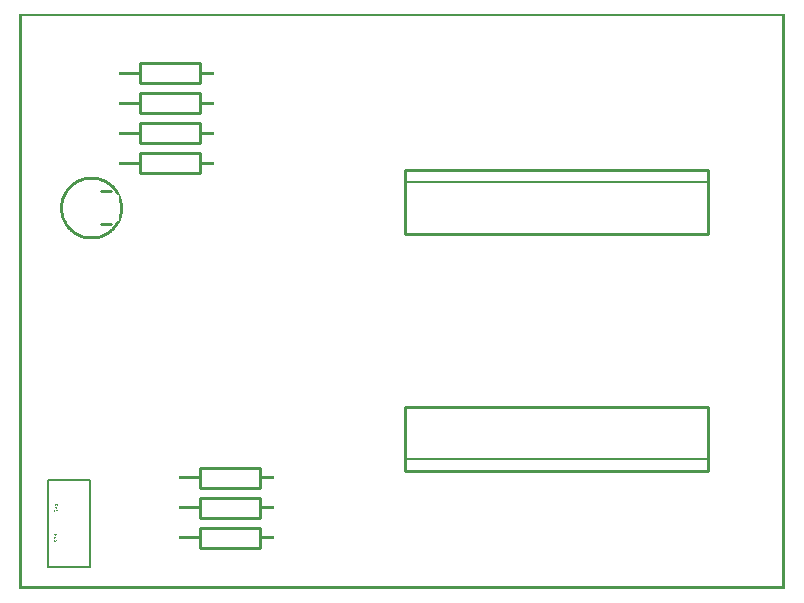
<source format=gto>
G04 MADE WITH FRITZING*
G04 WWW.FRITZING.ORG*
G04 DOUBLE SIDED*
G04 HOLES PLATED*
G04 CONTOUR ON CENTER OF CONTOUR VECTOR*
%ASAXBY*%
%FSLAX23Y23*%
%MOIN*%
%OFA0B0*%
%SFA1.0B1.0*%
%ADD10R,0.144999X0.295000X0.134999X0.285000*%
%ADD11C,0.005000*%
%ADD12C,0.010000*%
%ADD13R,0.001000X0.001000*%
%LNSILK1*%
G90*
G70*
G54D11*
X96Y364D02*
X236Y364D01*
X236Y74D01*
X96Y74D01*
X96Y364D01*
D02*
G54D12*
X2296Y607D02*
X1286Y607D01*
D02*
X1286Y607D02*
X1286Y391D01*
D02*
X1286Y391D02*
X2296Y391D01*
D02*
X2296Y391D02*
X2296Y607D01*
G54D11*
D02*
X1286Y431D02*
X2296Y431D01*
G54D12*
D02*
X1286Y1181D02*
X2296Y1181D01*
D02*
X2296Y1181D02*
X2296Y1397D01*
D02*
X2296Y1397D02*
X1286Y1397D01*
D02*
X1286Y1397D02*
X1286Y1181D01*
G54D11*
D02*
X2296Y1357D02*
X1286Y1357D01*
G54D12*
D02*
X401Y1752D02*
X601Y1752D01*
D02*
X601Y1752D02*
X601Y1686D01*
D02*
X601Y1686D02*
X401Y1686D01*
D02*
X401Y1686D02*
X401Y1752D01*
D02*
X401Y1652D02*
X601Y1652D01*
D02*
X601Y1652D02*
X601Y1586D01*
D02*
X601Y1586D02*
X401Y1586D01*
D02*
X401Y1586D02*
X401Y1652D01*
D02*
X401Y1552D02*
X601Y1552D01*
D02*
X601Y1552D02*
X601Y1486D01*
D02*
X601Y1486D02*
X401Y1486D01*
D02*
X401Y1486D02*
X401Y1552D01*
D02*
X401Y1452D02*
X601Y1452D01*
D02*
X601Y1452D02*
X601Y1386D01*
D02*
X601Y1386D02*
X401Y1386D01*
D02*
X401Y1386D02*
X401Y1452D01*
D02*
X601Y402D02*
X801Y402D01*
D02*
X801Y402D02*
X801Y336D01*
D02*
X801Y336D02*
X601Y336D01*
D02*
X601Y336D02*
X601Y402D01*
D02*
X601Y202D02*
X801Y202D01*
D02*
X801Y202D02*
X801Y136D01*
D02*
X801Y136D02*
X601Y136D01*
D02*
X601Y136D02*
X601Y202D01*
D02*
X601Y302D02*
X801Y302D01*
D02*
X801Y302D02*
X801Y236D01*
D02*
X801Y236D02*
X601Y236D01*
D02*
X601Y236D02*
X601Y302D01*
G54D13*
X0Y1916D02*
X2551Y1916D01*
X0Y1915D02*
X2551Y1915D01*
X0Y1914D02*
X2551Y1914D01*
X0Y1913D02*
X2551Y1913D01*
X0Y1912D02*
X2551Y1912D01*
X0Y1911D02*
X2551Y1911D01*
X0Y1910D02*
X2551Y1910D01*
X0Y1909D02*
X2551Y1909D01*
X0Y1908D02*
X7Y1908D01*
X2544Y1908D02*
X2551Y1908D01*
X0Y1907D02*
X7Y1907D01*
X2544Y1907D02*
X2551Y1907D01*
X0Y1906D02*
X7Y1906D01*
X2544Y1906D02*
X2551Y1906D01*
X0Y1905D02*
X7Y1905D01*
X2544Y1905D02*
X2551Y1905D01*
X0Y1904D02*
X7Y1904D01*
X2544Y1904D02*
X2551Y1904D01*
X0Y1903D02*
X7Y1903D01*
X2544Y1903D02*
X2551Y1903D01*
X0Y1902D02*
X7Y1902D01*
X2544Y1902D02*
X2551Y1902D01*
X0Y1901D02*
X7Y1901D01*
X2544Y1901D02*
X2551Y1901D01*
X0Y1900D02*
X7Y1900D01*
X2544Y1900D02*
X2551Y1900D01*
X0Y1899D02*
X7Y1899D01*
X2544Y1899D02*
X2551Y1899D01*
X0Y1898D02*
X7Y1898D01*
X2544Y1898D02*
X2551Y1898D01*
X0Y1897D02*
X7Y1897D01*
X2544Y1897D02*
X2551Y1897D01*
X0Y1896D02*
X7Y1896D01*
X2544Y1896D02*
X2551Y1896D01*
X0Y1895D02*
X7Y1895D01*
X2544Y1895D02*
X2551Y1895D01*
X0Y1894D02*
X7Y1894D01*
X2544Y1894D02*
X2551Y1894D01*
X0Y1893D02*
X7Y1893D01*
X2544Y1893D02*
X2551Y1893D01*
X0Y1892D02*
X7Y1892D01*
X2544Y1892D02*
X2551Y1892D01*
X0Y1891D02*
X7Y1891D01*
X2544Y1891D02*
X2551Y1891D01*
X0Y1890D02*
X7Y1890D01*
X2544Y1890D02*
X2551Y1890D01*
X0Y1889D02*
X7Y1889D01*
X2544Y1889D02*
X2551Y1889D01*
X0Y1888D02*
X7Y1888D01*
X2544Y1888D02*
X2551Y1888D01*
X0Y1887D02*
X7Y1887D01*
X2544Y1887D02*
X2551Y1887D01*
X0Y1886D02*
X7Y1886D01*
X2544Y1886D02*
X2551Y1886D01*
X0Y1885D02*
X7Y1885D01*
X2544Y1885D02*
X2551Y1885D01*
X0Y1884D02*
X7Y1884D01*
X2544Y1884D02*
X2551Y1884D01*
X0Y1883D02*
X7Y1883D01*
X2544Y1883D02*
X2551Y1883D01*
X0Y1882D02*
X7Y1882D01*
X2544Y1882D02*
X2551Y1882D01*
X0Y1881D02*
X7Y1881D01*
X2544Y1881D02*
X2551Y1881D01*
X0Y1880D02*
X7Y1880D01*
X2544Y1880D02*
X2551Y1880D01*
X0Y1879D02*
X7Y1879D01*
X2544Y1879D02*
X2551Y1879D01*
X0Y1878D02*
X7Y1878D01*
X2544Y1878D02*
X2551Y1878D01*
X0Y1877D02*
X7Y1877D01*
X2544Y1877D02*
X2551Y1877D01*
X0Y1876D02*
X7Y1876D01*
X2544Y1876D02*
X2551Y1876D01*
X0Y1875D02*
X7Y1875D01*
X2544Y1875D02*
X2551Y1875D01*
X0Y1874D02*
X7Y1874D01*
X2544Y1874D02*
X2551Y1874D01*
X0Y1873D02*
X7Y1873D01*
X2544Y1873D02*
X2551Y1873D01*
X0Y1872D02*
X7Y1872D01*
X2544Y1872D02*
X2551Y1872D01*
X0Y1871D02*
X7Y1871D01*
X2544Y1871D02*
X2551Y1871D01*
X0Y1870D02*
X7Y1870D01*
X2544Y1870D02*
X2551Y1870D01*
X0Y1869D02*
X7Y1869D01*
X2544Y1869D02*
X2551Y1869D01*
X0Y1868D02*
X7Y1868D01*
X2544Y1868D02*
X2551Y1868D01*
X0Y1867D02*
X7Y1867D01*
X2544Y1867D02*
X2551Y1867D01*
X0Y1866D02*
X7Y1866D01*
X2544Y1866D02*
X2551Y1866D01*
X0Y1865D02*
X7Y1865D01*
X2544Y1865D02*
X2551Y1865D01*
X0Y1864D02*
X7Y1864D01*
X2544Y1864D02*
X2551Y1864D01*
X0Y1863D02*
X7Y1863D01*
X2544Y1863D02*
X2551Y1863D01*
X0Y1862D02*
X7Y1862D01*
X2544Y1862D02*
X2551Y1862D01*
X0Y1861D02*
X7Y1861D01*
X2544Y1861D02*
X2551Y1861D01*
X0Y1860D02*
X7Y1860D01*
X2544Y1860D02*
X2551Y1860D01*
X0Y1859D02*
X7Y1859D01*
X2544Y1859D02*
X2551Y1859D01*
X0Y1858D02*
X7Y1858D01*
X2544Y1858D02*
X2551Y1858D01*
X0Y1857D02*
X7Y1857D01*
X2544Y1857D02*
X2551Y1857D01*
X0Y1856D02*
X7Y1856D01*
X2544Y1856D02*
X2551Y1856D01*
X0Y1855D02*
X7Y1855D01*
X2544Y1855D02*
X2551Y1855D01*
X0Y1854D02*
X7Y1854D01*
X2544Y1854D02*
X2551Y1854D01*
X0Y1853D02*
X7Y1853D01*
X2544Y1853D02*
X2551Y1853D01*
X0Y1852D02*
X7Y1852D01*
X2544Y1852D02*
X2551Y1852D01*
X0Y1851D02*
X7Y1851D01*
X2544Y1851D02*
X2551Y1851D01*
X0Y1850D02*
X7Y1850D01*
X2544Y1850D02*
X2551Y1850D01*
X0Y1849D02*
X7Y1849D01*
X2544Y1849D02*
X2551Y1849D01*
X0Y1848D02*
X7Y1848D01*
X2544Y1848D02*
X2551Y1848D01*
X0Y1847D02*
X7Y1847D01*
X2544Y1847D02*
X2551Y1847D01*
X0Y1846D02*
X7Y1846D01*
X2544Y1846D02*
X2551Y1846D01*
X0Y1845D02*
X7Y1845D01*
X2544Y1845D02*
X2551Y1845D01*
X0Y1844D02*
X7Y1844D01*
X2544Y1844D02*
X2551Y1844D01*
X0Y1843D02*
X7Y1843D01*
X2544Y1843D02*
X2551Y1843D01*
X0Y1842D02*
X7Y1842D01*
X2544Y1842D02*
X2551Y1842D01*
X0Y1841D02*
X7Y1841D01*
X2544Y1841D02*
X2551Y1841D01*
X0Y1840D02*
X7Y1840D01*
X2544Y1840D02*
X2551Y1840D01*
X0Y1839D02*
X7Y1839D01*
X2544Y1839D02*
X2551Y1839D01*
X0Y1838D02*
X7Y1838D01*
X2544Y1838D02*
X2551Y1838D01*
X0Y1837D02*
X7Y1837D01*
X2544Y1837D02*
X2551Y1837D01*
X0Y1836D02*
X7Y1836D01*
X2544Y1836D02*
X2551Y1836D01*
X0Y1835D02*
X7Y1835D01*
X2544Y1835D02*
X2551Y1835D01*
X0Y1834D02*
X7Y1834D01*
X2544Y1834D02*
X2551Y1834D01*
X0Y1833D02*
X7Y1833D01*
X2544Y1833D02*
X2551Y1833D01*
X0Y1832D02*
X7Y1832D01*
X2544Y1832D02*
X2551Y1832D01*
X0Y1831D02*
X7Y1831D01*
X2544Y1831D02*
X2551Y1831D01*
X0Y1830D02*
X7Y1830D01*
X2544Y1830D02*
X2551Y1830D01*
X0Y1829D02*
X7Y1829D01*
X2544Y1829D02*
X2551Y1829D01*
X0Y1828D02*
X7Y1828D01*
X2544Y1828D02*
X2551Y1828D01*
X0Y1827D02*
X7Y1827D01*
X2544Y1827D02*
X2551Y1827D01*
X0Y1826D02*
X7Y1826D01*
X2544Y1826D02*
X2551Y1826D01*
X0Y1825D02*
X7Y1825D01*
X2544Y1825D02*
X2551Y1825D01*
X0Y1824D02*
X7Y1824D01*
X2544Y1824D02*
X2551Y1824D01*
X0Y1823D02*
X7Y1823D01*
X2544Y1823D02*
X2551Y1823D01*
X0Y1822D02*
X7Y1822D01*
X2544Y1822D02*
X2551Y1822D01*
X0Y1821D02*
X7Y1821D01*
X2544Y1821D02*
X2551Y1821D01*
X0Y1820D02*
X7Y1820D01*
X2544Y1820D02*
X2551Y1820D01*
X0Y1819D02*
X7Y1819D01*
X2544Y1819D02*
X2551Y1819D01*
X0Y1818D02*
X7Y1818D01*
X2544Y1818D02*
X2551Y1818D01*
X0Y1817D02*
X7Y1817D01*
X2544Y1817D02*
X2551Y1817D01*
X0Y1816D02*
X7Y1816D01*
X2544Y1816D02*
X2551Y1816D01*
X0Y1815D02*
X7Y1815D01*
X2544Y1815D02*
X2551Y1815D01*
X0Y1814D02*
X7Y1814D01*
X2544Y1814D02*
X2551Y1814D01*
X0Y1813D02*
X7Y1813D01*
X2544Y1813D02*
X2551Y1813D01*
X0Y1812D02*
X7Y1812D01*
X2544Y1812D02*
X2551Y1812D01*
X0Y1811D02*
X7Y1811D01*
X2544Y1811D02*
X2551Y1811D01*
X0Y1810D02*
X7Y1810D01*
X2544Y1810D02*
X2551Y1810D01*
X0Y1809D02*
X7Y1809D01*
X2544Y1809D02*
X2551Y1809D01*
X0Y1808D02*
X7Y1808D01*
X2544Y1808D02*
X2551Y1808D01*
X0Y1807D02*
X7Y1807D01*
X2544Y1807D02*
X2551Y1807D01*
X0Y1806D02*
X7Y1806D01*
X2544Y1806D02*
X2551Y1806D01*
X0Y1805D02*
X7Y1805D01*
X2544Y1805D02*
X2551Y1805D01*
X0Y1804D02*
X7Y1804D01*
X2544Y1804D02*
X2551Y1804D01*
X0Y1803D02*
X7Y1803D01*
X2544Y1803D02*
X2551Y1803D01*
X0Y1802D02*
X7Y1802D01*
X2544Y1802D02*
X2551Y1802D01*
X0Y1801D02*
X7Y1801D01*
X2544Y1801D02*
X2551Y1801D01*
X0Y1800D02*
X7Y1800D01*
X2544Y1800D02*
X2551Y1800D01*
X0Y1799D02*
X7Y1799D01*
X2544Y1799D02*
X2551Y1799D01*
X0Y1798D02*
X7Y1798D01*
X2544Y1798D02*
X2551Y1798D01*
X0Y1797D02*
X7Y1797D01*
X2544Y1797D02*
X2551Y1797D01*
X0Y1796D02*
X7Y1796D01*
X2544Y1796D02*
X2551Y1796D01*
X0Y1795D02*
X7Y1795D01*
X2544Y1795D02*
X2551Y1795D01*
X0Y1794D02*
X7Y1794D01*
X2544Y1794D02*
X2551Y1794D01*
X0Y1793D02*
X7Y1793D01*
X2544Y1793D02*
X2551Y1793D01*
X0Y1792D02*
X7Y1792D01*
X2544Y1792D02*
X2551Y1792D01*
X0Y1791D02*
X7Y1791D01*
X2544Y1791D02*
X2551Y1791D01*
X0Y1790D02*
X7Y1790D01*
X2544Y1790D02*
X2551Y1790D01*
X0Y1789D02*
X7Y1789D01*
X2544Y1789D02*
X2551Y1789D01*
X0Y1788D02*
X7Y1788D01*
X2544Y1788D02*
X2551Y1788D01*
X0Y1787D02*
X7Y1787D01*
X2544Y1787D02*
X2551Y1787D01*
X0Y1786D02*
X7Y1786D01*
X2544Y1786D02*
X2551Y1786D01*
X0Y1785D02*
X7Y1785D01*
X2544Y1785D02*
X2551Y1785D01*
X0Y1784D02*
X7Y1784D01*
X2544Y1784D02*
X2551Y1784D01*
X0Y1783D02*
X7Y1783D01*
X2544Y1783D02*
X2551Y1783D01*
X0Y1782D02*
X7Y1782D01*
X2544Y1782D02*
X2551Y1782D01*
X0Y1781D02*
X7Y1781D01*
X2544Y1781D02*
X2551Y1781D01*
X0Y1780D02*
X7Y1780D01*
X2544Y1780D02*
X2551Y1780D01*
X0Y1779D02*
X7Y1779D01*
X2544Y1779D02*
X2551Y1779D01*
X0Y1778D02*
X7Y1778D01*
X2544Y1778D02*
X2551Y1778D01*
X0Y1777D02*
X7Y1777D01*
X2544Y1777D02*
X2551Y1777D01*
X0Y1776D02*
X7Y1776D01*
X2544Y1776D02*
X2551Y1776D01*
X0Y1775D02*
X7Y1775D01*
X2544Y1775D02*
X2551Y1775D01*
X0Y1774D02*
X7Y1774D01*
X2544Y1774D02*
X2551Y1774D01*
X0Y1773D02*
X7Y1773D01*
X2544Y1773D02*
X2551Y1773D01*
X0Y1772D02*
X7Y1772D01*
X2544Y1772D02*
X2551Y1772D01*
X0Y1771D02*
X7Y1771D01*
X2544Y1771D02*
X2551Y1771D01*
X0Y1770D02*
X7Y1770D01*
X2544Y1770D02*
X2551Y1770D01*
X0Y1769D02*
X7Y1769D01*
X2544Y1769D02*
X2551Y1769D01*
X0Y1768D02*
X7Y1768D01*
X2544Y1768D02*
X2551Y1768D01*
X0Y1767D02*
X7Y1767D01*
X2544Y1767D02*
X2551Y1767D01*
X0Y1766D02*
X7Y1766D01*
X2544Y1766D02*
X2551Y1766D01*
X0Y1765D02*
X7Y1765D01*
X2544Y1765D02*
X2551Y1765D01*
X0Y1764D02*
X7Y1764D01*
X2544Y1764D02*
X2551Y1764D01*
X0Y1763D02*
X7Y1763D01*
X2544Y1763D02*
X2551Y1763D01*
X0Y1762D02*
X7Y1762D01*
X2544Y1762D02*
X2551Y1762D01*
X0Y1761D02*
X7Y1761D01*
X2544Y1761D02*
X2551Y1761D01*
X0Y1760D02*
X7Y1760D01*
X2544Y1760D02*
X2551Y1760D01*
X0Y1759D02*
X7Y1759D01*
X2544Y1759D02*
X2551Y1759D01*
X0Y1758D02*
X7Y1758D01*
X2544Y1758D02*
X2551Y1758D01*
X0Y1757D02*
X7Y1757D01*
X2544Y1757D02*
X2551Y1757D01*
X0Y1756D02*
X7Y1756D01*
X2544Y1756D02*
X2551Y1756D01*
X0Y1755D02*
X7Y1755D01*
X2544Y1755D02*
X2551Y1755D01*
X0Y1754D02*
X7Y1754D01*
X2544Y1754D02*
X2551Y1754D01*
X0Y1753D02*
X7Y1753D01*
X2544Y1753D02*
X2551Y1753D01*
X0Y1752D02*
X7Y1752D01*
X2544Y1752D02*
X2551Y1752D01*
X0Y1751D02*
X7Y1751D01*
X2544Y1751D02*
X2551Y1751D01*
X0Y1750D02*
X7Y1750D01*
X2544Y1750D02*
X2551Y1750D01*
X0Y1749D02*
X7Y1749D01*
X2544Y1749D02*
X2551Y1749D01*
X0Y1748D02*
X7Y1748D01*
X2544Y1748D02*
X2551Y1748D01*
X0Y1747D02*
X7Y1747D01*
X2544Y1747D02*
X2551Y1747D01*
X0Y1746D02*
X7Y1746D01*
X2544Y1746D02*
X2551Y1746D01*
X0Y1745D02*
X7Y1745D01*
X2544Y1745D02*
X2551Y1745D01*
X0Y1744D02*
X7Y1744D01*
X2544Y1744D02*
X2551Y1744D01*
X0Y1743D02*
X7Y1743D01*
X2544Y1743D02*
X2551Y1743D01*
X0Y1742D02*
X7Y1742D01*
X2544Y1742D02*
X2551Y1742D01*
X0Y1741D02*
X7Y1741D01*
X2544Y1741D02*
X2551Y1741D01*
X0Y1740D02*
X7Y1740D01*
X2544Y1740D02*
X2551Y1740D01*
X0Y1739D02*
X7Y1739D01*
X2544Y1739D02*
X2551Y1739D01*
X0Y1738D02*
X7Y1738D01*
X2544Y1738D02*
X2551Y1738D01*
X0Y1737D02*
X7Y1737D01*
X2544Y1737D02*
X2551Y1737D01*
X0Y1736D02*
X7Y1736D01*
X2544Y1736D02*
X2551Y1736D01*
X0Y1735D02*
X7Y1735D01*
X2544Y1735D02*
X2551Y1735D01*
X0Y1734D02*
X7Y1734D01*
X2544Y1734D02*
X2551Y1734D01*
X0Y1733D02*
X7Y1733D01*
X2544Y1733D02*
X2551Y1733D01*
X0Y1732D02*
X7Y1732D01*
X2544Y1732D02*
X2551Y1732D01*
X0Y1731D02*
X7Y1731D01*
X2544Y1731D02*
X2551Y1731D01*
X0Y1730D02*
X7Y1730D01*
X2544Y1730D02*
X2551Y1730D01*
X0Y1729D02*
X7Y1729D01*
X2544Y1729D02*
X2551Y1729D01*
X0Y1728D02*
X7Y1728D01*
X2544Y1728D02*
X2551Y1728D01*
X0Y1727D02*
X7Y1727D01*
X2544Y1727D02*
X2551Y1727D01*
X0Y1726D02*
X7Y1726D01*
X2544Y1726D02*
X2551Y1726D01*
X0Y1725D02*
X7Y1725D01*
X2544Y1725D02*
X2551Y1725D01*
X0Y1724D02*
X7Y1724D01*
X2544Y1724D02*
X2551Y1724D01*
X0Y1723D02*
X7Y1723D01*
X334Y1723D02*
X400Y1723D01*
X601Y1723D02*
X648Y1723D01*
X2544Y1723D02*
X2551Y1723D01*
X0Y1722D02*
X7Y1722D01*
X334Y1722D02*
X400Y1722D01*
X601Y1722D02*
X648Y1722D01*
X2544Y1722D02*
X2551Y1722D01*
X0Y1721D02*
X7Y1721D01*
X334Y1721D02*
X400Y1721D01*
X601Y1721D02*
X648Y1721D01*
X2544Y1721D02*
X2551Y1721D01*
X0Y1720D02*
X7Y1720D01*
X334Y1720D02*
X400Y1720D01*
X601Y1720D02*
X648Y1720D01*
X2544Y1720D02*
X2551Y1720D01*
X0Y1719D02*
X7Y1719D01*
X334Y1719D02*
X400Y1719D01*
X601Y1719D02*
X648Y1719D01*
X2544Y1719D02*
X2551Y1719D01*
X0Y1718D02*
X7Y1718D01*
X334Y1718D02*
X400Y1718D01*
X601Y1718D02*
X648Y1718D01*
X2544Y1718D02*
X2551Y1718D01*
X0Y1717D02*
X7Y1717D01*
X334Y1717D02*
X400Y1717D01*
X601Y1717D02*
X648Y1717D01*
X2544Y1717D02*
X2551Y1717D01*
X0Y1716D02*
X7Y1716D01*
X334Y1716D02*
X400Y1716D01*
X601Y1716D02*
X648Y1716D01*
X2544Y1716D02*
X2551Y1716D01*
X0Y1715D02*
X7Y1715D01*
X334Y1715D02*
X400Y1715D01*
X601Y1715D02*
X648Y1715D01*
X2544Y1715D02*
X2551Y1715D01*
X0Y1714D02*
X7Y1714D01*
X333Y1714D02*
X399Y1714D01*
X601Y1714D02*
X648Y1714D01*
X2544Y1714D02*
X2551Y1714D01*
X0Y1713D02*
X7Y1713D01*
X2544Y1713D02*
X2551Y1713D01*
X0Y1712D02*
X7Y1712D01*
X2544Y1712D02*
X2551Y1712D01*
X0Y1711D02*
X7Y1711D01*
X2544Y1711D02*
X2551Y1711D01*
X0Y1710D02*
X7Y1710D01*
X2544Y1710D02*
X2551Y1710D01*
X0Y1709D02*
X7Y1709D01*
X2544Y1709D02*
X2551Y1709D01*
X0Y1708D02*
X7Y1708D01*
X2544Y1708D02*
X2551Y1708D01*
X0Y1707D02*
X7Y1707D01*
X2544Y1707D02*
X2551Y1707D01*
X0Y1706D02*
X7Y1706D01*
X2544Y1706D02*
X2551Y1706D01*
X0Y1705D02*
X7Y1705D01*
X2544Y1705D02*
X2551Y1705D01*
X0Y1704D02*
X7Y1704D01*
X2544Y1704D02*
X2551Y1704D01*
X0Y1703D02*
X7Y1703D01*
X2544Y1703D02*
X2551Y1703D01*
X0Y1702D02*
X7Y1702D01*
X2544Y1702D02*
X2551Y1702D01*
X0Y1701D02*
X7Y1701D01*
X2544Y1701D02*
X2551Y1701D01*
X0Y1700D02*
X7Y1700D01*
X2544Y1700D02*
X2551Y1700D01*
X0Y1699D02*
X7Y1699D01*
X2544Y1699D02*
X2551Y1699D01*
X0Y1698D02*
X7Y1698D01*
X2544Y1698D02*
X2551Y1698D01*
X0Y1697D02*
X7Y1697D01*
X2544Y1697D02*
X2551Y1697D01*
X0Y1696D02*
X7Y1696D01*
X2544Y1696D02*
X2551Y1696D01*
X0Y1695D02*
X7Y1695D01*
X2544Y1695D02*
X2551Y1695D01*
X0Y1694D02*
X7Y1694D01*
X2544Y1694D02*
X2551Y1694D01*
X0Y1693D02*
X7Y1693D01*
X2544Y1693D02*
X2551Y1693D01*
X0Y1692D02*
X7Y1692D01*
X2544Y1692D02*
X2551Y1692D01*
X0Y1691D02*
X7Y1691D01*
X2544Y1691D02*
X2551Y1691D01*
X0Y1690D02*
X7Y1690D01*
X2544Y1690D02*
X2551Y1690D01*
X0Y1689D02*
X7Y1689D01*
X2544Y1689D02*
X2551Y1689D01*
X0Y1688D02*
X7Y1688D01*
X2544Y1688D02*
X2551Y1688D01*
X0Y1687D02*
X7Y1687D01*
X2544Y1687D02*
X2551Y1687D01*
X0Y1686D02*
X7Y1686D01*
X2544Y1686D02*
X2551Y1686D01*
X0Y1685D02*
X7Y1685D01*
X2544Y1685D02*
X2551Y1685D01*
X0Y1684D02*
X7Y1684D01*
X2544Y1684D02*
X2551Y1684D01*
X0Y1683D02*
X7Y1683D01*
X2544Y1683D02*
X2551Y1683D01*
X0Y1682D02*
X7Y1682D01*
X2544Y1682D02*
X2551Y1682D01*
X0Y1681D02*
X7Y1681D01*
X2544Y1681D02*
X2551Y1681D01*
X0Y1680D02*
X7Y1680D01*
X2544Y1680D02*
X2551Y1680D01*
X0Y1679D02*
X7Y1679D01*
X2544Y1679D02*
X2551Y1679D01*
X0Y1678D02*
X7Y1678D01*
X2544Y1678D02*
X2551Y1678D01*
X0Y1677D02*
X7Y1677D01*
X2544Y1677D02*
X2551Y1677D01*
X0Y1676D02*
X7Y1676D01*
X2544Y1676D02*
X2551Y1676D01*
X0Y1675D02*
X7Y1675D01*
X2544Y1675D02*
X2551Y1675D01*
X0Y1674D02*
X7Y1674D01*
X2544Y1674D02*
X2551Y1674D01*
X0Y1673D02*
X7Y1673D01*
X2544Y1673D02*
X2551Y1673D01*
X0Y1672D02*
X7Y1672D01*
X2544Y1672D02*
X2551Y1672D01*
X0Y1671D02*
X7Y1671D01*
X2544Y1671D02*
X2551Y1671D01*
X0Y1670D02*
X7Y1670D01*
X2544Y1670D02*
X2551Y1670D01*
X0Y1669D02*
X7Y1669D01*
X2544Y1669D02*
X2551Y1669D01*
X0Y1668D02*
X7Y1668D01*
X2544Y1668D02*
X2551Y1668D01*
X0Y1667D02*
X7Y1667D01*
X2544Y1667D02*
X2551Y1667D01*
X0Y1666D02*
X7Y1666D01*
X2544Y1666D02*
X2551Y1666D01*
X0Y1665D02*
X7Y1665D01*
X2544Y1665D02*
X2551Y1665D01*
X0Y1664D02*
X7Y1664D01*
X2544Y1664D02*
X2551Y1664D01*
X0Y1663D02*
X7Y1663D01*
X2544Y1663D02*
X2551Y1663D01*
X0Y1662D02*
X7Y1662D01*
X2544Y1662D02*
X2551Y1662D01*
X0Y1661D02*
X7Y1661D01*
X2544Y1661D02*
X2551Y1661D01*
X0Y1660D02*
X7Y1660D01*
X2544Y1660D02*
X2551Y1660D01*
X0Y1659D02*
X7Y1659D01*
X2544Y1659D02*
X2551Y1659D01*
X0Y1658D02*
X7Y1658D01*
X2544Y1658D02*
X2551Y1658D01*
X0Y1657D02*
X7Y1657D01*
X2544Y1657D02*
X2551Y1657D01*
X0Y1656D02*
X7Y1656D01*
X2544Y1656D02*
X2551Y1656D01*
X0Y1655D02*
X7Y1655D01*
X2544Y1655D02*
X2551Y1655D01*
X0Y1654D02*
X7Y1654D01*
X2544Y1654D02*
X2551Y1654D01*
X0Y1653D02*
X7Y1653D01*
X2544Y1653D02*
X2551Y1653D01*
X0Y1652D02*
X7Y1652D01*
X2544Y1652D02*
X2551Y1652D01*
X0Y1651D02*
X7Y1651D01*
X2544Y1651D02*
X2551Y1651D01*
X0Y1650D02*
X7Y1650D01*
X2544Y1650D02*
X2551Y1650D01*
X0Y1649D02*
X7Y1649D01*
X2544Y1649D02*
X2551Y1649D01*
X0Y1648D02*
X7Y1648D01*
X2544Y1648D02*
X2551Y1648D01*
X0Y1647D02*
X7Y1647D01*
X2544Y1647D02*
X2551Y1647D01*
X0Y1646D02*
X7Y1646D01*
X2544Y1646D02*
X2551Y1646D01*
X0Y1645D02*
X7Y1645D01*
X2544Y1645D02*
X2551Y1645D01*
X0Y1644D02*
X7Y1644D01*
X2544Y1644D02*
X2551Y1644D01*
X0Y1643D02*
X7Y1643D01*
X2544Y1643D02*
X2551Y1643D01*
X0Y1642D02*
X7Y1642D01*
X2544Y1642D02*
X2551Y1642D01*
X0Y1641D02*
X7Y1641D01*
X2544Y1641D02*
X2551Y1641D01*
X0Y1640D02*
X7Y1640D01*
X2544Y1640D02*
X2551Y1640D01*
X0Y1639D02*
X7Y1639D01*
X2544Y1639D02*
X2551Y1639D01*
X0Y1638D02*
X7Y1638D01*
X2544Y1638D02*
X2551Y1638D01*
X0Y1637D02*
X7Y1637D01*
X2544Y1637D02*
X2551Y1637D01*
X0Y1636D02*
X7Y1636D01*
X2544Y1636D02*
X2551Y1636D01*
X0Y1635D02*
X7Y1635D01*
X2544Y1635D02*
X2551Y1635D01*
X0Y1634D02*
X7Y1634D01*
X2544Y1634D02*
X2551Y1634D01*
X0Y1633D02*
X7Y1633D01*
X2544Y1633D02*
X2551Y1633D01*
X0Y1632D02*
X7Y1632D01*
X2544Y1632D02*
X2551Y1632D01*
X0Y1631D02*
X7Y1631D01*
X2544Y1631D02*
X2551Y1631D01*
X0Y1630D02*
X7Y1630D01*
X2544Y1630D02*
X2551Y1630D01*
X0Y1629D02*
X7Y1629D01*
X2544Y1629D02*
X2551Y1629D01*
X0Y1628D02*
X7Y1628D01*
X2544Y1628D02*
X2551Y1628D01*
X0Y1627D02*
X7Y1627D01*
X2544Y1627D02*
X2551Y1627D01*
X0Y1626D02*
X7Y1626D01*
X2544Y1626D02*
X2551Y1626D01*
X0Y1625D02*
X7Y1625D01*
X2544Y1625D02*
X2551Y1625D01*
X0Y1624D02*
X7Y1624D01*
X2544Y1624D02*
X2551Y1624D01*
X0Y1623D02*
X7Y1623D01*
X334Y1623D02*
X400Y1623D01*
X601Y1623D02*
X648Y1623D01*
X2544Y1623D02*
X2551Y1623D01*
X0Y1622D02*
X7Y1622D01*
X334Y1622D02*
X400Y1622D01*
X601Y1622D02*
X648Y1622D01*
X2544Y1622D02*
X2551Y1622D01*
X0Y1621D02*
X7Y1621D01*
X334Y1621D02*
X400Y1621D01*
X601Y1621D02*
X648Y1621D01*
X2544Y1621D02*
X2551Y1621D01*
X0Y1620D02*
X7Y1620D01*
X334Y1620D02*
X400Y1620D01*
X601Y1620D02*
X648Y1620D01*
X2544Y1620D02*
X2551Y1620D01*
X0Y1619D02*
X7Y1619D01*
X334Y1619D02*
X400Y1619D01*
X601Y1619D02*
X648Y1619D01*
X2544Y1619D02*
X2551Y1619D01*
X0Y1618D02*
X7Y1618D01*
X334Y1618D02*
X400Y1618D01*
X601Y1618D02*
X648Y1618D01*
X2544Y1618D02*
X2551Y1618D01*
X0Y1617D02*
X7Y1617D01*
X334Y1617D02*
X400Y1617D01*
X601Y1617D02*
X648Y1617D01*
X2544Y1617D02*
X2551Y1617D01*
X0Y1616D02*
X7Y1616D01*
X334Y1616D02*
X400Y1616D01*
X601Y1616D02*
X648Y1616D01*
X2544Y1616D02*
X2551Y1616D01*
X0Y1615D02*
X7Y1615D01*
X334Y1615D02*
X400Y1615D01*
X601Y1615D02*
X648Y1615D01*
X2544Y1615D02*
X2551Y1615D01*
X0Y1614D02*
X7Y1614D01*
X333Y1614D02*
X399Y1614D01*
X601Y1614D02*
X648Y1614D01*
X2544Y1614D02*
X2551Y1614D01*
X0Y1613D02*
X7Y1613D01*
X2544Y1613D02*
X2551Y1613D01*
X0Y1612D02*
X7Y1612D01*
X2544Y1612D02*
X2551Y1612D01*
X0Y1611D02*
X7Y1611D01*
X2544Y1611D02*
X2551Y1611D01*
X0Y1610D02*
X7Y1610D01*
X2544Y1610D02*
X2551Y1610D01*
X0Y1609D02*
X7Y1609D01*
X2544Y1609D02*
X2551Y1609D01*
X0Y1608D02*
X7Y1608D01*
X2544Y1608D02*
X2551Y1608D01*
X0Y1607D02*
X7Y1607D01*
X2544Y1607D02*
X2551Y1607D01*
X0Y1606D02*
X7Y1606D01*
X2544Y1606D02*
X2551Y1606D01*
X0Y1605D02*
X7Y1605D01*
X2544Y1605D02*
X2551Y1605D01*
X0Y1604D02*
X7Y1604D01*
X2544Y1604D02*
X2551Y1604D01*
X0Y1603D02*
X7Y1603D01*
X2544Y1603D02*
X2551Y1603D01*
X0Y1602D02*
X7Y1602D01*
X2544Y1602D02*
X2551Y1602D01*
X0Y1601D02*
X7Y1601D01*
X2544Y1601D02*
X2551Y1601D01*
X0Y1600D02*
X7Y1600D01*
X2544Y1600D02*
X2551Y1600D01*
X0Y1599D02*
X7Y1599D01*
X2544Y1599D02*
X2551Y1599D01*
X0Y1598D02*
X7Y1598D01*
X2544Y1598D02*
X2551Y1598D01*
X0Y1597D02*
X7Y1597D01*
X2544Y1597D02*
X2551Y1597D01*
X0Y1596D02*
X7Y1596D01*
X2544Y1596D02*
X2551Y1596D01*
X0Y1595D02*
X7Y1595D01*
X2544Y1595D02*
X2551Y1595D01*
X0Y1594D02*
X7Y1594D01*
X2544Y1594D02*
X2551Y1594D01*
X0Y1593D02*
X7Y1593D01*
X2544Y1593D02*
X2551Y1593D01*
X0Y1592D02*
X7Y1592D01*
X2544Y1592D02*
X2551Y1592D01*
X0Y1591D02*
X7Y1591D01*
X2544Y1591D02*
X2551Y1591D01*
X0Y1590D02*
X7Y1590D01*
X2544Y1590D02*
X2551Y1590D01*
X0Y1589D02*
X7Y1589D01*
X2544Y1589D02*
X2551Y1589D01*
X0Y1588D02*
X7Y1588D01*
X2544Y1588D02*
X2551Y1588D01*
X0Y1587D02*
X7Y1587D01*
X2544Y1587D02*
X2551Y1587D01*
X0Y1586D02*
X7Y1586D01*
X2544Y1586D02*
X2551Y1586D01*
X0Y1585D02*
X7Y1585D01*
X2544Y1585D02*
X2551Y1585D01*
X0Y1584D02*
X7Y1584D01*
X2544Y1584D02*
X2551Y1584D01*
X0Y1583D02*
X7Y1583D01*
X2544Y1583D02*
X2551Y1583D01*
X0Y1582D02*
X7Y1582D01*
X2544Y1582D02*
X2551Y1582D01*
X0Y1581D02*
X7Y1581D01*
X2544Y1581D02*
X2551Y1581D01*
X0Y1580D02*
X7Y1580D01*
X2544Y1580D02*
X2551Y1580D01*
X0Y1579D02*
X7Y1579D01*
X2544Y1579D02*
X2551Y1579D01*
X0Y1578D02*
X7Y1578D01*
X2544Y1578D02*
X2551Y1578D01*
X0Y1577D02*
X7Y1577D01*
X2544Y1577D02*
X2551Y1577D01*
X0Y1576D02*
X7Y1576D01*
X2544Y1576D02*
X2551Y1576D01*
X0Y1575D02*
X7Y1575D01*
X2544Y1575D02*
X2551Y1575D01*
X0Y1574D02*
X7Y1574D01*
X2544Y1574D02*
X2551Y1574D01*
X0Y1573D02*
X7Y1573D01*
X2544Y1573D02*
X2551Y1573D01*
X0Y1572D02*
X7Y1572D01*
X2544Y1572D02*
X2551Y1572D01*
X0Y1571D02*
X7Y1571D01*
X2544Y1571D02*
X2551Y1571D01*
X0Y1570D02*
X7Y1570D01*
X2544Y1570D02*
X2551Y1570D01*
X0Y1569D02*
X7Y1569D01*
X2544Y1569D02*
X2551Y1569D01*
X0Y1568D02*
X7Y1568D01*
X2544Y1568D02*
X2551Y1568D01*
X0Y1567D02*
X7Y1567D01*
X2544Y1567D02*
X2551Y1567D01*
X0Y1566D02*
X7Y1566D01*
X2544Y1566D02*
X2551Y1566D01*
X0Y1565D02*
X7Y1565D01*
X2544Y1565D02*
X2551Y1565D01*
X0Y1564D02*
X7Y1564D01*
X2544Y1564D02*
X2551Y1564D01*
X0Y1563D02*
X7Y1563D01*
X2544Y1563D02*
X2551Y1563D01*
X0Y1562D02*
X7Y1562D01*
X2544Y1562D02*
X2551Y1562D01*
X0Y1561D02*
X7Y1561D01*
X2544Y1561D02*
X2551Y1561D01*
X0Y1560D02*
X7Y1560D01*
X2544Y1560D02*
X2551Y1560D01*
X0Y1559D02*
X7Y1559D01*
X2544Y1559D02*
X2551Y1559D01*
X0Y1558D02*
X7Y1558D01*
X2544Y1558D02*
X2551Y1558D01*
X0Y1557D02*
X7Y1557D01*
X2544Y1557D02*
X2551Y1557D01*
X0Y1556D02*
X7Y1556D01*
X2544Y1556D02*
X2551Y1556D01*
X0Y1555D02*
X7Y1555D01*
X2544Y1555D02*
X2551Y1555D01*
X0Y1554D02*
X7Y1554D01*
X2544Y1554D02*
X2551Y1554D01*
X0Y1553D02*
X7Y1553D01*
X2544Y1553D02*
X2551Y1553D01*
X0Y1552D02*
X7Y1552D01*
X2544Y1552D02*
X2551Y1552D01*
X0Y1551D02*
X7Y1551D01*
X2544Y1551D02*
X2551Y1551D01*
X0Y1550D02*
X7Y1550D01*
X2544Y1550D02*
X2551Y1550D01*
X0Y1549D02*
X7Y1549D01*
X2544Y1549D02*
X2551Y1549D01*
X0Y1548D02*
X7Y1548D01*
X2544Y1548D02*
X2551Y1548D01*
X0Y1547D02*
X7Y1547D01*
X2544Y1547D02*
X2551Y1547D01*
X0Y1546D02*
X7Y1546D01*
X2544Y1546D02*
X2551Y1546D01*
X0Y1545D02*
X7Y1545D01*
X2544Y1545D02*
X2551Y1545D01*
X0Y1544D02*
X7Y1544D01*
X2544Y1544D02*
X2551Y1544D01*
X0Y1543D02*
X7Y1543D01*
X2544Y1543D02*
X2551Y1543D01*
X0Y1542D02*
X7Y1542D01*
X2544Y1542D02*
X2551Y1542D01*
X0Y1541D02*
X7Y1541D01*
X2544Y1541D02*
X2551Y1541D01*
X0Y1540D02*
X7Y1540D01*
X2544Y1540D02*
X2551Y1540D01*
X0Y1539D02*
X7Y1539D01*
X2544Y1539D02*
X2551Y1539D01*
X0Y1538D02*
X7Y1538D01*
X2544Y1538D02*
X2551Y1538D01*
X0Y1537D02*
X7Y1537D01*
X2544Y1537D02*
X2551Y1537D01*
X0Y1536D02*
X7Y1536D01*
X2544Y1536D02*
X2551Y1536D01*
X0Y1535D02*
X7Y1535D01*
X2544Y1535D02*
X2551Y1535D01*
X0Y1534D02*
X7Y1534D01*
X2544Y1534D02*
X2551Y1534D01*
X0Y1533D02*
X7Y1533D01*
X2544Y1533D02*
X2551Y1533D01*
X0Y1532D02*
X7Y1532D01*
X2544Y1532D02*
X2551Y1532D01*
X0Y1531D02*
X7Y1531D01*
X2544Y1531D02*
X2551Y1531D01*
X0Y1530D02*
X7Y1530D01*
X2544Y1530D02*
X2551Y1530D01*
X0Y1529D02*
X7Y1529D01*
X2544Y1529D02*
X2551Y1529D01*
X0Y1528D02*
X7Y1528D01*
X2544Y1528D02*
X2551Y1528D01*
X0Y1527D02*
X7Y1527D01*
X2544Y1527D02*
X2551Y1527D01*
X0Y1526D02*
X7Y1526D01*
X2544Y1526D02*
X2551Y1526D01*
X0Y1525D02*
X7Y1525D01*
X2544Y1525D02*
X2551Y1525D01*
X0Y1524D02*
X7Y1524D01*
X2544Y1524D02*
X2551Y1524D01*
X0Y1523D02*
X7Y1523D01*
X334Y1523D02*
X400Y1523D01*
X601Y1523D02*
X648Y1523D01*
X2544Y1523D02*
X2551Y1523D01*
X0Y1522D02*
X7Y1522D01*
X334Y1522D02*
X400Y1522D01*
X601Y1522D02*
X648Y1522D01*
X2544Y1522D02*
X2551Y1522D01*
X0Y1521D02*
X7Y1521D01*
X334Y1521D02*
X400Y1521D01*
X601Y1521D02*
X648Y1521D01*
X2544Y1521D02*
X2551Y1521D01*
X0Y1520D02*
X7Y1520D01*
X334Y1520D02*
X400Y1520D01*
X601Y1520D02*
X648Y1520D01*
X2544Y1520D02*
X2551Y1520D01*
X0Y1519D02*
X7Y1519D01*
X334Y1519D02*
X400Y1519D01*
X601Y1519D02*
X648Y1519D01*
X2544Y1519D02*
X2551Y1519D01*
X0Y1518D02*
X7Y1518D01*
X334Y1518D02*
X400Y1518D01*
X601Y1518D02*
X648Y1518D01*
X2544Y1518D02*
X2551Y1518D01*
X0Y1517D02*
X7Y1517D01*
X334Y1517D02*
X400Y1517D01*
X601Y1517D02*
X648Y1517D01*
X2544Y1517D02*
X2551Y1517D01*
X0Y1516D02*
X7Y1516D01*
X334Y1516D02*
X400Y1516D01*
X601Y1516D02*
X648Y1516D01*
X2544Y1516D02*
X2551Y1516D01*
X0Y1515D02*
X7Y1515D01*
X334Y1515D02*
X400Y1515D01*
X601Y1515D02*
X648Y1515D01*
X2544Y1515D02*
X2551Y1515D01*
X0Y1514D02*
X7Y1514D01*
X333Y1514D02*
X399Y1514D01*
X601Y1514D02*
X648Y1514D01*
X2544Y1514D02*
X2551Y1514D01*
X0Y1513D02*
X7Y1513D01*
X2544Y1513D02*
X2551Y1513D01*
X0Y1512D02*
X7Y1512D01*
X2544Y1512D02*
X2551Y1512D01*
X0Y1511D02*
X7Y1511D01*
X2544Y1511D02*
X2551Y1511D01*
X0Y1510D02*
X7Y1510D01*
X2544Y1510D02*
X2551Y1510D01*
X0Y1509D02*
X7Y1509D01*
X2544Y1509D02*
X2551Y1509D01*
X0Y1508D02*
X7Y1508D01*
X2544Y1508D02*
X2551Y1508D01*
X0Y1507D02*
X7Y1507D01*
X2544Y1507D02*
X2551Y1507D01*
X0Y1506D02*
X7Y1506D01*
X2544Y1506D02*
X2551Y1506D01*
X0Y1505D02*
X7Y1505D01*
X2544Y1505D02*
X2551Y1505D01*
X0Y1504D02*
X7Y1504D01*
X2544Y1504D02*
X2551Y1504D01*
X0Y1503D02*
X7Y1503D01*
X2544Y1503D02*
X2551Y1503D01*
X0Y1502D02*
X7Y1502D01*
X2544Y1502D02*
X2551Y1502D01*
X0Y1501D02*
X7Y1501D01*
X2544Y1501D02*
X2551Y1501D01*
X0Y1500D02*
X7Y1500D01*
X2544Y1500D02*
X2551Y1500D01*
X0Y1499D02*
X7Y1499D01*
X2544Y1499D02*
X2551Y1499D01*
X0Y1498D02*
X7Y1498D01*
X2544Y1498D02*
X2551Y1498D01*
X0Y1497D02*
X7Y1497D01*
X2544Y1497D02*
X2551Y1497D01*
X0Y1496D02*
X7Y1496D01*
X2544Y1496D02*
X2551Y1496D01*
X0Y1495D02*
X7Y1495D01*
X2544Y1495D02*
X2551Y1495D01*
X0Y1494D02*
X7Y1494D01*
X2544Y1494D02*
X2551Y1494D01*
X0Y1493D02*
X7Y1493D01*
X2544Y1493D02*
X2551Y1493D01*
X0Y1492D02*
X7Y1492D01*
X2544Y1492D02*
X2551Y1492D01*
X0Y1491D02*
X7Y1491D01*
X2544Y1491D02*
X2551Y1491D01*
X0Y1490D02*
X7Y1490D01*
X2544Y1490D02*
X2551Y1490D01*
X0Y1489D02*
X7Y1489D01*
X2544Y1489D02*
X2551Y1489D01*
X0Y1488D02*
X7Y1488D01*
X2544Y1488D02*
X2551Y1488D01*
X0Y1487D02*
X7Y1487D01*
X2544Y1487D02*
X2551Y1487D01*
X0Y1486D02*
X7Y1486D01*
X2544Y1486D02*
X2551Y1486D01*
X0Y1485D02*
X7Y1485D01*
X2544Y1485D02*
X2551Y1485D01*
X0Y1484D02*
X7Y1484D01*
X2544Y1484D02*
X2551Y1484D01*
X0Y1483D02*
X7Y1483D01*
X2544Y1483D02*
X2551Y1483D01*
X0Y1482D02*
X7Y1482D01*
X2544Y1482D02*
X2551Y1482D01*
X0Y1481D02*
X7Y1481D01*
X2544Y1481D02*
X2551Y1481D01*
X0Y1480D02*
X7Y1480D01*
X2544Y1480D02*
X2551Y1480D01*
X0Y1479D02*
X7Y1479D01*
X2544Y1479D02*
X2551Y1479D01*
X0Y1478D02*
X7Y1478D01*
X2544Y1478D02*
X2551Y1478D01*
X0Y1477D02*
X7Y1477D01*
X2544Y1477D02*
X2551Y1477D01*
X0Y1476D02*
X7Y1476D01*
X2544Y1476D02*
X2551Y1476D01*
X0Y1475D02*
X7Y1475D01*
X2544Y1475D02*
X2551Y1475D01*
X0Y1474D02*
X7Y1474D01*
X2544Y1474D02*
X2551Y1474D01*
X0Y1473D02*
X7Y1473D01*
X2544Y1473D02*
X2551Y1473D01*
X0Y1472D02*
X7Y1472D01*
X2544Y1472D02*
X2551Y1472D01*
X0Y1471D02*
X7Y1471D01*
X2544Y1471D02*
X2551Y1471D01*
X0Y1470D02*
X7Y1470D01*
X2544Y1470D02*
X2551Y1470D01*
X0Y1469D02*
X7Y1469D01*
X2544Y1469D02*
X2551Y1469D01*
X0Y1468D02*
X7Y1468D01*
X2544Y1468D02*
X2551Y1468D01*
X0Y1467D02*
X7Y1467D01*
X2544Y1467D02*
X2551Y1467D01*
X0Y1466D02*
X7Y1466D01*
X2544Y1466D02*
X2551Y1466D01*
X0Y1465D02*
X7Y1465D01*
X2544Y1465D02*
X2551Y1465D01*
X0Y1464D02*
X7Y1464D01*
X2544Y1464D02*
X2551Y1464D01*
X0Y1463D02*
X7Y1463D01*
X2544Y1463D02*
X2551Y1463D01*
X0Y1462D02*
X7Y1462D01*
X2544Y1462D02*
X2551Y1462D01*
X0Y1461D02*
X7Y1461D01*
X2544Y1461D02*
X2551Y1461D01*
X0Y1460D02*
X7Y1460D01*
X2544Y1460D02*
X2551Y1460D01*
X0Y1459D02*
X7Y1459D01*
X2544Y1459D02*
X2551Y1459D01*
X0Y1458D02*
X7Y1458D01*
X2544Y1458D02*
X2551Y1458D01*
X0Y1457D02*
X7Y1457D01*
X2544Y1457D02*
X2551Y1457D01*
X0Y1456D02*
X7Y1456D01*
X2544Y1456D02*
X2551Y1456D01*
X0Y1455D02*
X7Y1455D01*
X2544Y1455D02*
X2551Y1455D01*
X0Y1454D02*
X7Y1454D01*
X2544Y1454D02*
X2551Y1454D01*
X0Y1453D02*
X7Y1453D01*
X2544Y1453D02*
X2551Y1453D01*
X0Y1452D02*
X7Y1452D01*
X2544Y1452D02*
X2551Y1452D01*
X0Y1451D02*
X7Y1451D01*
X2544Y1451D02*
X2551Y1451D01*
X0Y1450D02*
X7Y1450D01*
X2544Y1450D02*
X2551Y1450D01*
X0Y1449D02*
X7Y1449D01*
X2544Y1449D02*
X2551Y1449D01*
X0Y1448D02*
X7Y1448D01*
X2544Y1448D02*
X2551Y1448D01*
X0Y1447D02*
X7Y1447D01*
X2544Y1447D02*
X2551Y1447D01*
X0Y1446D02*
X7Y1446D01*
X2544Y1446D02*
X2551Y1446D01*
X0Y1445D02*
X7Y1445D01*
X2544Y1445D02*
X2551Y1445D01*
X0Y1444D02*
X7Y1444D01*
X2544Y1444D02*
X2551Y1444D01*
X0Y1443D02*
X7Y1443D01*
X2544Y1443D02*
X2551Y1443D01*
X0Y1442D02*
X7Y1442D01*
X2544Y1442D02*
X2551Y1442D01*
X0Y1441D02*
X7Y1441D01*
X2544Y1441D02*
X2551Y1441D01*
X0Y1440D02*
X7Y1440D01*
X2544Y1440D02*
X2551Y1440D01*
X0Y1439D02*
X7Y1439D01*
X2544Y1439D02*
X2551Y1439D01*
X0Y1438D02*
X7Y1438D01*
X2544Y1438D02*
X2551Y1438D01*
X0Y1437D02*
X7Y1437D01*
X2544Y1437D02*
X2551Y1437D01*
X0Y1436D02*
X7Y1436D01*
X2544Y1436D02*
X2551Y1436D01*
X0Y1435D02*
X7Y1435D01*
X2544Y1435D02*
X2551Y1435D01*
X0Y1434D02*
X7Y1434D01*
X2544Y1434D02*
X2551Y1434D01*
X0Y1433D02*
X7Y1433D01*
X2544Y1433D02*
X2551Y1433D01*
X0Y1432D02*
X7Y1432D01*
X2544Y1432D02*
X2551Y1432D01*
X0Y1431D02*
X7Y1431D01*
X2544Y1431D02*
X2551Y1431D01*
X0Y1430D02*
X7Y1430D01*
X2544Y1430D02*
X2551Y1430D01*
X0Y1429D02*
X7Y1429D01*
X2544Y1429D02*
X2551Y1429D01*
X0Y1428D02*
X7Y1428D01*
X2544Y1428D02*
X2551Y1428D01*
X0Y1427D02*
X7Y1427D01*
X2544Y1427D02*
X2551Y1427D01*
X0Y1426D02*
X7Y1426D01*
X2544Y1426D02*
X2551Y1426D01*
X0Y1425D02*
X7Y1425D01*
X2544Y1425D02*
X2551Y1425D01*
X0Y1424D02*
X7Y1424D01*
X2544Y1424D02*
X2551Y1424D01*
X0Y1423D02*
X7Y1423D01*
X334Y1423D02*
X400Y1423D01*
X601Y1423D02*
X648Y1423D01*
X2544Y1423D02*
X2551Y1423D01*
X0Y1422D02*
X7Y1422D01*
X334Y1422D02*
X400Y1422D01*
X601Y1422D02*
X648Y1422D01*
X2544Y1422D02*
X2551Y1422D01*
X0Y1421D02*
X7Y1421D01*
X334Y1421D02*
X400Y1421D01*
X601Y1421D02*
X648Y1421D01*
X2544Y1421D02*
X2551Y1421D01*
X0Y1420D02*
X7Y1420D01*
X334Y1420D02*
X400Y1420D01*
X601Y1420D02*
X648Y1420D01*
X2544Y1420D02*
X2551Y1420D01*
X0Y1419D02*
X7Y1419D01*
X334Y1419D02*
X400Y1419D01*
X601Y1419D02*
X648Y1419D01*
X2544Y1419D02*
X2551Y1419D01*
X0Y1418D02*
X7Y1418D01*
X334Y1418D02*
X400Y1418D01*
X601Y1418D02*
X648Y1418D01*
X2544Y1418D02*
X2551Y1418D01*
X0Y1417D02*
X7Y1417D01*
X334Y1417D02*
X400Y1417D01*
X601Y1417D02*
X648Y1417D01*
X2544Y1417D02*
X2551Y1417D01*
X0Y1416D02*
X7Y1416D01*
X334Y1416D02*
X400Y1416D01*
X601Y1416D02*
X648Y1416D01*
X2544Y1416D02*
X2551Y1416D01*
X0Y1415D02*
X7Y1415D01*
X334Y1415D02*
X400Y1415D01*
X601Y1415D02*
X648Y1415D01*
X2544Y1415D02*
X2551Y1415D01*
X0Y1414D02*
X7Y1414D01*
X333Y1414D02*
X399Y1414D01*
X601Y1414D02*
X648Y1414D01*
X2544Y1414D02*
X2551Y1414D01*
X0Y1413D02*
X7Y1413D01*
X2544Y1413D02*
X2551Y1413D01*
X0Y1412D02*
X7Y1412D01*
X2544Y1412D02*
X2551Y1412D01*
X0Y1411D02*
X7Y1411D01*
X2544Y1411D02*
X2551Y1411D01*
X0Y1410D02*
X7Y1410D01*
X2544Y1410D02*
X2551Y1410D01*
X0Y1409D02*
X7Y1409D01*
X2544Y1409D02*
X2551Y1409D01*
X0Y1408D02*
X7Y1408D01*
X2544Y1408D02*
X2551Y1408D01*
X0Y1407D02*
X7Y1407D01*
X2544Y1407D02*
X2551Y1407D01*
X0Y1406D02*
X7Y1406D01*
X2544Y1406D02*
X2551Y1406D01*
X0Y1405D02*
X7Y1405D01*
X2544Y1405D02*
X2551Y1405D01*
X0Y1404D02*
X7Y1404D01*
X2544Y1404D02*
X2551Y1404D01*
X0Y1403D02*
X7Y1403D01*
X2544Y1403D02*
X2551Y1403D01*
X0Y1402D02*
X7Y1402D01*
X2544Y1402D02*
X2551Y1402D01*
X0Y1401D02*
X7Y1401D01*
X2544Y1401D02*
X2551Y1401D01*
X0Y1400D02*
X7Y1400D01*
X2544Y1400D02*
X2551Y1400D01*
X0Y1399D02*
X7Y1399D01*
X2544Y1399D02*
X2551Y1399D01*
X0Y1398D02*
X7Y1398D01*
X2544Y1398D02*
X2551Y1398D01*
X0Y1397D02*
X7Y1397D01*
X2544Y1397D02*
X2551Y1397D01*
X0Y1396D02*
X7Y1396D01*
X2544Y1396D02*
X2551Y1396D01*
X0Y1395D02*
X7Y1395D01*
X2544Y1395D02*
X2551Y1395D01*
X0Y1394D02*
X7Y1394D01*
X2544Y1394D02*
X2551Y1394D01*
X0Y1393D02*
X7Y1393D01*
X2544Y1393D02*
X2551Y1393D01*
X0Y1392D02*
X7Y1392D01*
X2544Y1392D02*
X2551Y1392D01*
X0Y1391D02*
X7Y1391D01*
X2544Y1391D02*
X2551Y1391D01*
X0Y1390D02*
X7Y1390D01*
X2544Y1390D02*
X2551Y1390D01*
X0Y1389D02*
X7Y1389D01*
X2544Y1389D02*
X2551Y1389D01*
X0Y1388D02*
X7Y1388D01*
X2544Y1388D02*
X2551Y1388D01*
X0Y1387D02*
X7Y1387D01*
X2544Y1387D02*
X2551Y1387D01*
X0Y1386D02*
X7Y1386D01*
X2544Y1386D02*
X2551Y1386D01*
X0Y1385D02*
X7Y1385D01*
X2544Y1385D02*
X2551Y1385D01*
X0Y1384D02*
X7Y1384D01*
X2544Y1384D02*
X2551Y1384D01*
X0Y1383D02*
X7Y1383D01*
X2544Y1383D02*
X2551Y1383D01*
X0Y1382D02*
X7Y1382D01*
X2544Y1382D02*
X2551Y1382D01*
X0Y1381D02*
X7Y1381D01*
X2544Y1381D02*
X2551Y1381D01*
X0Y1380D02*
X7Y1380D01*
X2544Y1380D02*
X2551Y1380D01*
X0Y1379D02*
X7Y1379D01*
X2544Y1379D02*
X2551Y1379D01*
X0Y1378D02*
X7Y1378D01*
X2544Y1378D02*
X2551Y1378D01*
X0Y1377D02*
X7Y1377D01*
X2544Y1377D02*
X2551Y1377D01*
X0Y1376D02*
X7Y1376D01*
X2544Y1376D02*
X2551Y1376D01*
X0Y1375D02*
X7Y1375D01*
X2544Y1375D02*
X2551Y1375D01*
X0Y1374D02*
X7Y1374D01*
X2544Y1374D02*
X2551Y1374D01*
X0Y1373D02*
X7Y1373D01*
X228Y1373D02*
X254Y1373D01*
X2544Y1373D02*
X2551Y1373D01*
X0Y1372D02*
X7Y1372D01*
X221Y1372D02*
X260Y1372D01*
X2544Y1372D02*
X2551Y1372D01*
X0Y1371D02*
X7Y1371D01*
X217Y1371D02*
X265Y1371D01*
X2544Y1371D02*
X2551Y1371D01*
X0Y1370D02*
X7Y1370D01*
X213Y1370D02*
X269Y1370D01*
X2544Y1370D02*
X2551Y1370D01*
X0Y1369D02*
X7Y1369D01*
X210Y1369D02*
X272Y1369D01*
X2544Y1369D02*
X2551Y1369D01*
X0Y1368D02*
X7Y1368D01*
X207Y1368D02*
X275Y1368D01*
X2544Y1368D02*
X2551Y1368D01*
X0Y1367D02*
X7Y1367D01*
X204Y1367D02*
X278Y1367D01*
X2544Y1367D02*
X2551Y1367D01*
X0Y1366D02*
X7Y1366D01*
X201Y1366D02*
X280Y1366D01*
X2544Y1366D02*
X2551Y1366D01*
X0Y1365D02*
X7Y1365D01*
X199Y1365D02*
X282Y1365D01*
X2544Y1365D02*
X2551Y1365D01*
X0Y1364D02*
X7Y1364D01*
X197Y1364D02*
X284Y1364D01*
X2544Y1364D02*
X2551Y1364D01*
X0Y1363D02*
X7Y1363D01*
X195Y1363D02*
X227Y1363D01*
X255Y1363D02*
X287Y1363D01*
X2544Y1363D02*
X2551Y1363D01*
X0Y1362D02*
X7Y1362D01*
X193Y1362D02*
X221Y1362D01*
X261Y1362D02*
X289Y1362D01*
X2544Y1362D02*
X2551Y1362D01*
X0Y1361D02*
X7Y1361D01*
X191Y1361D02*
X216Y1361D01*
X265Y1361D02*
X291Y1361D01*
X2544Y1361D02*
X2551Y1361D01*
X0Y1360D02*
X7Y1360D01*
X189Y1360D02*
X213Y1360D01*
X269Y1360D02*
X292Y1360D01*
X2544Y1360D02*
X2551Y1360D01*
X0Y1359D02*
X7Y1359D01*
X188Y1359D02*
X210Y1359D01*
X272Y1359D02*
X294Y1359D01*
X2544Y1359D02*
X2551Y1359D01*
X0Y1358D02*
X7Y1358D01*
X186Y1358D02*
X207Y1358D01*
X274Y1358D02*
X296Y1358D01*
X2544Y1358D02*
X2551Y1358D01*
X0Y1357D02*
X7Y1357D01*
X184Y1357D02*
X204Y1357D01*
X277Y1357D02*
X297Y1357D01*
X2544Y1357D02*
X2551Y1357D01*
X0Y1356D02*
X7Y1356D01*
X183Y1356D02*
X202Y1356D01*
X279Y1356D02*
X299Y1356D01*
X2544Y1356D02*
X2551Y1356D01*
X0Y1355D02*
X7Y1355D01*
X181Y1355D02*
X200Y1355D01*
X282Y1355D02*
X300Y1355D01*
X2544Y1355D02*
X2551Y1355D01*
X0Y1354D02*
X7Y1354D01*
X180Y1354D02*
X198Y1354D01*
X284Y1354D02*
X302Y1354D01*
X2544Y1354D02*
X2551Y1354D01*
X0Y1353D02*
X7Y1353D01*
X179Y1353D02*
X196Y1353D01*
X286Y1353D02*
X303Y1353D01*
X2544Y1353D02*
X2551Y1353D01*
X0Y1352D02*
X7Y1352D01*
X177Y1352D02*
X194Y1352D01*
X288Y1352D02*
X304Y1352D01*
X2544Y1352D02*
X2551Y1352D01*
X0Y1351D02*
X7Y1351D01*
X176Y1351D02*
X192Y1351D01*
X289Y1351D02*
X306Y1351D01*
X2544Y1351D02*
X2551Y1351D01*
X0Y1350D02*
X7Y1350D01*
X175Y1350D02*
X191Y1350D01*
X291Y1350D02*
X307Y1350D01*
X2544Y1350D02*
X2551Y1350D01*
X0Y1349D02*
X7Y1349D01*
X173Y1349D02*
X189Y1349D01*
X292Y1349D02*
X308Y1349D01*
X2544Y1349D02*
X2551Y1349D01*
X0Y1348D02*
X7Y1348D01*
X172Y1348D02*
X188Y1348D01*
X294Y1348D02*
X309Y1348D01*
X2544Y1348D02*
X2551Y1348D01*
X0Y1347D02*
X7Y1347D01*
X171Y1347D02*
X186Y1347D01*
X295Y1347D02*
X310Y1347D01*
X2544Y1347D02*
X2551Y1347D01*
X0Y1346D02*
X7Y1346D01*
X170Y1346D02*
X185Y1346D01*
X297Y1346D02*
X311Y1346D01*
X2544Y1346D02*
X2551Y1346D01*
X0Y1345D02*
X7Y1345D01*
X169Y1345D02*
X183Y1345D01*
X298Y1345D02*
X313Y1345D01*
X2544Y1345D02*
X2551Y1345D01*
X0Y1344D02*
X7Y1344D01*
X168Y1344D02*
X182Y1344D01*
X299Y1344D02*
X314Y1344D01*
X2544Y1344D02*
X2551Y1344D01*
X0Y1343D02*
X7Y1343D01*
X167Y1343D02*
X181Y1343D01*
X301Y1343D02*
X315Y1343D01*
X2544Y1343D02*
X2551Y1343D01*
X0Y1342D02*
X7Y1342D01*
X166Y1342D02*
X180Y1342D01*
X302Y1342D02*
X316Y1342D01*
X2544Y1342D02*
X2551Y1342D01*
X0Y1341D02*
X7Y1341D01*
X165Y1341D02*
X178Y1341D01*
X303Y1341D02*
X317Y1341D01*
X2544Y1341D02*
X2551Y1341D01*
X0Y1340D02*
X7Y1340D01*
X164Y1340D02*
X177Y1340D01*
X304Y1340D02*
X317Y1340D01*
X2544Y1340D02*
X2551Y1340D01*
X0Y1339D02*
X7Y1339D01*
X163Y1339D02*
X176Y1339D01*
X305Y1339D02*
X318Y1339D01*
X2544Y1339D02*
X2551Y1339D01*
X0Y1338D02*
X7Y1338D01*
X162Y1338D02*
X175Y1338D01*
X306Y1338D02*
X319Y1338D01*
X2544Y1338D02*
X2551Y1338D01*
X0Y1337D02*
X7Y1337D01*
X161Y1337D02*
X174Y1337D01*
X307Y1337D02*
X320Y1337D01*
X2544Y1337D02*
X2551Y1337D01*
X0Y1336D02*
X7Y1336D01*
X161Y1336D02*
X173Y1336D01*
X309Y1336D02*
X321Y1336D01*
X2544Y1336D02*
X2551Y1336D01*
X0Y1335D02*
X7Y1335D01*
X160Y1335D02*
X172Y1335D01*
X309Y1335D02*
X322Y1335D01*
X2544Y1335D02*
X2551Y1335D01*
X0Y1334D02*
X7Y1334D01*
X159Y1334D02*
X171Y1334D01*
X310Y1334D02*
X323Y1334D01*
X2544Y1334D02*
X2551Y1334D01*
X0Y1333D02*
X7Y1333D01*
X158Y1333D02*
X170Y1333D01*
X311Y1333D02*
X323Y1333D01*
X2544Y1333D02*
X2551Y1333D01*
X0Y1332D02*
X7Y1332D01*
X158Y1332D02*
X169Y1332D01*
X312Y1332D02*
X324Y1332D01*
X2544Y1332D02*
X2551Y1332D01*
X0Y1331D02*
X7Y1331D01*
X157Y1331D02*
X168Y1331D01*
X313Y1331D02*
X325Y1331D01*
X2544Y1331D02*
X2551Y1331D01*
X0Y1330D02*
X7Y1330D01*
X156Y1330D02*
X168Y1330D01*
X314Y1330D02*
X326Y1330D01*
X2544Y1330D02*
X2551Y1330D01*
X0Y1329D02*
X7Y1329D01*
X155Y1329D02*
X167Y1329D01*
X274Y1329D02*
X307Y1329D01*
X315Y1329D02*
X326Y1329D01*
X2544Y1329D02*
X2551Y1329D01*
X0Y1328D02*
X7Y1328D01*
X155Y1328D02*
X166Y1328D01*
X273Y1328D02*
X309Y1328D01*
X316Y1328D02*
X327Y1328D01*
X2544Y1328D02*
X2551Y1328D01*
X0Y1327D02*
X7Y1327D01*
X154Y1327D02*
X165Y1327D01*
X272Y1327D02*
X310Y1327D01*
X316Y1327D02*
X328Y1327D01*
X2544Y1327D02*
X2551Y1327D01*
X0Y1326D02*
X7Y1326D01*
X153Y1326D02*
X164Y1326D01*
X271Y1326D02*
X310Y1326D01*
X317Y1326D02*
X328Y1326D01*
X2544Y1326D02*
X2551Y1326D01*
X0Y1325D02*
X7Y1325D01*
X153Y1325D02*
X164Y1325D01*
X271Y1325D02*
X311Y1325D01*
X318Y1325D02*
X329Y1325D01*
X2544Y1325D02*
X2551Y1325D01*
X0Y1324D02*
X7Y1324D01*
X152Y1324D02*
X163Y1324D01*
X271Y1324D02*
X311Y1324D01*
X319Y1324D02*
X329Y1324D01*
X2544Y1324D02*
X2551Y1324D01*
X0Y1323D02*
X7Y1323D01*
X151Y1323D02*
X162Y1323D01*
X271Y1323D02*
X311Y1323D01*
X319Y1323D02*
X330Y1323D01*
X2544Y1323D02*
X2551Y1323D01*
X0Y1322D02*
X7Y1322D01*
X151Y1322D02*
X161Y1322D01*
X271Y1322D02*
X310Y1322D01*
X320Y1322D02*
X331Y1322D01*
X2544Y1322D02*
X2551Y1322D01*
X0Y1321D02*
X7Y1321D01*
X150Y1321D02*
X161Y1321D01*
X272Y1321D02*
X310Y1321D01*
X321Y1321D02*
X331Y1321D01*
X2544Y1321D02*
X2551Y1321D01*
X0Y1320D02*
X7Y1320D01*
X150Y1320D02*
X160Y1320D01*
X273Y1320D02*
X309Y1320D01*
X321Y1320D02*
X332Y1320D01*
X2544Y1320D02*
X2551Y1320D01*
X0Y1319D02*
X7Y1319D01*
X149Y1319D02*
X160Y1319D01*
X274Y1319D02*
X308Y1319D01*
X322Y1319D02*
X333Y1319D01*
X2544Y1319D02*
X2551Y1319D01*
X0Y1318D02*
X7Y1318D01*
X149Y1318D02*
X159Y1318D01*
X323Y1318D02*
X333Y1318D01*
X2544Y1318D02*
X2551Y1318D01*
X0Y1317D02*
X7Y1317D01*
X148Y1317D02*
X158Y1317D01*
X323Y1317D02*
X333Y1317D01*
X2544Y1317D02*
X2551Y1317D01*
X0Y1316D02*
X7Y1316D01*
X148Y1316D02*
X158Y1316D01*
X324Y1316D02*
X334Y1316D01*
X2544Y1316D02*
X2551Y1316D01*
X0Y1315D02*
X7Y1315D01*
X147Y1315D02*
X157Y1315D01*
X324Y1315D02*
X334Y1315D01*
X2544Y1315D02*
X2551Y1315D01*
X0Y1314D02*
X7Y1314D01*
X147Y1314D02*
X157Y1314D01*
X325Y1314D02*
X335Y1314D01*
X2544Y1314D02*
X2551Y1314D01*
X0Y1313D02*
X7Y1313D01*
X146Y1313D02*
X156Y1313D01*
X326Y1313D02*
X335Y1313D01*
X2544Y1313D02*
X2551Y1313D01*
X0Y1312D02*
X7Y1312D01*
X146Y1312D02*
X156Y1312D01*
X326Y1312D02*
X336Y1312D01*
X2544Y1312D02*
X2551Y1312D01*
X0Y1311D02*
X7Y1311D01*
X145Y1311D02*
X155Y1311D01*
X334Y1311D02*
X336Y1311D01*
X2544Y1311D02*
X2551Y1311D01*
X0Y1310D02*
X7Y1310D01*
X145Y1310D02*
X155Y1310D01*
X334Y1310D02*
X337Y1310D01*
X2544Y1310D02*
X2551Y1310D01*
X0Y1309D02*
X7Y1309D01*
X144Y1309D02*
X154Y1309D01*
X334Y1309D02*
X337Y1309D01*
X2544Y1309D02*
X2551Y1309D01*
X0Y1308D02*
X7Y1308D01*
X144Y1308D02*
X154Y1308D01*
X334Y1308D02*
X338Y1308D01*
X2544Y1308D02*
X2551Y1308D01*
X0Y1307D02*
X7Y1307D01*
X144Y1307D02*
X153Y1307D01*
X334Y1307D02*
X338Y1307D01*
X2544Y1307D02*
X2551Y1307D01*
X0Y1306D02*
X7Y1306D01*
X143Y1306D02*
X153Y1306D01*
X334Y1306D02*
X338Y1306D01*
X2544Y1306D02*
X2551Y1306D01*
X0Y1305D02*
X7Y1305D01*
X143Y1305D02*
X152Y1305D01*
X334Y1305D02*
X339Y1305D01*
X2544Y1305D02*
X2551Y1305D01*
X0Y1304D02*
X7Y1304D01*
X142Y1304D02*
X152Y1304D01*
X334Y1304D02*
X339Y1304D01*
X2544Y1304D02*
X2551Y1304D01*
X0Y1303D02*
X7Y1303D01*
X142Y1303D02*
X152Y1303D01*
X334Y1303D02*
X340Y1303D01*
X2544Y1303D02*
X2551Y1303D01*
X0Y1302D02*
X7Y1302D01*
X142Y1302D02*
X151Y1302D01*
X334Y1302D02*
X340Y1302D01*
X2544Y1302D02*
X2551Y1302D01*
X0Y1301D02*
X7Y1301D01*
X141Y1301D02*
X151Y1301D01*
X334Y1301D02*
X340Y1301D01*
X2544Y1301D02*
X2551Y1301D01*
X0Y1300D02*
X7Y1300D01*
X141Y1300D02*
X150Y1300D01*
X334Y1300D02*
X341Y1300D01*
X2544Y1300D02*
X2551Y1300D01*
X0Y1299D02*
X7Y1299D01*
X141Y1299D02*
X150Y1299D01*
X334Y1299D02*
X341Y1299D01*
X2544Y1299D02*
X2551Y1299D01*
X0Y1298D02*
X7Y1298D01*
X140Y1298D02*
X150Y1298D01*
X334Y1298D02*
X341Y1298D01*
X2544Y1298D02*
X2551Y1298D01*
X0Y1297D02*
X7Y1297D01*
X140Y1297D02*
X149Y1297D01*
X334Y1297D02*
X341Y1297D01*
X2544Y1297D02*
X2551Y1297D01*
X0Y1296D02*
X7Y1296D01*
X140Y1296D02*
X149Y1296D01*
X334Y1296D02*
X342Y1296D01*
X2544Y1296D02*
X2551Y1296D01*
X0Y1295D02*
X7Y1295D01*
X140Y1295D02*
X149Y1295D01*
X334Y1295D02*
X342Y1295D01*
X2544Y1295D02*
X2551Y1295D01*
X0Y1294D02*
X7Y1294D01*
X139Y1294D02*
X149Y1294D01*
X334Y1294D02*
X342Y1294D01*
X2544Y1294D02*
X2551Y1294D01*
X0Y1293D02*
X7Y1293D01*
X139Y1293D02*
X148Y1293D01*
X334Y1293D02*
X342Y1293D01*
X2544Y1293D02*
X2551Y1293D01*
X0Y1292D02*
X7Y1292D01*
X139Y1292D02*
X148Y1292D01*
X334Y1292D02*
X343Y1292D01*
X2544Y1292D02*
X2551Y1292D01*
X0Y1291D02*
X7Y1291D01*
X139Y1291D02*
X148Y1291D01*
X334Y1291D02*
X343Y1291D01*
X2544Y1291D02*
X2551Y1291D01*
X0Y1290D02*
X7Y1290D01*
X138Y1290D02*
X148Y1290D01*
X334Y1290D02*
X343Y1290D01*
X2544Y1290D02*
X2551Y1290D01*
X0Y1289D02*
X7Y1289D01*
X138Y1289D02*
X147Y1289D01*
X334Y1289D02*
X343Y1289D01*
X2544Y1289D02*
X2551Y1289D01*
X0Y1288D02*
X7Y1288D01*
X138Y1288D02*
X147Y1288D01*
X334Y1288D02*
X343Y1288D01*
X2544Y1288D02*
X2551Y1288D01*
X0Y1287D02*
X7Y1287D01*
X138Y1287D02*
X147Y1287D01*
X335Y1287D02*
X344Y1287D01*
X2544Y1287D02*
X2551Y1287D01*
X0Y1286D02*
X7Y1286D01*
X138Y1286D02*
X147Y1286D01*
X335Y1286D02*
X344Y1286D01*
X2544Y1286D02*
X2551Y1286D01*
X0Y1285D02*
X7Y1285D01*
X138Y1285D02*
X147Y1285D01*
X335Y1285D02*
X344Y1285D01*
X2544Y1285D02*
X2551Y1285D01*
X0Y1284D02*
X7Y1284D01*
X137Y1284D02*
X146Y1284D01*
X335Y1284D02*
X344Y1284D01*
X2544Y1284D02*
X2551Y1284D01*
X0Y1283D02*
X7Y1283D01*
X137Y1283D02*
X146Y1283D01*
X335Y1283D02*
X344Y1283D01*
X2544Y1283D02*
X2551Y1283D01*
X0Y1282D02*
X7Y1282D01*
X137Y1282D02*
X146Y1282D01*
X335Y1282D02*
X344Y1282D01*
X2544Y1282D02*
X2551Y1282D01*
X0Y1281D02*
X7Y1281D01*
X137Y1281D02*
X146Y1281D01*
X336Y1281D02*
X345Y1281D01*
X2544Y1281D02*
X2551Y1281D01*
X0Y1280D02*
X7Y1280D01*
X137Y1280D02*
X146Y1280D01*
X336Y1280D02*
X345Y1280D01*
X2544Y1280D02*
X2551Y1280D01*
X0Y1279D02*
X7Y1279D01*
X137Y1279D02*
X146Y1279D01*
X336Y1279D02*
X345Y1279D01*
X2544Y1279D02*
X2551Y1279D01*
X0Y1278D02*
X7Y1278D01*
X137Y1278D02*
X146Y1278D01*
X336Y1278D02*
X345Y1278D01*
X2544Y1278D02*
X2551Y1278D01*
X0Y1277D02*
X7Y1277D01*
X137Y1277D02*
X146Y1277D01*
X336Y1277D02*
X345Y1277D01*
X2544Y1277D02*
X2551Y1277D01*
X0Y1276D02*
X7Y1276D01*
X137Y1276D02*
X146Y1276D01*
X336Y1276D02*
X345Y1276D01*
X2544Y1276D02*
X2551Y1276D01*
X0Y1275D02*
X7Y1275D01*
X136Y1275D02*
X146Y1275D01*
X336Y1275D02*
X345Y1275D01*
X2544Y1275D02*
X2551Y1275D01*
X0Y1274D02*
X7Y1274D01*
X136Y1274D02*
X145Y1274D01*
X336Y1274D02*
X345Y1274D01*
X2544Y1274D02*
X2551Y1274D01*
X0Y1273D02*
X7Y1273D01*
X136Y1273D02*
X145Y1273D01*
X336Y1273D02*
X345Y1273D01*
X2544Y1273D02*
X2551Y1273D01*
X0Y1272D02*
X7Y1272D01*
X136Y1272D02*
X145Y1272D01*
X336Y1272D02*
X345Y1272D01*
X2544Y1272D02*
X2551Y1272D01*
X0Y1271D02*
X7Y1271D01*
X136Y1271D02*
X145Y1271D01*
X336Y1271D02*
X345Y1271D01*
X2544Y1271D02*
X2551Y1271D01*
X0Y1270D02*
X7Y1270D01*
X136Y1270D02*
X145Y1270D01*
X336Y1270D02*
X345Y1270D01*
X2544Y1270D02*
X2551Y1270D01*
X0Y1269D02*
X7Y1269D01*
X136Y1269D02*
X145Y1269D01*
X336Y1269D02*
X345Y1269D01*
X2544Y1269D02*
X2551Y1269D01*
X0Y1268D02*
X7Y1268D01*
X136Y1268D02*
X145Y1268D01*
X336Y1268D02*
X345Y1268D01*
X2544Y1268D02*
X2551Y1268D01*
X0Y1267D02*
X7Y1267D01*
X136Y1267D02*
X145Y1267D01*
X336Y1267D02*
X345Y1267D01*
X2544Y1267D02*
X2551Y1267D01*
X0Y1266D02*
X7Y1266D01*
X136Y1266D02*
X145Y1266D01*
X336Y1266D02*
X345Y1266D01*
X2544Y1266D02*
X2551Y1266D01*
X0Y1265D02*
X7Y1265D01*
X136Y1265D02*
X145Y1265D01*
X336Y1265D02*
X345Y1265D01*
X2544Y1265D02*
X2551Y1265D01*
X0Y1264D02*
X7Y1264D01*
X136Y1264D02*
X145Y1264D01*
X336Y1264D02*
X345Y1264D01*
X2544Y1264D02*
X2551Y1264D01*
X0Y1263D02*
X7Y1263D01*
X136Y1263D02*
X146Y1263D01*
X336Y1263D02*
X345Y1263D01*
X2544Y1263D02*
X2551Y1263D01*
X0Y1262D02*
X7Y1262D01*
X137Y1262D02*
X146Y1262D01*
X336Y1262D02*
X345Y1262D01*
X2544Y1262D02*
X2551Y1262D01*
X0Y1261D02*
X7Y1261D01*
X137Y1261D02*
X146Y1261D01*
X336Y1261D02*
X345Y1261D01*
X2544Y1261D02*
X2551Y1261D01*
X0Y1260D02*
X7Y1260D01*
X137Y1260D02*
X146Y1260D01*
X336Y1260D02*
X345Y1260D01*
X2544Y1260D02*
X2551Y1260D01*
X0Y1259D02*
X7Y1259D01*
X137Y1259D02*
X146Y1259D01*
X336Y1259D02*
X345Y1259D01*
X2544Y1259D02*
X2551Y1259D01*
X0Y1258D02*
X7Y1258D01*
X137Y1258D02*
X146Y1258D01*
X336Y1258D02*
X345Y1258D01*
X2544Y1258D02*
X2551Y1258D01*
X0Y1257D02*
X7Y1257D01*
X137Y1257D02*
X146Y1257D01*
X336Y1257D02*
X345Y1257D01*
X2544Y1257D02*
X2551Y1257D01*
X0Y1256D02*
X7Y1256D01*
X137Y1256D02*
X146Y1256D01*
X335Y1256D02*
X344Y1256D01*
X2544Y1256D02*
X2551Y1256D01*
X0Y1255D02*
X7Y1255D01*
X137Y1255D02*
X146Y1255D01*
X335Y1255D02*
X344Y1255D01*
X2544Y1255D02*
X2551Y1255D01*
X0Y1254D02*
X7Y1254D01*
X137Y1254D02*
X146Y1254D01*
X335Y1254D02*
X344Y1254D01*
X2544Y1254D02*
X2551Y1254D01*
X0Y1253D02*
X7Y1253D01*
X138Y1253D02*
X147Y1253D01*
X335Y1253D02*
X344Y1253D01*
X2544Y1253D02*
X2551Y1253D01*
X0Y1252D02*
X7Y1252D01*
X138Y1252D02*
X147Y1252D01*
X335Y1252D02*
X344Y1252D01*
X2544Y1252D02*
X2551Y1252D01*
X0Y1251D02*
X7Y1251D01*
X138Y1251D02*
X147Y1251D01*
X335Y1251D02*
X344Y1251D01*
X2544Y1251D02*
X2551Y1251D01*
X0Y1250D02*
X7Y1250D01*
X138Y1250D02*
X147Y1250D01*
X334Y1250D02*
X343Y1250D01*
X2544Y1250D02*
X2551Y1250D01*
X0Y1249D02*
X7Y1249D01*
X138Y1249D02*
X147Y1249D01*
X334Y1249D02*
X343Y1249D01*
X2544Y1249D02*
X2551Y1249D01*
X0Y1248D02*
X7Y1248D01*
X138Y1248D02*
X148Y1248D01*
X334Y1248D02*
X343Y1248D01*
X2544Y1248D02*
X2551Y1248D01*
X0Y1247D02*
X7Y1247D01*
X139Y1247D02*
X148Y1247D01*
X334Y1247D02*
X343Y1247D01*
X2544Y1247D02*
X2551Y1247D01*
X0Y1246D02*
X7Y1246D01*
X139Y1246D02*
X148Y1246D01*
X334Y1246D02*
X343Y1246D01*
X2544Y1246D02*
X2551Y1246D01*
X0Y1245D02*
X7Y1245D01*
X139Y1245D02*
X148Y1245D01*
X334Y1245D02*
X342Y1245D01*
X2544Y1245D02*
X2551Y1245D01*
X0Y1244D02*
X7Y1244D01*
X139Y1244D02*
X149Y1244D01*
X334Y1244D02*
X342Y1244D01*
X2544Y1244D02*
X2551Y1244D01*
X0Y1243D02*
X7Y1243D01*
X140Y1243D02*
X149Y1243D01*
X334Y1243D02*
X342Y1243D01*
X2544Y1243D02*
X2551Y1243D01*
X0Y1242D02*
X7Y1242D01*
X140Y1242D02*
X149Y1242D01*
X334Y1242D02*
X342Y1242D01*
X2544Y1242D02*
X2551Y1242D01*
X0Y1241D02*
X7Y1241D01*
X140Y1241D02*
X149Y1241D01*
X334Y1241D02*
X341Y1241D01*
X2544Y1241D02*
X2551Y1241D01*
X0Y1240D02*
X7Y1240D01*
X140Y1240D02*
X150Y1240D01*
X334Y1240D02*
X341Y1240D01*
X2544Y1240D02*
X2551Y1240D01*
X0Y1239D02*
X7Y1239D01*
X141Y1239D02*
X150Y1239D01*
X334Y1239D02*
X341Y1239D01*
X2544Y1239D02*
X2551Y1239D01*
X0Y1238D02*
X7Y1238D01*
X141Y1238D02*
X150Y1238D01*
X334Y1238D02*
X341Y1238D01*
X2544Y1238D02*
X2551Y1238D01*
X0Y1237D02*
X7Y1237D01*
X141Y1237D02*
X151Y1237D01*
X334Y1237D02*
X340Y1237D01*
X2544Y1237D02*
X2551Y1237D01*
X0Y1236D02*
X7Y1236D01*
X142Y1236D02*
X151Y1236D01*
X334Y1236D02*
X340Y1236D01*
X2544Y1236D02*
X2551Y1236D01*
X0Y1235D02*
X7Y1235D01*
X142Y1235D02*
X152Y1235D01*
X334Y1235D02*
X340Y1235D01*
X2544Y1235D02*
X2551Y1235D01*
X0Y1234D02*
X7Y1234D01*
X142Y1234D02*
X152Y1234D01*
X334Y1234D02*
X339Y1234D01*
X2544Y1234D02*
X2551Y1234D01*
X0Y1233D02*
X7Y1233D01*
X143Y1233D02*
X152Y1233D01*
X334Y1233D02*
X339Y1233D01*
X2544Y1233D02*
X2551Y1233D01*
X0Y1232D02*
X7Y1232D01*
X143Y1232D02*
X153Y1232D01*
X334Y1232D02*
X338Y1232D01*
X2544Y1232D02*
X2551Y1232D01*
X0Y1231D02*
X7Y1231D01*
X144Y1231D02*
X153Y1231D01*
X334Y1231D02*
X338Y1231D01*
X2544Y1231D02*
X2551Y1231D01*
X0Y1230D02*
X7Y1230D01*
X144Y1230D02*
X154Y1230D01*
X334Y1230D02*
X338Y1230D01*
X2544Y1230D02*
X2551Y1230D01*
X0Y1229D02*
X7Y1229D01*
X144Y1229D02*
X154Y1229D01*
X334Y1229D02*
X337Y1229D01*
X2544Y1229D02*
X2551Y1229D01*
X0Y1228D02*
X7Y1228D01*
X145Y1228D02*
X155Y1228D01*
X334Y1228D02*
X337Y1228D01*
X2544Y1228D02*
X2551Y1228D01*
X0Y1227D02*
X7Y1227D01*
X145Y1227D02*
X155Y1227D01*
X334Y1227D02*
X336Y1227D01*
X2544Y1227D02*
X2551Y1227D01*
X0Y1226D02*
X7Y1226D01*
X146Y1226D02*
X156Y1226D01*
X326Y1226D02*
X336Y1226D01*
X2544Y1226D02*
X2551Y1226D01*
X0Y1225D02*
X7Y1225D01*
X146Y1225D02*
X156Y1225D01*
X326Y1225D02*
X335Y1225D01*
X2544Y1225D02*
X2551Y1225D01*
X0Y1224D02*
X7Y1224D01*
X147Y1224D02*
X157Y1224D01*
X325Y1224D02*
X335Y1224D01*
X2544Y1224D02*
X2551Y1224D01*
X0Y1223D02*
X7Y1223D01*
X147Y1223D02*
X157Y1223D01*
X324Y1223D02*
X334Y1223D01*
X2544Y1223D02*
X2551Y1223D01*
X0Y1222D02*
X7Y1222D01*
X148Y1222D02*
X158Y1222D01*
X324Y1222D02*
X334Y1222D01*
X2544Y1222D02*
X2551Y1222D01*
X0Y1221D02*
X7Y1221D01*
X148Y1221D02*
X158Y1221D01*
X323Y1221D02*
X334Y1221D01*
X2544Y1221D02*
X2551Y1221D01*
X0Y1220D02*
X7Y1220D01*
X149Y1220D02*
X159Y1220D01*
X323Y1220D02*
X333Y1220D01*
X2544Y1220D02*
X2551Y1220D01*
X0Y1219D02*
X7Y1219D01*
X149Y1219D02*
X160Y1219D01*
X274Y1219D02*
X307Y1219D01*
X322Y1219D02*
X333Y1219D01*
X2544Y1219D02*
X2551Y1219D01*
X0Y1218D02*
X7Y1218D01*
X150Y1218D02*
X160Y1218D01*
X273Y1218D02*
X309Y1218D01*
X321Y1218D02*
X332Y1218D01*
X2544Y1218D02*
X2551Y1218D01*
X0Y1217D02*
X7Y1217D01*
X150Y1217D02*
X161Y1217D01*
X272Y1217D02*
X310Y1217D01*
X321Y1217D02*
X331Y1217D01*
X2544Y1217D02*
X2551Y1217D01*
X0Y1216D02*
X7Y1216D01*
X151Y1216D02*
X161Y1216D01*
X271Y1216D02*
X310Y1216D01*
X320Y1216D02*
X331Y1216D01*
X2544Y1216D02*
X2551Y1216D01*
X0Y1215D02*
X7Y1215D01*
X151Y1215D02*
X162Y1215D01*
X271Y1215D02*
X311Y1215D01*
X319Y1215D02*
X330Y1215D01*
X2544Y1215D02*
X2551Y1215D01*
X0Y1214D02*
X7Y1214D01*
X152Y1214D02*
X163Y1214D01*
X271Y1214D02*
X311Y1214D01*
X319Y1214D02*
X330Y1214D01*
X2544Y1214D02*
X2551Y1214D01*
X0Y1213D02*
X7Y1213D01*
X153Y1213D02*
X164Y1213D01*
X271Y1213D02*
X311Y1213D01*
X318Y1213D02*
X329Y1213D01*
X2544Y1213D02*
X2551Y1213D01*
X0Y1212D02*
X7Y1212D01*
X153Y1212D02*
X164Y1212D01*
X271Y1212D02*
X310Y1212D01*
X317Y1212D02*
X328Y1212D01*
X2544Y1212D02*
X2551Y1212D01*
X0Y1211D02*
X7Y1211D01*
X154Y1211D02*
X165Y1211D01*
X272Y1211D02*
X310Y1211D01*
X316Y1211D02*
X328Y1211D01*
X2544Y1211D02*
X2551Y1211D01*
X0Y1210D02*
X7Y1210D01*
X155Y1210D02*
X166Y1210D01*
X273Y1210D02*
X309Y1210D01*
X316Y1210D02*
X327Y1210D01*
X2544Y1210D02*
X2551Y1210D01*
X0Y1209D02*
X7Y1209D01*
X155Y1209D02*
X167Y1209D01*
X274Y1209D02*
X307Y1209D01*
X315Y1209D02*
X326Y1209D01*
X2544Y1209D02*
X2551Y1209D01*
X0Y1208D02*
X7Y1208D01*
X156Y1208D02*
X167Y1208D01*
X314Y1208D02*
X326Y1208D01*
X2544Y1208D02*
X2551Y1208D01*
X0Y1207D02*
X7Y1207D01*
X157Y1207D02*
X168Y1207D01*
X313Y1207D02*
X325Y1207D01*
X2544Y1207D02*
X2551Y1207D01*
X0Y1206D02*
X7Y1206D01*
X157Y1206D02*
X169Y1206D01*
X312Y1206D02*
X324Y1206D01*
X2544Y1206D02*
X2551Y1206D01*
X0Y1205D02*
X7Y1205D01*
X158Y1205D02*
X170Y1205D01*
X311Y1205D02*
X323Y1205D01*
X2544Y1205D02*
X2551Y1205D01*
X0Y1204D02*
X7Y1204D01*
X159Y1204D02*
X171Y1204D01*
X310Y1204D02*
X323Y1204D01*
X2544Y1204D02*
X2551Y1204D01*
X0Y1203D02*
X7Y1203D01*
X160Y1203D02*
X172Y1203D01*
X310Y1203D02*
X322Y1203D01*
X2544Y1203D02*
X2551Y1203D01*
X0Y1202D02*
X7Y1202D01*
X160Y1202D02*
X173Y1202D01*
X309Y1202D02*
X321Y1202D01*
X2544Y1202D02*
X2551Y1202D01*
X0Y1201D02*
X7Y1201D01*
X161Y1201D02*
X174Y1201D01*
X308Y1201D02*
X320Y1201D01*
X2544Y1201D02*
X2551Y1201D01*
X0Y1200D02*
X7Y1200D01*
X162Y1200D02*
X175Y1200D01*
X306Y1200D02*
X319Y1200D01*
X2544Y1200D02*
X2551Y1200D01*
X0Y1199D02*
X7Y1199D01*
X163Y1199D02*
X176Y1199D01*
X305Y1199D02*
X318Y1199D01*
X2544Y1199D02*
X2551Y1199D01*
X0Y1198D02*
X7Y1198D01*
X164Y1198D02*
X177Y1198D01*
X304Y1198D02*
X317Y1198D01*
X2544Y1198D02*
X2551Y1198D01*
X0Y1197D02*
X7Y1197D01*
X165Y1197D02*
X178Y1197D01*
X303Y1197D02*
X317Y1197D01*
X2544Y1197D02*
X2551Y1197D01*
X0Y1196D02*
X7Y1196D01*
X166Y1196D02*
X180Y1196D01*
X302Y1196D02*
X316Y1196D01*
X2544Y1196D02*
X2551Y1196D01*
X0Y1195D02*
X7Y1195D01*
X167Y1195D02*
X181Y1195D01*
X301Y1195D02*
X315Y1195D01*
X2544Y1195D02*
X2551Y1195D01*
X0Y1194D02*
X7Y1194D01*
X168Y1194D02*
X182Y1194D01*
X300Y1194D02*
X314Y1194D01*
X2544Y1194D02*
X2551Y1194D01*
X0Y1193D02*
X7Y1193D01*
X169Y1193D02*
X183Y1193D01*
X298Y1193D02*
X313Y1193D01*
X2544Y1193D02*
X2551Y1193D01*
X0Y1192D02*
X7Y1192D01*
X170Y1192D02*
X185Y1192D01*
X297Y1192D02*
X311Y1192D01*
X2544Y1192D02*
X2551Y1192D01*
X0Y1191D02*
X7Y1191D01*
X171Y1191D02*
X186Y1191D01*
X296Y1191D02*
X310Y1191D01*
X2544Y1191D02*
X2551Y1191D01*
X0Y1190D02*
X7Y1190D01*
X172Y1190D02*
X187Y1190D01*
X294Y1190D02*
X309Y1190D01*
X2544Y1190D02*
X2551Y1190D01*
X0Y1189D02*
X7Y1189D01*
X173Y1189D02*
X189Y1189D01*
X293Y1189D02*
X308Y1189D01*
X2544Y1189D02*
X2551Y1189D01*
X0Y1188D02*
X7Y1188D01*
X175Y1188D02*
X191Y1188D01*
X291Y1188D02*
X307Y1188D01*
X2544Y1188D02*
X2551Y1188D01*
X0Y1187D02*
X7Y1187D01*
X176Y1187D02*
X192Y1187D01*
X289Y1187D02*
X306Y1187D01*
X2544Y1187D02*
X2551Y1187D01*
X0Y1186D02*
X7Y1186D01*
X177Y1186D02*
X194Y1186D01*
X288Y1186D02*
X304Y1186D01*
X2544Y1186D02*
X2551Y1186D01*
X0Y1185D02*
X7Y1185D01*
X179Y1185D02*
X196Y1185D01*
X286Y1185D02*
X303Y1185D01*
X2544Y1185D02*
X2551Y1185D01*
X0Y1184D02*
X7Y1184D01*
X180Y1184D02*
X198Y1184D01*
X284Y1184D02*
X302Y1184D01*
X2544Y1184D02*
X2551Y1184D01*
X0Y1183D02*
X7Y1183D01*
X181Y1183D02*
X200Y1183D01*
X282Y1183D02*
X300Y1183D01*
X2544Y1183D02*
X2551Y1183D01*
X0Y1182D02*
X7Y1182D01*
X183Y1182D02*
X202Y1182D01*
X280Y1182D02*
X299Y1182D01*
X2544Y1182D02*
X2551Y1182D01*
X0Y1181D02*
X7Y1181D01*
X184Y1181D02*
X204Y1181D01*
X277Y1181D02*
X297Y1181D01*
X2544Y1181D02*
X2551Y1181D01*
X0Y1180D02*
X7Y1180D01*
X186Y1180D02*
X207Y1180D01*
X275Y1180D02*
X296Y1180D01*
X2544Y1180D02*
X2551Y1180D01*
X0Y1179D02*
X7Y1179D01*
X188Y1179D02*
X210Y1179D01*
X272Y1179D02*
X294Y1179D01*
X2544Y1179D02*
X2551Y1179D01*
X0Y1178D02*
X7Y1178D01*
X189Y1178D02*
X213Y1178D01*
X269Y1178D02*
X292Y1178D01*
X2544Y1178D02*
X2551Y1178D01*
X0Y1177D02*
X7Y1177D01*
X191Y1177D02*
X216Y1177D01*
X265Y1177D02*
X291Y1177D01*
X2544Y1177D02*
X2551Y1177D01*
X0Y1176D02*
X7Y1176D01*
X193Y1176D02*
X221Y1176D01*
X261Y1176D02*
X289Y1176D01*
X2544Y1176D02*
X2551Y1176D01*
X0Y1175D02*
X7Y1175D01*
X195Y1175D02*
X226Y1175D01*
X255Y1175D02*
X287Y1175D01*
X2544Y1175D02*
X2551Y1175D01*
X0Y1174D02*
X7Y1174D01*
X197Y1174D02*
X285Y1174D01*
X2544Y1174D02*
X2551Y1174D01*
X0Y1173D02*
X7Y1173D01*
X199Y1173D02*
X283Y1173D01*
X2544Y1173D02*
X2551Y1173D01*
X0Y1172D02*
X7Y1172D01*
X201Y1172D02*
X280Y1172D01*
X2544Y1172D02*
X2551Y1172D01*
X0Y1171D02*
X7Y1171D01*
X204Y1171D02*
X278Y1171D01*
X2544Y1171D02*
X2551Y1171D01*
X0Y1170D02*
X7Y1170D01*
X207Y1170D02*
X275Y1170D01*
X2544Y1170D02*
X2551Y1170D01*
X0Y1169D02*
X7Y1169D01*
X209Y1169D02*
X272Y1169D01*
X2544Y1169D02*
X2551Y1169D01*
X0Y1168D02*
X7Y1168D01*
X213Y1168D02*
X269Y1168D01*
X2544Y1168D02*
X2551Y1168D01*
X0Y1167D02*
X7Y1167D01*
X217Y1167D02*
X265Y1167D01*
X2544Y1167D02*
X2551Y1167D01*
X0Y1166D02*
X7Y1166D01*
X221Y1166D02*
X260Y1166D01*
X2544Y1166D02*
X2551Y1166D01*
X0Y1165D02*
X7Y1165D01*
X227Y1165D02*
X254Y1165D01*
X2544Y1165D02*
X2551Y1165D01*
X0Y1164D02*
X7Y1164D01*
X2544Y1164D02*
X2551Y1164D01*
X0Y1163D02*
X7Y1163D01*
X2544Y1163D02*
X2551Y1163D01*
X0Y1162D02*
X7Y1162D01*
X2544Y1162D02*
X2551Y1162D01*
X0Y1161D02*
X7Y1161D01*
X2544Y1161D02*
X2551Y1161D01*
X0Y1160D02*
X7Y1160D01*
X2544Y1160D02*
X2551Y1160D01*
X0Y1159D02*
X7Y1159D01*
X2544Y1159D02*
X2551Y1159D01*
X0Y1158D02*
X7Y1158D01*
X2544Y1158D02*
X2551Y1158D01*
X0Y1157D02*
X7Y1157D01*
X2544Y1157D02*
X2551Y1157D01*
X0Y1156D02*
X7Y1156D01*
X2544Y1156D02*
X2551Y1156D01*
X0Y1155D02*
X7Y1155D01*
X2544Y1155D02*
X2551Y1155D01*
X0Y1154D02*
X7Y1154D01*
X2544Y1154D02*
X2551Y1154D01*
X0Y1153D02*
X7Y1153D01*
X2544Y1153D02*
X2551Y1153D01*
X0Y1152D02*
X7Y1152D01*
X2544Y1152D02*
X2551Y1152D01*
X0Y1151D02*
X7Y1151D01*
X2544Y1151D02*
X2551Y1151D01*
X0Y1150D02*
X7Y1150D01*
X2544Y1150D02*
X2551Y1150D01*
X0Y1149D02*
X7Y1149D01*
X2544Y1149D02*
X2551Y1149D01*
X0Y1148D02*
X7Y1148D01*
X2544Y1148D02*
X2551Y1148D01*
X0Y1147D02*
X7Y1147D01*
X2544Y1147D02*
X2551Y1147D01*
X0Y1146D02*
X7Y1146D01*
X2544Y1146D02*
X2551Y1146D01*
X0Y1145D02*
X7Y1145D01*
X2544Y1145D02*
X2551Y1145D01*
X0Y1144D02*
X7Y1144D01*
X2544Y1144D02*
X2551Y1144D01*
X0Y1143D02*
X7Y1143D01*
X2544Y1143D02*
X2551Y1143D01*
X0Y1142D02*
X7Y1142D01*
X2544Y1142D02*
X2551Y1142D01*
X0Y1141D02*
X7Y1141D01*
X2544Y1141D02*
X2551Y1141D01*
X0Y1140D02*
X7Y1140D01*
X2544Y1140D02*
X2551Y1140D01*
X0Y1139D02*
X7Y1139D01*
X2544Y1139D02*
X2551Y1139D01*
X0Y1138D02*
X7Y1138D01*
X2544Y1138D02*
X2551Y1138D01*
X0Y1137D02*
X7Y1137D01*
X2544Y1137D02*
X2551Y1137D01*
X0Y1136D02*
X7Y1136D01*
X2544Y1136D02*
X2551Y1136D01*
X0Y1135D02*
X7Y1135D01*
X2544Y1135D02*
X2551Y1135D01*
X0Y1134D02*
X7Y1134D01*
X2544Y1134D02*
X2551Y1134D01*
X0Y1133D02*
X7Y1133D01*
X2544Y1133D02*
X2551Y1133D01*
X0Y1132D02*
X7Y1132D01*
X2544Y1132D02*
X2551Y1132D01*
X0Y1131D02*
X7Y1131D01*
X2544Y1131D02*
X2551Y1131D01*
X0Y1130D02*
X7Y1130D01*
X2544Y1130D02*
X2551Y1130D01*
X0Y1129D02*
X7Y1129D01*
X2544Y1129D02*
X2551Y1129D01*
X0Y1128D02*
X7Y1128D01*
X2544Y1128D02*
X2551Y1128D01*
X0Y1127D02*
X7Y1127D01*
X2544Y1127D02*
X2551Y1127D01*
X0Y1126D02*
X7Y1126D01*
X2544Y1126D02*
X2551Y1126D01*
X0Y1125D02*
X7Y1125D01*
X2544Y1125D02*
X2551Y1125D01*
X0Y1124D02*
X7Y1124D01*
X2544Y1124D02*
X2551Y1124D01*
X0Y1123D02*
X7Y1123D01*
X2544Y1123D02*
X2551Y1123D01*
X0Y1122D02*
X7Y1122D01*
X2544Y1122D02*
X2551Y1122D01*
X0Y1121D02*
X7Y1121D01*
X2544Y1121D02*
X2551Y1121D01*
X0Y1120D02*
X7Y1120D01*
X2544Y1120D02*
X2551Y1120D01*
X0Y1119D02*
X7Y1119D01*
X2544Y1119D02*
X2551Y1119D01*
X0Y1118D02*
X7Y1118D01*
X2544Y1118D02*
X2551Y1118D01*
X0Y1117D02*
X7Y1117D01*
X2544Y1117D02*
X2551Y1117D01*
X0Y1116D02*
X7Y1116D01*
X2544Y1116D02*
X2551Y1116D01*
X0Y1115D02*
X7Y1115D01*
X2544Y1115D02*
X2551Y1115D01*
X0Y1114D02*
X7Y1114D01*
X2544Y1114D02*
X2551Y1114D01*
X0Y1113D02*
X7Y1113D01*
X2544Y1113D02*
X2551Y1113D01*
X0Y1112D02*
X7Y1112D01*
X2544Y1112D02*
X2551Y1112D01*
X0Y1111D02*
X7Y1111D01*
X2544Y1111D02*
X2551Y1111D01*
X0Y1110D02*
X7Y1110D01*
X2544Y1110D02*
X2551Y1110D01*
X0Y1109D02*
X7Y1109D01*
X2544Y1109D02*
X2551Y1109D01*
X0Y1108D02*
X7Y1108D01*
X2544Y1108D02*
X2551Y1108D01*
X0Y1107D02*
X7Y1107D01*
X2544Y1107D02*
X2551Y1107D01*
X0Y1106D02*
X7Y1106D01*
X2544Y1106D02*
X2551Y1106D01*
X0Y1105D02*
X7Y1105D01*
X2544Y1105D02*
X2551Y1105D01*
X0Y1104D02*
X7Y1104D01*
X2544Y1104D02*
X2551Y1104D01*
X0Y1103D02*
X7Y1103D01*
X2544Y1103D02*
X2551Y1103D01*
X0Y1102D02*
X7Y1102D01*
X2544Y1102D02*
X2551Y1102D01*
X0Y1101D02*
X7Y1101D01*
X2544Y1101D02*
X2551Y1101D01*
X0Y1100D02*
X7Y1100D01*
X2544Y1100D02*
X2551Y1100D01*
X0Y1099D02*
X7Y1099D01*
X2544Y1099D02*
X2551Y1099D01*
X0Y1098D02*
X7Y1098D01*
X2544Y1098D02*
X2551Y1098D01*
X0Y1097D02*
X7Y1097D01*
X2544Y1097D02*
X2551Y1097D01*
X0Y1096D02*
X7Y1096D01*
X2544Y1096D02*
X2551Y1096D01*
X0Y1095D02*
X7Y1095D01*
X2544Y1095D02*
X2551Y1095D01*
X0Y1094D02*
X7Y1094D01*
X2544Y1094D02*
X2551Y1094D01*
X0Y1093D02*
X7Y1093D01*
X2544Y1093D02*
X2551Y1093D01*
X0Y1092D02*
X7Y1092D01*
X2544Y1092D02*
X2551Y1092D01*
X0Y1091D02*
X7Y1091D01*
X2544Y1091D02*
X2551Y1091D01*
X0Y1090D02*
X7Y1090D01*
X2544Y1090D02*
X2551Y1090D01*
X0Y1089D02*
X7Y1089D01*
X2544Y1089D02*
X2551Y1089D01*
X0Y1088D02*
X7Y1088D01*
X2544Y1088D02*
X2551Y1088D01*
X0Y1087D02*
X7Y1087D01*
X2544Y1087D02*
X2551Y1087D01*
X0Y1086D02*
X7Y1086D01*
X2544Y1086D02*
X2551Y1086D01*
X0Y1085D02*
X7Y1085D01*
X2544Y1085D02*
X2551Y1085D01*
X0Y1084D02*
X7Y1084D01*
X2544Y1084D02*
X2551Y1084D01*
X0Y1083D02*
X7Y1083D01*
X2544Y1083D02*
X2551Y1083D01*
X0Y1082D02*
X7Y1082D01*
X2544Y1082D02*
X2551Y1082D01*
X0Y1081D02*
X7Y1081D01*
X2544Y1081D02*
X2551Y1081D01*
X0Y1080D02*
X7Y1080D01*
X2544Y1080D02*
X2551Y1080D01*
X0Y1079D02*
X7Y1079D01*
X2544Y1079D02*
X2551Y1079D01*
X0Y1078D02*
X7Y1078D01*
X2544Y1078D02*
X2551Y1078D01*
X0Y1077D02*
X7Y1077D01*
X2544Y1077D02*
X2551Y1077D01*
X0Y1076D02*
X7Y1076D01*
X2544Y1076D02*
X2551Y1076D01*
X0Y1075D02*
X7Y1075D01*
X2544Y1075D02*
X2551Y1075D01*
X0Y1074D02*
X7Y1074D01*
X2544Y1074D02*
X2551Y1074D01*
X0Y1073D02*
X7Y1073D01*
X2544Y1073D02*
X2551Y1073D01*
X0Y1072D02*
X7Y1072D01*
X2544Y1072D02*
X2551Y1072D01*
X0Y1071D02*
X7Y1071D01*
X2544Y1071D02*
X2551Y1071D01*
X0Y1070D02*
X7Y1070D01*
X2544Y1070D02*
X2551Y1070D01*
X0Y1069D02*
X7Y1069D01*
X2544Y1069D02*
X2551Y1069D01*
X0Y1068D02*
X7Y1068D01*
X2544Y1068D02*
X2551Y1068D01*
X0Y1067D02*
X7Y1067D01*
X2544Y1067D02*
X2551Y1067D01*
X0Y1066D02*
X7Y1066D01*
X2544Y1066D02*
X2551Y1066D01*
X0Y1065D02*
X7Y1065D01*
X2544Y1065D02*
X2551Y1065D01*
X0Y1064D02*
X7Y1064D01*
X2544Y1064D02*
X2551Y1064D01*
X0Y1063D02*
X7Y1063D01*
X2544Y1063D02*
X2551Y1063D01*
X0Y1062D02*
X7Y1062D01*
X2544Y1062D02*
X2551Y1062D01*
X0Y1061D02*
X7Y1061D01*
X2544Y1061D02*
X2551Y1061D01*
X0Y1060D02*
X7Y1060D01*
X2544Y1060D02*
X2551Y1060D01*
X0Y1059D02*
X7Y1059D01*
X2544Y1059D02*
X2551Y1059D01*
X0Y1058D02*
X7Y1058D01*
X2544Y1058D02*
X2551Y1058D01*
X0Y1057D02*
X7Y1057D01*
X2544Y1057D02*
X2551Y1057D01*
X0Y1056D02*
X7Y1056D01*
X2544Y1056D02*
X2551Y1056D01*
X0Y1055D02*
X7Y1055D01*
X2544Y1055D02*
X2551Y1055D01*
X0Y1054D02*
X7Y1054D01*
X2544Y1054D02*
X2551Y1054D01*
X0Y1053D02*
X7Y1053D01*
X2544Y1053D02*
X2551Y1053D01*
X0Y1052D02*
X7Y1052D01*
X2544Y1052D02*
X2551Y1052D01*
X0Y1051D02*
X7Y1051D01*
X2544Y1051D02*
X2551Y1051D01*
X0Y1050D02*
X7Y1050D01*
X2544Y1050D02*
X2551Y1050D01*
X0Y1049D02*
X7Y1049D01*
X2544Y1049D02*
X2551Y1049D01*
X0Y1048D02*
X7Y1048D01*
X2544Y1048D02*
X2551Y1048D01*
X0Y1047D02*
X7Y1047D01*
X2544Y1047D02*
X2551Y1047D01*
X0Y1046D02*
X7Y1046D01*
X2544Y1046D02*
X2551Y1046D01*
X0Y1045D02*
X7Y1045D01*
X2544Y1045D02*
X2551Y1045D01*
X0Y1044D02*
X7Y1044D01*
X2544Y1044D02*
X2551Y1044D01*
X0Y1043D02*
X7Y1043D01*
X2544Y1043D02*
X2551Y1043D01*
X0Y1042D02*
X7Y1042D01*
X2544Y1042D02*
X2551Y1042D01*
X0Y1041D02*
X7Y1041D01*
X2544Y1041D02*
X2551Y1041D01*
X0Y1040D02*
X7Y1040D01*
X2544Y1040D02*
X2551Y1040D01*
X0Y1039D02*
X7Y1039D01*
X2544Y1039D02*
X2551Y1039D01*
X0Y1038D02*
X7Y1038D01*
X2544Y1038D02*
X2551Y1038D01*
X0Y1037D02*
X7Y1037D01*
X2544Y1037D02*
X2551Y1037D01*
X0Y1036D02*
X7Y1036D01*
X2544Y1036D02*
X2551Y1036D01*
X0Y1035D02*
X7Y1035D01*
X2544Y1035D02*
X2551Y1035D01*
X0Y1034D02*
X7Y1034D01*
X2544Y1034D02*
X2551Y1034D01*
X0Y1033D02*
X7Y1033D01*
X2544Y1033D02*
X2551Y1033D01*
X0Y1032D02*
X7Y1032D01*
X2544Y1032D02*
X2551Y1032D01*
X0Y1031D02*
X7Y1031D01*
X2544Y1031D02*
X2551Y1031D01*
X0Y1030D02*
X7Y1030D01*
X2544Y1030D02*
X2551Y1030D01*
X0Y1029D02*
X7Y1029D01*
X2544Y1029D02*
X2551Y1029D01*
X0Y1028D02*
X7Y1028D01*
X2544Y1028D02*
X2551Y1028D01*
X0Y1027D02*
X7Y1027D01*
X2544Y1027D02*
X2551Y1027D01*
X0Y1026D02*
X7Y1026D01*
X2544Y1026D02*
X2551Y1026D01*
X0Y1025D02*
X7Y1025D01*
X2544Y1025D02*
X2551Y1025D01*
X0Y1024D02*
X7Y1024D01*
X2544Y1024D02*
X2551Y1024D01*
X0Y1023D02*
X7Y1023D01*
X2544Y1023D02*
X2551Y1023D01*
X0Y1022D02*
X7Y1022D01*
X2544Y1022D02*
X2551Y1022D01*
X0Y1021D02*
X7Y1021D01*
X2544Y1021D02*
X2551Y1021D01*
X0Y1020D02*
X7Y1020D01*
X2544Y1020D02*
X2551Y1020D01*
X0Y1019D02*
X7Y1019D01*
X2544Y1019D02*
X2551Y1019D01*
X0Y1018D02*
X7Y1018D01*
X2544Y1018D02*
X2551Y1018D01*
X0Y1017D02*
X7Y1017D01*
X2544Y1017D02*
X2551Y1017D01*
X0Y1016D02*
X7Y1016D01*
X2544Y1016D02*
X2551Y1016D01*
X0Y1015D02*
X7Y1015D01*
X2544Y1015D02*
X2551Y1015D01*
X0Y1014D02*
X7Y1014D01*
X2544Y1014D02*
X2551Y1014D01*
X0Y1013D02*
X7Y1013D01*
X2544Y1013D02*
X2551Y1013D01*
X0Y1012D02*
X7Y1012D01*
X2544Y1012D02*
X2551Y1012D01*
X0Y1011D02*
X7Y1011D01*
X2544Y1011D02*
X2551Y1011D01*
X0Y1010D02*
X7Y1010D01*
X2544Y1010D02*
X2551Y1010D01*
X0Y1009D02*
X7Y1009D01*
X2544Y1009D02*
X2551Y1009D01*
X0Y1008D02*
X7Y1008D01*
X2544Y1008D02*
X2551Y1008D01*
X0Y1007D02*
X7Y1007D01*
X2544Y1007D02*
X2551Y1007D01*
X0Y1006D02*
X7Y1006D01*
X2544Y1006D02*
X2551Y1006D01*
X0Y1005D02*
X7Y1005D01*
X2544Y1005D02*
X2551Y1005D01*
X0Y1004D02*
X7Y1004D01*
X2544Y1004D02*
X2551Y1004D01*
X0Y1003D02*
X7Y1003D01*
X2544Y1003D02*
X2551Y1003D01*
X0Y1002D02*
X7Y1002D01*
X2544Y1002D02*
X2551Y1002D01*
X0Y1001D02*
X7Y1001D01*
X2544Y1001D02*
X2551Y1001D01*
X0Y1000D02*
X7Y1000D01*
X2544Y1000D02*
X2551Y1000D01*
X0Y999D02*
X7Y999D01*
X2544Y999D02*
X2551Y999D01*
X0Y998D02*
X7Y998D01*
X2544Y998D02*
X2551Y998D01*
X0Y997D02*
X7Y997D01*
X2544Y997D02*
X2551Y997D01*
X0Y996D02*
X7Y996D01*
X2544Y996D02*
X2551Y996D01*
X0Y995D02*
X7Y995D01*
X2544Y995D02*
X2551Y995D01*
X0Y994D02*
X7Y994D01*
X2544Y994D02*
X2551Y994D01*
X0Y993D02*
X7Y993D01*
X2544Y993D02*
X2551Y993D01*
X0Y992D02*
X7Y992D01*
X2544Y992D02*
X2551Y992D01*
X0Y991D02*
X7Y991D01*
X2544Y991D02*
X2551Y991D01*
X0Y990D02*
X7Y990D01*
X2544Y990D02*
X2551Y990D01*
X0Y989D02*
X7Y989D01*
X2544Y989D02*
X2551Y989D01*
X0Y988D02*
X7Y988D01*
X2544Y988D02*
X2551Y988D01*
X0Y987D02*
X7Y987D01*
X2544Y987D02*
X2551Y987D01*
X0Y986D02*
X7Y986D01*
X2544Y986D02*
X2551Y986D01*
X0Y985D02*
X7Y985D01*
X2544Y985D02*
X2551Y985D01*
X0Y984D02*
X7Y984D01*
X2544Y984D02*
X2551Y984D01*
X0Y983D02*
X7Y983D01*
X2544Y983D02*
X2551Y983D01*
X0Y982D02*
X7Y982D01*
X2544Y982D02*
X2551Y982D01*
X0Y981D02*
X7Y981D01*
X2544Y981D02*
X2551Y981D01*
X0Y980D02*
X7Y980D01*
X2544Y980D02*
X2551Y980D01*
X0Y979D02*
X7Y979D01*
X2544Y979D02*
X2551Y979D01*
X0Y978D02*
X7Y978D01*
X2544Y978D02*
X2551Y978D01*
X0Y977D02*
X7Y977D01*
X2544Y977D02*
X2551Y977D01*
X0Y976D02*
X7Y976D01*
X2544Y976D02*
X2551Y976D01*
X0Y975D02*
X7Y975D01*
X2544Y975D02*
X2551Y975D01*
X0Y974D02*
X7Y974D01*
X2544Y974D02*
X2551Y974D01*
X0Y973D02*
X7Y973D01*
X2544Y973D02*
X2551Y973D01*
X0Y972D02*
X7Y972D01*
X2544Y972D02*
X2551Y972D01*
X0Y971D02*
X7Y971D01*
X2544Y971D02*
X2551Y971D01*
X0Y970D02*
X7Y970D01*
X2544Y970D02*
X2551Y970D01*
X0Y969D02*
X7Y969D01*
X2544Y969D02*
X2551Y969D01*
X0Y968D02*
X7Y968D01*
X2544Y968D02*
X2551Y968D01*
X0Y967D02*
X7Y967D01*
X2544Y967D02*
X2551Y967D01*
X0Y966D02*
X7Y966D01*
X2544Y966D02*
X2551Y966D01*
X0Y965D02*
X7Y965D01*
X2544Y965D02*
X2551Y965D01*
X0Y964D02*
X7Y964D01*
X2544Y964D02*
X2551Y964D01*
X0Y963D02*
X7Y963D01*
X2544Y963D02*
X2551Y963D01*
X0Y962D02*
X7Y962D01*
X2544Y962D02*
X2551Y962D01*
X0Y961D02*
X7Y961D01*
X2544Y961D02*
X2551Y961D01*
X0Y960D02*
X7Y960D01*
X2544Y960D02*
X2551Y960D01*
X0Y959D02*
X7Y959D01*
X2544Y959D02*
X2551Y959D01*
X0Y958D02*
X7Y958D01*
X2544Y958D02*
X2551Y958D01*
X0Y957D02*
X7Y957D01*
X2544Y957D02*
X2551Y957D01*
X0Y956D02*
X7Y956D01*
X2544Y956D02*
X2551Y956D01*
X0Y955D02*
X7Y955D01*
X2544Y955D02*
X2551Y955D01*
X0Y954D02*
X7Y954D01*
X2544Y954D02*
X2551Y954D01*
X0Y953D02*
X7Y953D01*
X2544Y953D02*
X2551Y953D01*
X0Y952D02*
X7Y952D01*
X2544Y952D02*
X2551Y952D01*
X0Y951D02*
X7Y951D01*
X2544Y951D02*
X2551Y951D01*
X0Y950D02*
X7Y950D01*
X2544Y950D02*
X2551Y950D01*
X0Y949D02*
X7Y949D01*
X2544Y949D02*
X2551Y949D01*
X0Y948D02*
X7Y948D01*
X2544Y948D02*
X2551Y948D01*
X0Y947D02*
X7Y947D01*
X2544Y947D02*
X2551Y947D01*
X0Y946D02*
X7Y946D01*
X2544Y946D02*
X2551Y946D01*
X0Y945D02*
X7Y945D01*
X2544Y945D02*
X2551Y945D01*
X0Y944D02*
X7Y944D01*
X2544Y944D02*
X2551Y944D01*
X0Y943D02*
X7Y943D01*
X2544Y943D02*
X2551Y943D01*
X0Y942D02*
X7Y942D01*
X2544Y942D02*
X2551Y942D01*
X0Y941D02*
X7Y941D01*
X2544Y941D02*
X2551Y941D01*
X0Y940D02*
X7Y940D01*
X2544Y940D02*
X2551Y940D01*
X0Y939D02*
X7Y939D01*
X2544Y939D02*
X2551Y939D01*
X0Y938D02*
X7Y938D01*
X2544Y938D02*
X2551Y938D01*
X0Y937D02*
X7Y937D01*
X2544Y937D02*
X2551Y937D01*
X0Y936D02*
X7Y936D01*
X2544Y936D02*
X2551Y936D01*
X0Y935D02*
X7Y935D01*
X2544Y935D02*
X2551Y935D01*
X0Y934D02*
X7Y934D01*
X2544Y934D02*
X2551Y934D01*
X0Y933D02*
X7Y933D01*
X2544Y933D02*
X2551Y933D01*
X0Y932D02*
X7Y932D01*
X2544Y932D02*
X2551Y932D01*
X0Y931D02*
X7Y931D01*
X2544Y931D02*
X2551Y931D01*
X0Y930D02*
X7Y930D01*
X2544Y930D02*
X2551Y930D01*
X0Y929D02*
X7Y929D01*
X2544Y929D02*
X2551Y929D01*
X0Y928D02*
X7Y928D01*
X2544Y928D02*
X2551Y928D01*
X0Y927D02*
X7Y927D01*
X2544Y927D02*
X2551Y927D01*
X0Y926D02*
X7Y926D01*
X2544Y926D02*
X2551Y926D01*
X0Y925D02*
X7Y925D01*
X2544Y925D02*
X2551Y925D01*
X0Y924D02*
X7Y924D01*
X2544Y924D02*
X2551Y924D01*
X0Y923D02*
X7Y923D01*
X2544Y923D02*
X2551Y923D01*
X0Y922D02*
X7Y922D01*
X2544Y922D02*
X2551Y922D01*
X0Y921D02*
X7Y921D01*
X2544Y921D02*
X2551Y921D01*
X0Y920D02*
X7Y920D01*
X2544Y920D02*
X2551Y920D01*
X0Y919D02*
X7Y919D01*
X2544Y919D02*
X2551Y919D01*
X0Y918D02*
X7Y918D01*
X2544Y918D02*
X2551Y918D01*
X0Y917D02*
X7Y917D01*
X2544Y917D02*
X2551Y917D01*
X0Y916D02*
X7Y916D01*
X2544Y916D02*
X2551Y916D01*
X0Y915D02*
X7Y915D01*
X2544Y915D02*
X2551Y915D01*
X0Y914D02*
X7Y914D01*
X2544Y914D02*
X2551Y914D01*
X0Y913D02*
X7Y913D01*
X2544Y913D02*
X2551Y913D01*
X0Y912D02*
X7Y912D01*
X2544Y912D02*
X2551Y912D01*
X0Y911D02*
X7Y911D01*
X2544Y911D02*
X2551Y911D01*
X0Y910D02*
X7Y910D01*
X2544Y910D02*
X2551Y910D01*
X0Y909D02*
X7Y909D01*
X2544Y909D02*
X2551Y909D01*
X0Y908D02*
X7Y908D01*
X2544Y908D02*
X2551Y908D01*
X0Y907D02*
X7Y907D01*
X2544Y907D02*
X2551Y907D01*
X0Y906D02*
X7Y906D01*
X2544Y906D02*
X2551Y906D01*
X0Y905D02*
X7Y905D01*
X2544Y905D02*
X2551Y905D01*
X0Y904D02*
X7Y904D01*
X2544Y904D02*
X2551Y904D01*
X0Y903D02*
X7Y903D01*
X2544Y903D02*
X2551Y903D01*
X0Y902D02*
X7Y902D01*
X2544Y902D02*
X2551Y902D01*
X0Y901D02*
X7Y901D01*
X2544Y901D02*
X2551Y901D01*
X0Y900D02*
X7Y900D01*
X2544Y900D02*
X2551Y900D01*
X0Y899D02*
X7Y899D01*
X2544Y899D02*
X2551Y899D01*
X0Y898D02*
X7Y898D01*
X2544Y898D02*
X2551Y898D01*
X0Y897D02*
X7Y897D01*
X2544Y897D02*
X2551Y897D01*
X0Y896D02*
X7Y896D01*
X2544Y896D02*
X2551Y896D01*
X0Y895D02*
X7Y895D01*
X2544Y895D02*
X2551Y895D01*
X0Y894D02*
X7Y894D01*
X2544Y894D02*
X2551Y894D01*
X0Y893D02*
X7Y893D01*
X2544Y893D02*
X2551Y893D01*
X0Y892D02*
X7Y892D01*
X2544Y892D02*
X2551Y892D01*
X0Y891D02*
X7Y891D01*
X2544Y891D02*
X2551Y891D01*
X0Y890D02*
X7Y890D01*
X2544Y890D02*
X2551Y890D01*
X0Y889D02*
X7Y889D01*
X2544Y889D02*
X2551Y889D01*
X0Y888D02*
X7Y888D01*
X2544Y888D02*
X2551Y888D01*
X0Y887D02*
X7Y887D01*
X2544Y887D02*
X2551Y887D01*
X0Y886D02*
X7Y886D01*
X2544Y886D02*
X2551Y886D01*
X0Y885D02*
X7Y885D01*
X2544Y885D02*
X2551Y885D01*
X0Y884D02*
X7Y884D01*
X2544Y884D02*
X2551Y884D01*
X0Y883D02*
X7Y883D01*
X2544Y883D02*
X2551Y883D01*
X0Y882D02*
X7Y882D01*
X2544Y882D02*
X2551Y882D01*
X0Y881D02*
X7Y881D01*
X2544Y881D02*
X2551Y881D01*
X0Y880D02*
X7Y880D01*
X2544Y880D02*
X2551Y880D01*
X0Y879D02*
X7Y879D01*
X2544Y879D02*
X2551Y879D01*
X0Y878D02*
X7Y878D01*
X2544Y878D02*
X2551Y878D01*
X0Y877D02*
X7Y877D01*
X2544Y877D02*
X2551Y877D01*
X0Y876D02*
X7Y876D01*
X2544Y876D02*
X2551Y876D01*
X0Y875D02*
X7Y875D01*
X2544Y875D02*
X2551Y875D01*
X0Y874D02*
X7Y874D01*
X2544Y874D02*
X2551Y874D01*
X0Y873D02*
X7Y873D01*
X2544Y873D02*
X2551Y873D01*
X0Y872D02*
X7Y872D01*
X2544Y872D02*
X2551Y872D01*
X0Y871D02*
X7Y871D01*
X2544Y871D02*
X2551Y871D01*
X0Y870D02*
X7Y870D01*
X2544Y870D02*
X2551Y870D01*
X0Y869D02*
X7Y869D01*
X2544Y869D02*
X2551Y869D01*
X0Y868D02*
X7Y868D01*
X2544Y868D02*
X2551Y868D01*
X0Y867D02*
X7Y867D01*
X2544Y867D02*
X2551Y867D01*
X0Y866D02*
X7Y866D01*
X2544Y866D02*
X2551Y866D01*
X0Y865D02*
X7Y865D01*
X2544Y865D02*
X2551Y865D01*
X0Y864D02*
X7Y864D01*
X2544Y864D02*
X2551Y864D01*
X0Y863D02*
X7Y863D01*
X2544Y863D02*
X2551Y863D01*
X0Y862D02*
X7Y862D01*
X2544Y862D02*
X2551Y862D01*
X0Y861D02*
X7Y861D01*
X2544Y861D02*
X2551Y861D01*
X0Y860D02*
X7Y860D01*
X2544Y860D02*
X2551Y860D01*
X0Y859D02*
X7Y859D01*
X2544Y859D02*
X2551Y859D01*
X0Y858D02*
X7Y858D01*
X2544Y858D02*
X2551Y858D01*
X0Y857D02*
X7Y857D01*
X2544Y857D02*
X2551Y857D01*
X0Y856D02*
X7Y856D01*
X2544Y856D02*
X2551Y856D01*
X0Y855D02*
X7Y855D01*
X2544Y855D02*
X2551Y855D01*
X0Y854D02*
X7Y854D01*
X2544Y854D02*
X2551Y854D01*
X0Y853D02*
X7Y853D01*
X2544Y853D02*
X2551Y853D01*
X0Y852D02*
X7Y852D01*
X2544Y852D02*
X2551Y852D01*
X0Y851D02*
X7Y851D01*
X2544Y851D02*
X2551Y851D01*
X0Y850D02*
X7Y850D01*
X2544Y850D02*
X2551Y850D01*
X0Y849D02*
X7Y849D01*
X2544Y849D02*
X2551Y849D01*
X0Y848D02*
X7Y848D01*
X2544Y848D02*
X2551Y848D01*
X0Y847D02*
X7Y847D01*
X2544Y847D02*
X2551Y847D01*
X0Y846D02*
X7Y846D01*
X2544Y846D02*
X2551Y846D01*
X0Y845D02*
X7Y845D01*
X2544Y845D02*
X2551Y845D01*
X0Y844D02*
X7Y844D01*
X2544Y844D02*
X2551Y844D01*
X0Y843D02*
X7Y843D01*
X2544Y843D02*
X2551Y843D01*
X0Y842D02*
X7Y842D01*
X2544Y842D02*
X2551Y842D01*
X0Y841D02*
X7Y841D01*
X2544Y841D02*
X2551Y841D01*
X0Y840D02*
X7Y840D01*
X2544Y840D02*
X2551Y840D01*
X0Y839D02*
X7Y839D01*
X2544Y839D02*
X2551Y839D01*
X0Y838D02*
X7Y838D01*
X2544Y838D02*
X2551Y838D01*
X0Y837D02*
X7Y837D01*
X2544Y837D02*
X2551Y837D01*
X0Y836D02*
X7Y836D01*
X2544Y836D02*
X2551Y836D01*
X0Y835D02*
X7Y835D01*
X2544Y835D02*
X2551Y835D01*
X0Y834D02*
X7Y834D01*
X2544Y834D02*
X2551Y834D01*
X0Y833D02*
X7Y833D01*
X2544Y833D02*
X2551Y833D01*
X0Y832D02*
X7Y832D01*
X2544Y832D02*
X2551Y832D01*
X0Y831D02*
X7Y831D01*
X2544Y831D02*
X2551Y831D01*
X0Y830D02*
X7Y830D01*
X2544Y830D02*
X2551Y830D01*
X0Y829D02*
X7Y829D01*
X2544Y829D02*
X2551Y829D01*
X0Y828D02*
X7Y828D01*
X2544Y828D02*
X2551Y828D01*
X0Y827D02*
X7Y827D01*
X2544Y827D02*
X2551Y827D01*
X0Y826D02*
X7Y826D01*
X2544Y826D02*
X2551Y826D01*
X0Y825D02*
X7Y825D01*
X2544Y825D02*
X2551Y825D01*
X0Y824D02*
X7Y824D01*
X2544Y824D02*
X2551Y824D01*
X0Y823D02*
X7Y823D01*
X2544Y823D02*
X2551Y823D01*
X0Y822D02*
X7Y822D01*
X2544Y822D02*
X2551Y822D01*
X0Y821D02*
X7Y821D01*
X2544Y821D02*
X2551Y821D01*
X0Y820D02*
X7Y820D01*
X2544Y820D02*
X2551Y820D01*
X0Y819D02*
X7Y819D01*
X2544Y819D02*
X2551Y819D01*
X0Y818D02*
X7Y818D01*
X2544Y818D02*
X2551Y818D01*
X0Y817D02*
X7Y817D01*
X2544Y817D02*
X2551Y817D01*
X0Y816D02*
X7Y816D01*
X2544Y816D02*
X2551Y816D01*
X0Y815D02*
X7Y815D01*
X2544Y815D02*
X2551Y815D01*
X0Y814D02*
X7Y814D01*
X2544Y814D02*
X2551Y814D01*
X0Y813D02*
X7Y813D01*
X2544Y813D02*
X2551Y813D01*
X0Y812D02*
X7Y812D01*
X2544Y812D02*
X2551Y812D01*
X0Y811D02*
X7Y811D01*
X2544Y811D02*
X2551Y811D01*
X0Y810D02*
X7Y810D01*
X2544Y810D02*
X2551Y810D01*
X0Y809D02*
X7Y809D01*
X2544Y809D02*
X2551Y809D01*
X0Y808D02*
X7Y808D01*
X2544Y808D02*
X2551Y808D01*
X0Y807D02*
X7Y807D01*
X2544Y807D02*
X2551Y807D01*
X0Y806D02*
X7Y806D01*
X2544Y806D02*
X2551Y806D01*
X0Y805D02*
X7Y805D01*
X2544Y805D02*
X2551Y805D01*
X0Y804D02*
X7Y804D01*
X2544Y804D02*
X2551Y804D01*
X0Y803D02*
X7Y803D01*
X2544Y803D02*
X2551Y803D01*
X0Y802D02*
X7Y802D01*
X2544Y802D02*
X2551Y802D01*
X0Y801D02*
X7Y801D01*
X2544Y801D02*
X2551Y801D01*
X0Y800D02*
X7Y800D01*
X2544Y800D02*
X2551Y800D01*
X0Y799D02*
X7Y799D01*
X2544Y799D02*
X2551Y799D01*
X0Y798D02*
X7Y798D01*
X2544Y798D02*
X2551Y798D01*
X0Y797D02*
X7Y797D01*
X2544Y797D02*
X2551Y797D01*
X0Y796D02*
X7Y796D01*
X2544Y796D02*
X2551Y796D01*
X0Y795D02*
X7Y795D01*
X2544Y795D02*
X2551Y795D01*
X0Y794D02*
X7Y794D01*
X2544Y794D02*
X2551Y794D01*
X0Y793D02*
X7Y793D01*
X2544Y793D02*
X2551Y793D01*
X0Y792D02*
X7Y792D01*
X2544Y792D02*
X2551Y792D01*
X0Y791D02*
X7Y791D01*
X2544Y791D02*
X2551Y791D01*
X0Y790D02*
X7Y790D01*
X2544Y790D02*
X2551Y790D01*
X0Y789D02*
X7Y789D01*
X2544Y789D02*
X2551Y789D01*
X0Y788D02*
X7Y788D01*
X2544Y788D02*
X2551Y788D01*
X0Y787D02*
X7Y787D01*
X2544Y787D02*
X2551Y787D01*
X0Y786D02*
X7Y786D01*
X2544Y786D02*
X2551Y786D01*
X0Y785D02*
X7Y785D01*
X2544Y785D02*
X2551Y785D01*
X0Y784D02*
X7Y784D01*
X2544Y784D02*
X2551Y784D01*
X0Y783D02*
X7Y783D01*
X2544Y783D02*
X2551Y783D01*
X0Y782D02*
X7Y782D01*
X2544Y782D02*
X2551Y782D01*
X0Y781D02*
X7Y781D01*
X2544Y781D02*
X2551Y781D01*
X0Y780D02*
X7Y780D01*
X2544Y780D02*
X2551Y780D01*
X0Y779D02*
X7Y779D01*
X2544Y779D02*
X2551Y779D01*
X0Y778D02*
X7Y778D01*
X2544Y778D02*
X2551Y778D01*
X0Y777D02*
X7Y777D01*
X2544Y777D02*
X2551Y777D01*
X0Y776D02*
X7Y776D01*
X2544Y776D02*
X2551Y776D01*
X0Y775D02*
X7Y775D01*
X2544Y775D02*
X2551Y775D01*
X0Y774D02*
X7Y774D01*
X2544Y774D02*
X2551Y774D01*
X0Y773D02*
X7Y773D01*
X2544Y773D02*
X2551Y773D01*
X0Y772D02*
X7Y772D01*
X2544Y772D02*
X2551Y772D01*
X0Y771D02*
X7Y771D01*
X2544Y771D02*
X2551Y771D01*
X0Y770D02*
X7Y770D01*
X2544Y770D02*
X2551Y770D01*
X0Y769D02*
X7Y769D01*
X2544Y769D02*
X2551Y769D01*
X0Y768D02*
X7Y768D01*
X2544Y768D02*
X2551Y768D01*
X0Y767D02*
X7Y767D01*
X2544Y767D02*
X2551Y767D01*
X0Y766D02*
X7Y766D01*
X2544Y766D02*
X2551Y766D01*
X0Y765D02*
X7Y765D01*
X2544Y765D02*
X2551Y765D01*
X0Y764D02*
X7Y764D01*
X2544Y764D02*
X2551Y764D01*
X0Y763D02*
X7Y763D01*
X2544Y763D02*
X2551Y763D01*
X0Y762D02*
X7Y762D01*
X2544Y762D02*
X2551Y762D01*
X0Y761D02*
X7Y761D01*
X2544Y761D02*
X2551Y761D01*
X0Y760D02*
X7Y760D01*
X2544Y760D02*
X2551Y760D01*
X0Y759D02*
X7Y759D01*
X2544Y759D02*
X2551Y759D01*
X0Y758D02*
X7Y758D01*
X2544Y758D02*
X2551Y758D01*
X0Y757D02*
X7Y757D01*
X2544Y757D02*
X2551Y757D01*
X0Y756D02*
X7Y756D01*
X2544Y756D02*
X2551Y756D01*
X0Y755D02*
X7Y755D01*
X2544Y755D02*
X2551Y755D01*
X0Y754D02*
X7Y754D01*
X2544Y754D02*
X2551Y754D01*
X0Y753D02*
X7Y753D01*
X2544Y753D02*
X2551Y753D01*
X0Y752D02*
X7Y752D01*
X2544Y752D02*
X2551Y752D01*
X0Y751D02*
X7Y751D01*
X2544Y751D02*
X2551Y751D01*
X0Y750D02*
X7Y750D01*
X2544Y750D02*
X2551Y750D01*
X0Y749D02*
X7Y749D01*
X2544Y749D02*
X2551Y749D01*
X0Y748D02*
X7Y748D01*
X2544Y748D02*
X2551Y748D01*
X0Y747D02*
X7Y747D01*
X2544Y747D02*
X2551Y747D01*
X0Y746D02*
X7Y746D01*
X2544Y746D02*
X2551Y746D01*
X0Y745D02*
X7Y745D01*
X2544Y745D02*
X2551Y745D01*
X0Y744D02*
X7Y744D01*
X2544Y744D02*
X2551Y744D01*
X0Y743D02*
X7Y743D01*
X2544Y743D02*
X2551Y743D01*
X0Y742D02*
X7Y742D01*
X2544Y742D02*
X2551Y742D01*
X0Y741D02*
X7Y741D01*
X2544Y741D02*
X2551Y741D01*
X0Y740D02*
X7Y740D01*
X2544Y740D02*
X2551Y740D01*
X0Y739D02*
X7Y739D01*
X2544Y739D02*
X2551Y739D01*
X0Y738D02*
X7Y738D01*
X2544Y738D02*
X2551Y738D01*
X0Y737D02*
X7Y737D01*
X2544Y737D02*
X2551Y737D01*
X0Y736D02*
X7Y736D01*
X2544Y736D02*
X2551Y736D01*
X0Y735D02*
X7Y735D01*
X2544Y735D02*
X2551Y735D01*
X0Y734D02*
X7Y734D01*
X2544Y734D02*
X2551Y734D01*
X0Y733D02*
X7Y733D01*
X2544Y733D02*
X2551Y733D01*
X0Y732D02*
X7Y732D01*
X2544Y732D02*
X2551Y732D01*
X0Y731D02*
X7Y731D01*
X2544Y731D02*
X2551Y731D01*
X0Y730D02*
X7Y730D01*
X2544Y730D02*
X2551Y730D01*
X0Y729D02*
X7Y729D01*
X2544Y729D02*
X2551Y729D01*
X0Y728D02*
X7Y728D01*
X2544Y728D02*
X2551Y728D01*
X0Y727D02*
X7Y727D01*
X2544Y727D02*
X2551Y727D01*
X0Y726D02*
X7Y726D01*
X2544Y726D02*
X2551Y726D01*
X0Y725D02*
X7Y725D01*
X2544Y725D02*
X2551Y725D01*
X0Y724D02*
X7Y724D01*
X2544Y724D02*
X2551Y724D01*
X0Y723D02*
X7Y723D01*
X2544Y723D02*
X2551Y723D01*
X0Y722D02*
X7Y722D01*
X2544Y722D02*
X2551Y722D01*
X0Y721D02*
X7Y721D01*
X2544Y721D02*
X2551Y721D01*
X0Y720D02*
X7Y720D01*
X2544Y720D02*
X2551Y720D01*
X0Y719D02*
X7Y719D01*
X2544Y719D02*
X2551Y719D01*
X0Y718D02*
X7Y718D01*
X2544Y718D02*
X2551Y718D01*
X0Y717D02*
X7Y717D01*
X2544Y717D02*
X2551Y717D01*
X0Y716D02*
X7Y716D01*
X2544Y716D02*
X2551Y716D01*
X0Y715D02*
X7Y715D01*
X2544Y715D02*
X2551Y715D01*
X0Y714D02*
X7Y714D01*
X2544Y714D02*
X2551Y714D01*
X0Y713D02*
X7Y713D01*
X2544Y713D02*
X2551Y713D01*
X0Y712D02*
X7Y712D01*
X2544Y712D02*
X2551Y712D01*
X0Y711D02*
X7Y711D01*
X2544Y711D02*
X2551Y711D01*
X0Y710D02*
X7Y710D01*
X2544Y710D02*
X2551Y710D01*
X0Y709D02*
X7Y709D01*
X2544Y709D02*
X2551Y709D01*
X0Y708D02*
X7Y708D01*
X2544Y708D02*
X2551Y708D01*
X0Y707D02*
X7Y707D01*
X2544Y707D02*
X2551Y707D01*
X0Y706D02*
X7Y706D01*
X2544Y706D02*
X2551Y706D01*
X0Y705D02*
X7Y705D01*
X2544Y705D02*
X2551Y705D01*
X0Y704D02*
X7Y704D01*
X2544Y704D02*
X2551Y704D01*
X0Y703D02*
X7Y703D01*
X2544Y703D02*
X2551Y703D01*
X0Y702D02*
X7Y702D01*
X2544Y702D02*
X2551Y702D01*
X0Y701D02*
X7Y701D01*
X2544Y701D02*
X2551Y701D01*
X0Y700D02*
X7Y700D01*
X2544Y700D02*
X2551Y700D01*
X0Y699D02*
X7Y699D01*
X2544Y699D02*
X2551Y699D01*
X0Y698D02*
X7Y698D01*
X2544Y698D02*
X2551Y698D01*
X0Y697D02*
X7Y697D01*
X2544Y697D02*
X2551Y697D01*
X0Y696D02*
X7Y696D01*
X2544Y696D02*
X2551Y696D01*
X0Y695D02*
X7Y695D01*
X2544Y695D02*
X2551Y695D01*
X0Y694D02*
X7Y694D01*
X2544Y694D02*
X2551Y694D01*
X0Y693D02*
X7Y693D01*
X2544Y693D02*
X2551Y693D01*
X0Y692D02*
X7Y692D01*
X2544Y692D02*
X2551Y692D01*
X0Y691D02*
X7Y691D01*
X2544Y691D02*
X2551Y691D01*
X0Y690D02*
X7Y690D01*
X2544Y690D02*
X2551Y690D01*
X0Y689D02*
X7Y689D01*
X2544Y689D02*
X2551Y689D01*
X0Y688D02*
X7Y688D01*
X2544Y688D02*
X2551Y688D01*
X0Y687D02*
X7Y687D01*
X2544Y687D02*
X2551Y687D01*
X0Y686D02*
X7Y686D01*
X2544Y686D02*
X2551Y686D01*
X0Y685D02*
X7Y685D01*
X2544Y685D02*
X2551Y685D01*
X0Y684D02*
X7Y684D01*
X2544Y684D02*
X2551Y684D01*
X0Y683D02*
X7Y683D01*
X2544Y683D02*
X2551Y683D01*
X0Y682D02*
X7Y682D01*
X2544Y682D02*
X2551Y682D01*
X0Y681D02*
X7Y681D01*
X2544Y681D02*
X2551Y681D01*
X0Y680D02*
X7Y680D01*
X2544Y680D02*
X2551Y680D01*
X0Y679D02*
X7Y679D01*
X2544Y679D02*
X2551Y679D01*
X0Y678D02*
X7Y678D01*
X2544Y678D02*
X2551Y678D01*
X0Y677D02*
X7Y677D01*
X2544Y677D02*
X2551Y677D01*
X0Y676D02*
X7Y676D01*
X2544Y676D02*
X2551Y676D01*
X0Y675D02*
X7Y675D01*
X2544Y675D02*
X2551Y675D01*
X0Y674D02*
X7Y674D01*
X2544Y674D02*
X2551Y674D01*
X0Y673D02*
X7Y673D01*
X2544Y673D02*
X2551Y673D01*
X0Y672D02*
X7Y672D01*
X2544Y672D02*
X2551Y672D01*
X0Y671D02*
X7Y671D01*
X2544Y671D02*
X2551Y671D01*
X0Y670D02*
X7Y670D01*
X2544Y670D02*
X2551Y670D01*
X0Y669D02*
X7Y669D01*
X2544Y669D02*
X2551Y669D01*
X0Y668D02*
X7Y668D01*
X2544Y668D02*
X2551Y668D01*
X0Y667D02*
X7Y667D01*
X2544Y667D02*
X2551Y667D01*
X0Y666D02*
X7Y666D01*
X2544Y666D02*
X2551Y666D01*
X0Y665D02*
X7Y665D01*
X2544Y665D02*
X2551Y665D01*
X0Y664D02*
X7Y664D01*
X2544Y664D02*
X2551Y664D01*
X0Y663D02*
X7Y663D01*
X2544Y663D02*
X2551Y663D01*
X0Y662D02*
X7Y662D01*
X2544Y662D02*
X2551Y662D01*
X0Y661D02*
X7Y661D01*
X2544Y661D02*
X2551Y661D01*
X0Y660D02*
X7Y660D01*
X2544Y660D02*
X2551Y660D01*
X0Y659D02*
X7Y659D01*
X2544Y659D02*
X2551Y659D01*
X0Y658D02*
X7Y658D01*
X2544Y658D02*
X2551Y658D01*
X0Y657D02*
X7Y657D01*
X2544Y657D02*
X2551Y657D01*
X0Y656D02*
X7Y656D01*
X2544Y656D02*
X2551Y656D01*
X0Y655D02*
X7Y655D01*
X2544Y655D02*
X2551Y655D01*
X0Y654D02*
X7Y654D01*
X2544Y654D02*
X2551Y654D01*
X0Y653D02*
X7Y653D01*
X2544Y653D02*
X2551Y653D01*
X0Y652D02*
X7Y652D01*
X2544Y652D02*
X2551Y652D01*
X0Y651D02*
X7Y651D01*
X2544Y651D02*
X2551Y651D01*
X0Y650D02*
X7Y650D01*
X2544Y650D02*
X2551Y650D01*
X0Y649D02*
X7Y649D01*
X2544Y649D02*
X2551Y649D01*
X0Y648D02*
X7Y648D01*
X2544Y648D02*
X2551Y648D01*
X0Y647D02*
X7Y647D01*
X2544Y647D02*
X2551Y647D01*
X0Y646D02*
X7Y646D01*
X2544Y646D02*
X2551Y646D01*
X0Y645D02*
X7Y645D01*
X2544Y645D02*
X2551Y645D01*
X0Y644D02*
X7Y644D01*
X2544Y644D02*
X2551Y644D01*
X0Y643D02*
X7Y643D01*
X2544Y643D02*
X2551Y643D01*
X0Y642D02*
X7Y642D01*
X2544Y642D02*
X2551Y642D01*
X0Y641D02*
X7Y641D01*
X2544Y641D02*
X2551Y641D01*
X0Y640D02*
X7Y640D01*
X2544Y640D02*
X2551Y640D01*
X0Y639D02*
X7Y639D01*
X2544Y639D02*
X2551Y639D01*
X0Y638D02*
X7Y638D01*
X2544Y638D02*
X2551Y638D01*
X0Y637D02*
X7Y637D01*
X2544Y637D02*
X2551Y637D01*
X0Y636D02*
X7Y636D01*
X2544Y636D02*
X2551Y636D01*
X0Y635D02*
X7Y635D01*
X2544Y635D02*
X2551Y635D01*
X0Y634D02*
X7Y634D01*
X2544Y634D02*
X2551Y634D01*
X0Y633D02*
X7Y633D01*
X2544Y633D02*
X2551Y633D01*
X0Y632D02*
X7Y632D01*
X2544Y632D02*
X2551Y632D01*
X0Y631D02*
X7Y631D01*
X2544Y631D02*
X2551Y631D01*
X0Y630D02*
X7Y630D01*
X2544Y630D02*
X2551Y630D01*
X0Y629D02*
X7Y629D01*
X2544Y629D02*
X2551Y629D01*
X0Y628D02*
X7Y628D01*
X2544Y628D02*
X2551Y628D01*
X0Y627D02*
X7Y627D01*
X2544Y627D02*
X2551Y627D01*
X0Y626D02*
X7Y626D01*
X2544Y626D02*
X2551Y626D01*
X0Y625D02*
X7Y625D01*
X2544Y625D02*
X2551Y625D01*
X0Y624D02*
X7Y624D01*
X2544Y624D02*
X2551Y624D01*
X0Y623D02*
X7Y623D01*
X2544Y623D02*
X2551Y623D01*
X0Y622D02*
X7Y622D01*
X2544Y622D02*
X2551Y622D01*
X0Y621D02*
X7Y621D01*
X2544Y621D02*
X2551Y621D01*
X0Y620D02*
X7Y620D01*
X2544Y620D02*
X2551Y620D01*
X0Y619D02*
X7Y619D01*
X2544Y619D02*
X2551Y619D01*
X0Y618D02*
X7Y618D01*
X2544Y618D02*
X2551Y618D01*
X0Y617D02*
X7Y617D01*
X2544Y617D02*
X2551Y617D01*
X0Y616D02*
X7Y616D01*
X2544Y616D02*
X2551Y616D01*
X0Y615D02*
X7Y615D01*
X2544Y615D02*
X2551Y615D01*
X0Y614D02*
X7Y614D01*
X2544Y614D02*
X2551Y614D01*
X0Y613D02*
X7Y613D01*
X2544Y613D02*
X2551Y613D01*
X0Y612D02*
X7Y612D01*
X2544Y612D02*
X2551Y612D01*
X0Y611D02*
X7Y611D01*
X2544Y611D02*
X2551Y611D01*
X0Y610D02*
X7Y610D01*
X2544Y610D02*
X2551Y610D01*
X0Y609D02*
X7Y609D01*
X2544Y609D02*
X2551Y609D01*
X0Y608D02*
X7Y608D01*
X2544Y608D02*
X2551Y608D01*
X0Y607D02*
X7Y607D01*
X2544Y607D02*
X2551Y607D01*
X0Y606D02*
X7Y606D01*
X2544Y606D02*
X2551Y606D01*
X0Y605D02*
X7Y605D01*
X2544Y605D02*
X2551Y605D01*
X0Y604D02*
X7Y604D01*
X2544Y604D02*
X2551Y604D01*
X0Y603D02*
X7Y603D01*
X2544Y603D02*
X2551Y603D01*
X0Y602D02*
X7Y602D01*
X2544Y602D02*
X2551Y602D01*
X0Y601D02*
X7Y601D01*
X2544Y601D02*
X2551Y601D01*
X0Y600D02*
X7Y600D01*
X2544Y600D02*
X2551Y600D01*
X0Y599D02*
X7Y599D01*
X2544Y599D02*
X2551Y599D01*
X0Y598D02*
X7Y598D01*
X2544Y598D02*
X2551Y598D01*
X0Y597D02*
X7Y597D01*
X2544Y597D02*
X2551Y597D01*
X0Y596D02*
X7Y596D01*
X2544Y596D02*
X2551Y596D01*
X0Y595D02*
X7Y595D01*
X2544Y595D02*
X2551Y595D01*
X0Y594D02*
X7Y594D01*
X2544Y594D02*
X2551Y594D01*
X0Y593D02*
X7Y593D01*
X2544Y593D02*
X2551Y593D01*
X0Y592D02*
X7Y592D01*
X2544Y592D02*
X2551Y592D01*
X0Y591D02*
X7Y591D01*
X2544Y591D02*
X2551Y591D01*
X0Y590D02*
X7Y590D01*
X2544Y590D02*
X2551Y590D01*
X0Y589D02*
X7Y589D01*
X2544Y589D02*
X2551Y589D01*
X0Y588D02*
X7Y588D01*
X2544Y588D02*
X2551Y588D01*
X0Y587D02*
X7Y587D01*
X2544Y587D02*
X2551Y587D01*
X0Y586D02*
X7Y586D01*
X2544Y586D02*
X2551Y586D01*
X0Y585D02*
X7Y585D01*
X2544Y585D02*
X2551Y585D01*
X0Y584D02*
X7Y584D01*
X2544Y584D02*
X2551Y584D01*
X0Y583D02*
X7Y583D01*
X2544Y583D02*
X2551Y583D01*
X0Y582D02*
X7Y582D01*
X2544Y582D02*
X2551Y582D01*
X0Y581D02*
X7Y581D01*
X2544Y581D02*
X2551Y581D01*
X0Y580D02*
X7Y580D01*
X2544Y580D02*
X2551Y580D01*
X0Y579D02*
X7Y579D01*
X2544Y579D02*
X2551Y579D01*
X0Y578D02*
X7Y578D01*
X2544Y578D02*
X2551Y578D01*
X0Y577D02*
X7Y577D01*
X2544Y577D02*
X2551Y577D01*
X0Y576D02*
X7Y576D01*
X2544Y576D02*
X2551Y576D01*
X0Y575D02*
X7Y575D01*
X2544Y575D02*
X2551Y575D01*
X0Y574D02*
X7Y574D01*
X2544Y574D02*
X2551Y574D01*
X0Y573D02*
X7Y573D01*
X2544Y573D02*
X2551Y573D01*
X0Y572D02*
X7Y572D01*
X2544Y572D02*
X2551Y572D01*
X0Y571D02*
X7Y571D01*
X2544Y571D02*
X2551Y571D01*
X0Y570D02*
X7Y570D01*
X2544Y570D02*
X2551Y570D01*
X0Y569D02*
X7Y569D01*
X2544Y569D02*
X2551Y569D01*
X0Y568D02*
X7Y568D01*
X2544Y568D02*
X2551Y568D01*
X0Y567D02*
X7Y567D01*
X2544Y567D02*
X2551Y567D01*
X0Y566D02*
X7Y566D01*
X2544Y566D02*
X2551Y566D01*
X0Y565D02*
X7Y565D01*
X2544Y565D02*
X2551Y565D01*
X0Y564D02*
X7Y564D01*
X2544Y564D02*
X2551Y564D01*
X0Y563D02*
X7Y563D01*
X2544Y563D02*
X2551Y563D01*
X0Y562D02*
X7Y562D01*
X2544Y562D02*
X2551Y562D01*
X0Y561D02*
X7Y561D01*
X2544Y561D02*
X2551Y561D01*
X0Y560D02*
X7Y560D01*
X2544Y560D02*
X2551Y560D01*
X0Y559D02*
X7Y559D01*
X2544Y559D02*
X2551Y559D01*
X0Y558D02*
X7Y558D01*
X2544Y558D02*
X2551Y558D01*
X0Y557D02*
X7Y557D01*
X2544Y557D02*
X2551Y557D01*
X0Y556D02*
X7Y556D01*
X2544Y556D02*
X2551Y556D01*
X0Y555D02*
X7Y555D01*
X2544Y555D02*
X2551Y555D01*
X0Y554D02*
X7Y554D01*
X2544Y554D02*
X2551Y554D01*
X0Y553D02*
X7Y553D01*
X2544Y553D02*
X2551Y553D01*
X0Y552D02*
X7Y552D01*
X2544Y552D02*
X2551Y552D01*
X0Y551D02*
X7Y551D01*
X2544Y551D02*
X2551Y551D01*
X0Y550D02*
X7Y550D01*
X2544Y550D02*
X2551Y550D01*
X0Y549D02*
X7Y549D01*
X2544Y549D02*
X2551Y549D01*
X0Y548D02*
X7Y548D01*
X2544Y548D02*
X2551Y548D01*
X0Y547D02*
X7Y547D01*
X2544Y547D02*
X2551Y547D01*
X0Y546D02*
X7Y546D01*
X2544Y546D02*
X2551Y546D01*
X0Y545D02*
X7Y545D01*
X2544Y545D02*
X2551Y545D01*
X0Y544D02*
X7Y544D01*
X2544Y544D02*
X2551Y544D01*
X0Y543D02*
X7Y543D01*
X2544Y543D02*
X2551Y543D01*
X0Y542D02*
X7Y542D01*
X2544Y542D02*
X2551Y542D01*
X0Y541D02*
X7Y541D01*
X2544Y541D02*
X2551Y541D01*
X0Y540D02*
X7Y540D01*
X2544Y540D02*
X2551Y540D01*
X0Y539D02*
X7Y539D01*
X2544Y539D02*
X2551Y539D01*
X0Y538D02*
X7Y538D01*
X2544Y538D02*
X2551Y538D01*
X0Y537D02*
X7Y537D01*
X2544Y537D02*
X2551Y537D01*
X0Y536D02*
X7Y536D01*
X2544Y536D02*
X2551Y536D01*
X0Y535D02*
X7Y535D01*
X2544Y535D02*
X2551Y535D01*
X0Y534D02*
X7Y534D01*
X2544Y534D02*
X2551Y534D01*
X0Y533D02*
X7Y533D01*
X2544Y533D02*
X2551Y533D01*
X0Y532D02*
X7Y532D01*
X2544Y532D02*
X2551Y532D01*
X0Y531D02*
X7Y531D01*
X2544Y531D02*
X2551Y531D01*
X0Y530D02*
X7Y530D01*
X2544Y530D02*
X2551Y530D01*
X0Y529D02*
X7Y529D01*
X2544Y529D02*
X2551Y529D01*
X0Y528D02*
X7Y528D01*
X2544Y528D02*
X2551Y528D01*
X0Y527D02*
X7Y527D01*
X2544Y527D02*
X2551Y527D01*
X0Y526D02*
X7Y526D01*
X2544Y526D02*
X2551Y526D01*
X0Y525D02*
X7Y525D01*
X2544Y525D02*
X2551Y525D01*
X0Y524D02*
X7Y524D01*
X2544Y524D02*
X2551Y524D01*
X0Y523D02*
X7Y523D01*
X2544Y523D02*
X2551Y523D01*
X0Y522D02*
X7Y522D01*
X2544Y522D02*
X2551Y522D01*
X0Y521D02*
X7Y521D01*
X2544Y521D02*
X2551Y521D01*
X0Y520D02*
X7Y520D01*
X2544Y520D02*
X2551Y520D01*
X0Y519D02*
X7Y519D01*
X2544Y519D02*
X2551Y519D01*
X0Y518D02*
X7Y518D01*
X2544Y518D02*
X2551Y518D01*
X0Y517D02*
X7Y517D01*
X2544Y517D02*
X2551Y517D01*
X0Y516D02*
X7Y516D01*
X2544Y516D02*
X2551Y516D01*
X0Y515D02*
X7Y515D01*
X2544Y515D02*
X2551Y515D01*
X0Y514D02*
X7Y514D01*
X2544Y514D02*
X2551Y514D01*
X0Y513D02*
X7Y513D01*
X2544Y513D02*
X2551Y513D01*
X0Y512D02*
X7Y512D01*
X2544Y512D02*
X2551Y512D01*
X0Y511D02*
X7Y511D01*
X2544Y511D02*
X2551Y511D01*
X0Y510D02*
X7Y510D01*
X2544Y510D02*
X2551Y510D01*
X0Y509D02*
X7Y509D01*
X2544Y509D02*
X2551Y509D01*
X0Y508D02*
X7Y508D01*
X2544Y508D02*
X2551Y508D01*
X0Y507D02*
X7Y507D01*
X2544Y507D02*
X2551Y507D01*
X0Y506D02*
X7Y506D01*
X2544Y506D02*
X2551Y506D01*
X0Y505D02*
X7Y505D01*
X2544Y505D02*
X2551Y505D01*
X0Y504D02*
X7Y504D01*
X2544Y504D02*
X2551Y504D01*
X0Y503D02*
X7Y503D01*
X2544Y503D02*
X2551Y503D01*
X0Y502D02*
X7Y502D01*
X2544Y502D02*
X2551Y502D01*
X0Y501D02*
X7Y501D01*
X2544Y501D02*
X2551Y501D01*
X0Y500D02*
X7Y500D01*
X2544Y500D02*
X2551Y500D01*
X0Y499D02*
X7Y499D01*
X2544Y499D02*
X2551Y499D01*
X0Y498D02*
X7Y498D01*
X2544Y498D02*
X2551Y498D01*
X0Y497D02*
X7Y497D01*
X2544Y497D02*
X2551Y497D01*
X0Y496D02*
X7Y496D01*
X2544Y496D02*
X2551Y496D01*
X0Y495D02*
X7Y495D01*
X2544Y495D02*
X2551Y495D01*
X0Y494D02*
X7Y494D01*
X2544Y494D02*
X2551Y494D01*
X0Y493D02*
X7Y493D01*
X2544Y493D02*
X2551Y493D01*
X0Y492D02*
X7Y492D01*
X2544Y492D02*
X2551Y492D01*
X0Y491D02*
X7Y491D01*
X2544Y491D02*
X2551Y491D01*
X0Y490D02*
X7Y490D01*
X2544Y490D02*
X2551Y490D01*
X0Y489D02*
X7Y489D01*
X2544Y489D02*
X2551Y489D01*
X0Y488D02*
X7Y488D01*
X2544Y488D02*
X2551Y488D01*
X0Y487D02*
X7Y487D01*
X2544Y487D02*
X2551Y487D01*
X0Y486D02*
X7Y486D01*
X2544Y486D02*
X2551Y486D01*
X0Y485D02*
X7Y485D01*
X2544Y485D02*
X2551Y485D01*
X0Y484D02*
X7Y484D01*
X2544Y484D02*
X2551Y484D01*
X0Y483D02*
X7Y483D01*
X2544Y483D02*
X2551Y483D01*
X0Y482D02*
X7Y482D01*
X2544Y482D02*
X2551Y482D01*
X0Y481D02*
X7Y481D01*
X2544Y481D02*
X2551Y481D01*
X0Y480D02*
X7Y480D01*
X2544Y480D02*
X2551Y480D01*
X0Y479D02*
X7Y479D01*
X2544Y479D02*
X2551Y479D01*
X0Y478D02*
X7Y478D01*
X2544Y478D02*
X2551Y478D01*
X0Y477D02*
X7Y477D01*
X2544Y477D02*
X2551Y477D01*
X0Y476D02*
X7Y476D01*
X2544Y476D02*
X2551Y476D01*
X0Y475D02*
X7Y475D01*
X2544Y475D02*
X2551Y475D01*
X0Y474D02*
X7Y474D01*
X2544Y474D02*
X2551Y474D01*
X0Y473D02*
X7Y473D01*
X2544Y473D02*
X2551Y473D01*
X0Y472D02*
X7Y472D01*
X2544Y472D02*
X2551Y472D01*
X0Y471D02*
X7Y471D01*
X2544Y471D02*
X2551Y471D01*
X0Y470D02*
X7Y470D01*
X2544Y470D02*
X2551Y470D01*
X0Y469D02*
X7Y469D01*
X2544Y469D02*
X2551Y469D01*
X0Y468D02*
X7Y468D01*
X2544Y468D02*
X2551Y468D01*
X0Y467D02*
X7Y467D01*
X2544Y467D02*
X2551Y467D01*
X0Y466D02*
X7Y466D01*
X2544Y466D02*
X2551Y466D01*
X0Y465D02*
X7Y465D01*
X2544Y465D02*
X2551Y465D01*
X0Y464D02*
X7Y464D01*
X2544Y464D02*
X2551Y464D01*
X0Y463D02*
X7Y463D01*
X2544Y463D02*
X2551Y463D01*
X0Y462D02*
X7Y462D01*
X2544Y462D02*
X2551Y462D01*
X0Y461D02*
X7Y461D01*
X2544Y461D02*
X2551Y461D01*
X0Y460D02*
X7Y460D01*
X2544Y460D02*
X2551Y460D01*
X0Y459D02*
X7Y459D01*
X2544Y459D02*
X2551Y459D01*
X0Y458D02*
X7Y458D01*
X2544Y458D02*
X2551Y458D01*
X0Y457D02*
X7Y457D01*
X2544Y457D02*
X2551Y457D01*
X0Y456D02*
X7Y456D01*
X2544Y456D02*
X2551Y456D01*
X0Y455D02*
X7Y455D01*
X2544Y455D02*
X2551Y455D01*
X0Y454D02*
X7Y454D01*
X2544Y454D02*
X2551Y454D01*
X0Y453D02*
X7Y453D01*
X2544Y453D02*
X2551Y453D01*
X0Y452D02*
X7Y452D01*
X2544Y452D02*
X2551Y452D01*
X0Y451D02*
X7Y451D01*
X2544Y451D02*
X2551Y451D01*
X0Y450D02*
X7Y450D01*
X2544Y450D02*
X2551Y450D01*
X0Y449D02*
X7Y449D01*
X2544Y449D02*
X2551Y449D01*
X0Y448D02*
X7Y448D01*
X2544Y448D02*
X2551Y448D01*
X0Y447D02*
X7Y447D01*
X2544Y447D02*
X2551Y447D01*
X0Y446D02*
X7Y446D01*
X2544Y446D02*
X2551Y446D01*
X0Y445D02*
X7Y445D01*
X2544Y445D02*
X2551Y445D01*
X0Y444D02*
X7Y444D01*
X2544Y444D02*
X2551Y444D01*
X0Y443D02*
X7Y443D01*
X2544Y443D02*
X2551Y443D01*
X0Y442D02*
X7Y442D01*
X2544Y442D02*
X2551Y442D01*
X0Y441D02*
X7Y441D01*
X2544Y441D02*
X2551Y441D01*
X0Y440D02*
X7Y440D01*
X2544Y440D02*
X2551Y440D01*
X0Y439D02*
X7Y439D01*
X2544Y439D02*
X2551Y439D01*
X0Y438D02*
X7Y438D01*
X2544Y438D02*
X2551Y438D01*
X0Y437D02*
X7Y437D01*
X2544Y437D02*
X2551Y437D01*
X0Y436D02*
X7Y436D01*
X2544Y436D02*
X2551Y436D01*
X0Y435D02*
X7Y435D01*
X2544Y435D02*
X2551Y435D01*
X0Y434D02*
X7Y434D01*
X2544Y434D02*
X2551Y434D01*
X0Y433D02*
X7Y433D01*
X2544Y433D02*
X2551Y433D01*
X0Y432D02*
X7Y432D01*
X2544Y432D02*
X2551Y432D01*
X0Y431D02*
X7Y431D01*
X2544Y431D02*
X2551Y431D01*
X0Y430D02*
X7Y430D01*
X2544Y430D02*
X2551Y430D01*
X0Y429D02*
X7Y429D01*
X2544Y429D02*
X2551Y429D01*
X0Y428D02*
X7Y428D01*
X2544Y428D02*
X2551Y428D01*
X0Y427D02*
X7Y427D01*
X2544Y427D02*
X2551Y427D01*
X0Y426D02*
X7Y426D01*
X2544Y426D02*
X2551Y426D01*
X0Y425D02*
X7Y425D01*
X2544Y425D02*
X2551Y425D01*
X0Y424D02*
X7Y424D01*
X2544Y424D02*
X2551Y424D01*
X0Y423D02*
X7Y423D01*
X2544Y423D02*
X2551Y423D01*
X0Y422D02*
X7Y422D01*
X2544Y422D02*
X2551Y422D01*
X0Y421D02*
X7Y421D01*
X2544Y421D02*
X2551Y421D01*
X0Y420D02*
X7Y420D01*
X2544Y420D02*
X2551Y420D01*
X0Y419D02*
X7Y419D01*
X2544Y419D02*
X2551Y419D01*
X0Y418D02*
X7Y418D01*
X2544Y418D02*
X2551Y418D01*
X0Y417D02*
X7Y417D01*
X2544Y417D02*
X2551Y417D01*
X0Y416D02*
X7Y416D01*
X2544Y416D02*
X2551Y416D01*
X0Y415D02*
X7Y415D01*
X2544Y415D02*
X2551Y415D01*
X0Y414D02*
X7Y414D01*
X2544Y414D02*
X2551Y414D01*
X0Y413D02*
X7Y413D01*
X2544Y413D02*
X2551Y413D01*
X0Y412D02*
X7Y412D01*
X2544Y412D02*
X2551Y412D01*
X0Y411D02*
X7Y411D01*
X2544Y411D02*
X2551Y411D01*
X0Y410D02*
X7Y410D01*
X2544Y410D02*
X2551Y410D01*
X0Y409D02*
X7Y409D01*
X2544Y409D02*
X2551Y409D01*
X0Y408D02*
X7Y408D01*
X2544Y408D02*
X2551Y408D01*
X0Y407D02*
X7Y407D01*
X2544Y407D02*
X2551Y407D01*
X0Y406D02*
X7Y406D01*
X2544Y406D02*
X2551Y406D01*
X0Y405D02*
X7Y405D01*
X2544Y405D02*
X2551Y405D01*
X0Y404D02*
X7Y404D01*
X2544Y404D02*
X2551Y404D01*
X0Y403D02*
X7Y403D01*
X2544Y403D02*
X2551Y403D01*
X0Y402D02*
X7Y402D01*
X2544Y402D02*
X2551Y402D01*
X0Y401D02*
X7Y401D01*
X2544Y401D02*
X2551Y401D01*
X0Y400D02*
X7Y400D01*
X2544Y400D02*
X2551Y400D01*
X0Y399D02*
X7Y399D01*
X2544Y399D02*
X2551Y399D01*
X0Y398D02*
X7Y398D01*
X2544Y398D02*
X2551Y398D01*
X0Y397D02*
X7Y397D01*
X2544Y397D02*
X2551Y397D01*
X0Y396D02*
X7Y396D01*
X2544Y396D02*
X2551Y396D01*
X0Y395D02*
X7Y395D01*
X2544Y395D02*
X2551Y395D01*
X0Y394D02*
X7Y394D01*
X2544Y394D02*
X2551Y394D01*
X0Y393D02*
X7Y393D01*
X2544Y393D02*
X2551Y393D01*
X0Y392D02*
X7Y392D01*
X2544Y392D02*
X2551Y392D01*
X0Y391D02*
X7Y391D01*
X2544Y391D02*
X2551Y391D01*
X0Y390D02*
X7Y390D01*
X2544Y390D02*
X2551Y390D01*
X0Y389D02*
X7Y389D01*
X2544Y389D02*
X2551Y389D01*
X0Y388D02*
X7Y388D01*
X2544Y388D02*
X2551Y388D01*
X0Y387D02*
X7Y387D01*
X2544Y387D02*
X2551Y387D01*
X0Y386D02*
X7Y386D01*
X2544Y386D02*
X2551Y386D01*
X0Y385D02*
X7Y385D01*
X2544Y385D02*
X2551Y385D01*
X0Y384D02*
X7Y384D01*
X2544Y384D02*
X2551Y384D01*
X0Y383D02*
X7Y383D01*
X2544Y383D02*
X2551Y383D01*
X0Y382D02*
X7Y382D01*
X2544Y382D02*
X2551Y382D01*
X0Y381D02*
X7Y381D01*
X2544Y381D02*
X2551Y381D01*
X0Y380D02*
X7Y380D01*
X2544Y380D02*
X2551Y380D01*
X0Y379D02*
X7Y379D01*
X2544Y379D02*
X2551Y379D01*
X0Y378D02*
X7Y378D01*
X2544Y378D02*
X2551Y378D01*
X0Y377D02*
X7Y377D01*
X2544Y377D02*
X2551Y377D01*
X0Y376D02*
X7Y376D01*
X2544Y376D02*
X2551Y376D01*
X0Y375D02*
X7Y375D01*
X2544Y375D02*
X2551Y375D01*
X0Y374D02*
X7Y374D01*
X533Y374D02*
X600Y374D01*
X801Y374D02*
X848Y374D01*
X2544Y374D02*
X2551Y374D01*
X0Y373D02*
X7Y373D01*
X534Y373D02*
X600Y373D01*
X801Y373D02*
X848Y373D01*
X2544Y373D02*
X2551Y373D01*
X0Y372D02*
X7Y372D01*
X534Y372D02*
X600Y372D01*
X801Y372D02*
X848Y372D01*
X2544Y372D02*
X2551Y372D01*
X0Y371D02*
X7Y371D01*
X534Y371D02*
X600Y371D01*
X801Y371D02*
X848Y371D01*
X2544Y371D02*
X2551Y371D01*
X0Y370D02*
X7Y370D01*
X534Y370D02*
X600Y370D01*
X801Y370D02*
X848Y370D01*
X2544Y370D02*
X2551Y370D01*
X0Y369D02*
X7Y369D01*
X534Y369D02*
X600Y369D01*
X801Y369D02*
X848Y369D01*
X2544Y369D02*
X2551Y369D01*
X0Y368D02*
X7Y368D01*
X534Y368D02*
X600Y368D01*
X801Y368D02*
X848Y368D01*
X2544Y368D02*
X2551Y368D01*
X0Y367D02*
X7Y367D01*
X534Y367D02*
X600Y367D01*
X801Y367D02*
X848Y367D01*
X2544Y367D02*
X2551Y367D01*
X0Y366D02*
X7Y366D01*
X534Y366D02*
X600Y366D01*
X801Y366D02*
X848Y366D01*
X2544Y366D02*
X2551Y366D01*
X0Y365D02*
X7Y365D01*
X533Y365D02*
X600Y365D01*
X801Y365D02*
X848Y365D01*
X2544Y365D02*
X2551Y365D01*
X0Y364D02*
X7Y364D01*
X2544Y364D02*
X2551Y364D01*
X0Y363D02*
X7Y363D01*
X2544Y363D02*
X2551Y363D01*
X0Y362D02*
X7Y362D01*
X2544Y362D02*
X2551Y362D01*
X0Y361D02*
X7Y361D01*
X2544Y361D02*
X2551Y361D01*
X0Y360D02*
X7Y360D01*
X2544Y360D02*
X2551Y360D01*
X0Y359D02*
X7Y359D01*
X2544Y359D02*
X2551Y359D01*
X0Y358D02*
X7Y358D01*
X2544Y358D02*
X2551Y358D01*
X0Y357D02*
X7Y357D01*
X2544Y357D02*
X2551Y357D01*
X0Y356D02*
X7Y356D01*
X2544Y356D02*
X2551Y356D01*
X0Y355D02*
X7Y355D01*
X2544Y355D02*
X2551Y355D01*
X0Y354D02*
X7Y354D01*
X2544Y354D02*
X2551Y354D01*
X0Y353D02*
X7Y353D01*
X2544Y353D02*
X2551Y353D01*
X0Y352D02*
X7Y352D01*
X2544Y352D02*
X2551Y352D01*
X0Y351D02*
X7Y351D01*
X2544Y351D02*
X2551Y351D01*
X0Y350D02*
X7Y350D01*
X2544Y350D02*
X2551Y350D01*
X0Y349D02*
X7Y349D01*
X2544Y349D02*
X2551Y349D01*
X0Y348D02*
X7Y348D01*
X2544Y348D02*
X2551Y348D01*
X0Y347D02*
X7Y347D01*
X2544Y347D02*
X2551Y347D01*
X0Y346D02*
X7Y346D01*
X2544Y346D02*
X2551Y346D01*
X0Y345D02*
X7Y345D01*
X2544Y345D02*
X2551Y345D01*
X0Y344D02*
X7Y344D01*
X2544Y344D02*
X2551Y344D01*
X0Y343D02*
X7Y343D01*
X2544Y343D02*
X2551Y343D01*
X0Y342D02*
X7Y342D01*
X2544Y342D02*
X2551Y342D01*
X0Y341D02*
X7Y341D01*
X2544Y341D02*
X2551Y341D01*
X0Y340D02*
X7Y340D01*
X2544Y340D02*
X2551Y340D01*
X0Y339D02*
X7Y339D01*
X2544Y339D02*
X2551Y339D01*
X0Y338D02*
X7Y338D01*
X2544Y338D02*
X2551Y338D01*
X0Y337D02*
X7Y337D01*
X2544Y337D02*
X2551Y337D01*
X0Y336D02*
X7Y336D01*
X2544Y336D02*
X2551Y336D01*
X0Y335D02*
X7Y335D01*
X2544Y335D02*
X2551Y335D01*
X0Y334D02*
X7Y334D01*
X2544Y334D02*
X2551Y334D01*
X0Y333D02*
X7Y333D01*
X2544Y333D02*
X2551Y333D01*
X0Y332D02*
X7Y332D01*
X2544Y332D02*
X2551Y332D01*
X0Y331D02*
X7Y331D01*
X2544Y331D02*
X2551Y331D01*
X0Y330D02*
X7Y330D01*
X2544Y330D02*
X2551Y330D01*
X0Y329D02*
X7Y329D01*
X2544Y329D02*
X2551Y329D01*
X0Y328D02*
X7Y328D01*
X2544Y328D02*
X2551Y328D01*
X0Y327D02*
X7Y327D01*
X2544Y327D02*
X2551Y327D01*
X0Y326D02*
X7Y326D01*
X2544Y326D02*
X2551Y326D01*
X0Y325D02*
X7Y325D01*
X2544Y325D02*
X2551Y325D01*
X0Y324D02*
X7Y324D01*
X2544Y324D02*
X2551Y324D01*
X0Y323D02*
X7Y323D01*
X2544Y323D02*
X2551Y323D01*
X0Y322D02*
X7Y322D01*
X2544Y322D02*
X2551Y322D01*
X0Y321D02*
X7Y321D01*
X2544Y321D02*
X2551Y321D01*
X0Y320D02*
X7Y320D01*
X2544Y320D02*
X2551Y320D01*
X0Y319D02*
X7Y319D01*
X2544Y319D02*
X2551Y319D01*
X0Y318D02*
X7Y318D01*
X2544Y318D02*
X2551Y318D01*
X0Y317D02*
X7Y317D01*
X2544Y317D02*
X2551Y317D01*
X0Y316D02*
X7Y316D01*
X2544Y316D02*
X2551Y316D01*
X0Y315D02*
X7Y315D01*
X2544Y315D02*
X2551Y315D01*
X0Y314D02*
X7Y314D01*
X2544Y314D02*
X2551Y314D01*
X0Y313D02*
X7Y313D01*
X2544Y313D02*
X2551Y313D01*
X0Y312D02*
X7Y312D01*
X2544Y312D02*
X2551Y312D01*
X0Y311D02*
X7Y311D01*
X2544Y311D02*
X2551Y311D01*
X0Y310D02*
X7Y310D01*
X2544Y310D02*
X2551Y310D01*
X0Y309D02*
X7Y309D01*
X2544Y309D02*
X2551Y309D01*
X0Y308D02*
X7Y308D01*
X2544Y308D02*
X2551Y308D01*
X0Y307D02*
X7Y307D01*
X2544Y307D02*
X2551Y307D01*
X0Y306D02*
X7Y306D01*
X2544Y306D02*
X2551Y306D01*
X0Y305D02*
X7Y305D01*
X2544Y305D02*
X2551Y305D01*
X0Y304D02*
X7Y304D01*
X2544Y304D02*
X2551Y304D01*
X0Y303D02*
X7Y303D01*
X2544Y303D02*
X2551Y303D01*
X0Y302D02*
X7Y302D01*
X2544Y302D02*
X2551Y302D01*
X0Y301D02*
X7Y301D01*
X2544Y301D02*
X2551Y301D01*
X0Y300D02*
X7Y300D01*
X2544Y300D02*
X2551Y300D01*
X0Y299D02*
X7Y299D01*
X2544Y299D02*
X2551Y299D01*
X0Y298D02*
X7Y298D01*
X2544Y298D02*
X2551Y298D01*
X0Y297D02*
X7Y297D01*
X2544Y297D02*
X2551Y297D01*
X0Y296D02*
X7Y296D01*
X2544Y296D02*
X2551Y296D01*
X0Y295D02*
X7Y295D01*
X2544Y295D02*
X2551Y295D01*
X0Y294D02*
X7Y294D01*
X2544Y294D02*
X2551Y294D01*
X0Y293D02*
X7Y293D01*
X2544Y293D02*
X2551Y293D01*
X0Y292D02*
X7Y292D01*
X2544Y292D02*
X2551Y292D01*
X0Y291D02*
X7Y291D01*
X2544Y291D02*
X2551Y291D01*
X0Y290D02*
X7Y290D01*
X2544Y290D02*
X2551Y290D01*
X0Y289D02*
X7Y289D01*
X2544Y289D02*
X2551Y289D01*
X0Y288D02*
X7Y288D01*
X2544Y288D02*
X2551Y288D01*
X0Y287D02*
X7Y287D01*
X2544Y287D02*
X2551Y287D01*
X0Y286D02*
X7Y286D01*
X2544Y286D02*
X2551Y286D01*
X0Y285D02*
X7Y285D01*
X2544Y285D02*
X2551Y285D01*
X0Y284D02*
X7Y284D01*
X2544Y284D02*
X2551Y284D01*
X0Y283D02*
X7Y283D01*
X2544Y283D02*
X2551Y283D01*
X0Y282D02*
X7Y282D01*
X2544Y282D02*
X2551Y282D01*
X0Y281D02*
X7Y281D01*
X118Y281D02*
X127Y281D01*
X2544Y281D02*
X2551Y281D01*
X0Y280D02*
X7Y280D01*
X121Y280D02*
X122Y280D01*
X126Y280D02*
X127Y280D01*
X2544Y280D02*
X2551Y280D01*
X0Y279D02*
X7Y279D01*
X121Y279D02*
X122Y279D01*
X126Y279D02*
X127Y279D01*
X2544Y279D02*
X2551Y279D01*
X0Y278D02*
X7Y278D01*
X121Y278D02*
X122Y278D01*
X126Y278D02*
X127Y278D01*
X2544Y278D02*
X2551Y278D01*
X0Y277D02*
X7Y277D01*
X121Y277D02*
X122Y277D01*
X126Y277D02*
X127Y277D01*
X2544Y277D02*
X2551Y277D01*
X0Y276D02*
X7Y276D01*
X122Y276D02*
X126Y276D01*
X2544Y276D02*
X2551Y276D01*
X0Y275D02*
X7Y275D01*
X2544Y275D02*
X2551Y275D01*
X0Y274D02*
X7Y274D01*
X533Y274D02*
X600Y274D01*
X801Y274D02*
X848Y274D01*
X2544Y274D02*
X2551Y274D01*
X0Y273D02*
X7Y273D01*
X534Y273D02*
X600Y273D01*
X801Y273D02*
X848Y273D01*
X2544Y273D02*
X2551Y273D01*
X0Y272D02*
X7Y272D01*
X121Y272D02*
X123Y272D01*
X534Y272D02*
X600Y272D01*
X801Y272D02*
X848Y272D01*
X2544Y272D02*
X2551Y272D01*
X0Y271D02*
X7Y271D01*
X119Y271D02*
X121Y271D01*
X123Y271D02*
X125Y271D01*
X534Y271D02*
X600Y271D01*
X801Y271D02*
X848Y271D01*
X2544Y271D02*
X2551Y271D01*
X0Y270D02*
X7Y270D01*
X118Y270D02*
X119Y270D01*
X125Y270D02*
X126Y270D01*
X534Y270D02*
X600Y270D01*
X801Y270D02*
X848Y270D01*
X2544Y270D02*
X2551Y270D01*
X0Y269D02*
X7Y269D01*
X118Y269D02*
X118Y269D01*
X126Y269D02*
X126Y269D01*
X534Y269D02*
X600Y269D01*
X801Y269D02*
X848Y269D01*
X2544Y269D02*
X2551Y269D01*
X0Y268D02*
X7Y268D01*
X118Y268D02*
X120Y268D01*
X124Y268D02*
X126Y268D01*
X534Y268D02*
X600Y268D01*
X801Y268D02*
X848Y268D01*
X2544Y268D02*
X2551Y268D01*
X0Y267D02*
X7Y267D01*
X120Y267D02*
X124Y267D01*
X534Y267D02*
X600Y267D01*
X801Y267D02*
X848Y267D01*
X2544Y267D02*
X2551Y267D01*
X0Y266D02*
X7Y266D01*
X534Y266D02*
X600Y266D01*
X801Y266D02*
X848Y266D01*
X2544Y266D02*
X2551Y266D01*
X0Y265D02*
X7Y265D01*
X533Y265D02*
X600Y265D01*
X801Y265D02*
X848Y265D01*
X2544Y265D02*
X2551Y265D01*
X0Y264D02*
X7Y264D01*
X2544Y264D02*
X2551Y264D01*
X0Y263D02*
X7Y263D01*
X2544Y263D02*
X2551Y263D01*
X0Y262D02*
X7Y262D01*
X118Y262D02*
X119Y262D01*
X124Y262D02*
X126Y262D01*
X2544Y262D02*
X2551Y262D01*
X0Y261D02*
X7Y261D01*
X117Y261D02*
X118Y261D01*
X123Y261D02*
X124Y261D01*
X126Y261D02*
X127Y261D01*
X2544Y261D02*
X2551Y261D01*
X0Y260D02*
X7Y260D01*
X117Y260D02*
X118Y260D01*
X122Y260D02*
X123Y260D01*
X126Y260D02*
X127Y260D01*
X2544Y260D02*
X2551Y260D01*
X0Y259D02*
X7Y259D01*
X117Y259D02*
X118Y259D01*
X120Y259D02*
X122Y259D01*
X126Y259D02*
X127Y259D01*
X2544Y259D02*
X2551Y259D01*
X0Y258D02*
X7Y258D01*
X117Y258D02*
X120Y258D01*
X126Y258D02*
X126Y258D01*
X2544Y258D02*
X2551Y258D01*
X0Y257D02*
X7Y257D01*
X118Y257D02*
X119Y257D01*
X125Y257D02*
X126Y257D01*
X2544Y257D02*
X2551Y257D01*
X0Y256D02*
X7Y256D01*
X2544Y256D02*
X2551Y256D01*
X0Y255D02*
X7Y255D01*
X2544Y255D02*
X2551Y255D01*
X0Y254D02*
X7Y254D01*
X2544Y254D02*
X2551Y254D01*
X0Y253D02*
X7Y253D01*
X2544Y253D02*
X2551Y253D01*
X0Y252D02*
X7Y252D01*
X2544Y252D02*
X2551Y252D01*
X0Y251D02*
X7Y251D01*
X2544Y251D02*
X2551Y251D01*
X0Y250D02*
X7Y250D01*
X2544Y250D02*
X2551Y250D01*
X0Y249D02*
X7Y249D01*
X2544Y249D02*
X2551Y249D01*
X0Y248D02*
X7Y248D01*
X2544Y248D02*
X2551Y248D01*
X0Y247D02*
X7Y247D01*
X2544Y247D02*
X2551Y247D01*
X0Y246D02*
X7Y246D01*
X2544Y246D02*
X2551Y246D01*
X0Y245D02*
X7Y245D01*
X2544Y245D02*
X2551Y245D01*
X0Y244D02*
X7Y244D01*
X2544Y244D02*
X2551Y244D01*
X0Y243D02*
X7Y243D01*
X2544Y243D02*
X2551Y243D01*
X0Y242D02*
X7Y242D01*
X2544Y242D02*
X2551Y242D01*
X0Y241D02*
X7Y241D01*
X2544Y241D02*
X2551Y241D01*
X0Y240D02*
X7Y240D01*
X2544Y240D02*
X2551Y240D01*
X0Y239D02*
X7Y239D01*
X2544Y239D02*
X2551Y239D01*
X0Y238D02*
X7Y238D01*
X2544Y238D02*
X2551Y238D01*
X0Y237D02*
X7Y237D01*
X2544Y237D02*
X2551Y237D01*
X0Y236D02*
X7Y236D01*
X2544Y236D02*
X2551Y236D01*
X0Y235D02*
X7Y235D01*
X2544Y235D02*
X2551Y235D01*
X0Y234D02*
X7Y234D01*
X2544Y234D02*
X2551Y234D01*
X0Y233D02*
X7Y233D01*
X2544Y233D02*
X2551Y233D01*
X0Y232D02*
X7Y232D01*
X2544Y232D02*
X2551Y232D01*
X0Y231D02*
X7Y231D01*
X2544Y231D02*
X2551Y231D01*
X0Y230D02*
X7Y230D01*
X2544Y230D02*
X2551Y230D01*
X0Y229D02*
X7Y229D01*
X2544Y229D02*
X2551Y229D01*
X0Y228D02*
X7Y228D01*
X2544Y228D02*
X2551Y228D01*
X0Y227D02*
X7Y227D01*
X2544Y227D02*
X2551Y227D01*
X0Y226D02*
X7Y226D01*
X2544Y226D02*
X2551Y226D01*
X0Y225D02*
X7Y225D01*
X2544Y225D02*
X2551Y225D01*
X0Y224D02*
X7Y224D01*
X2544Y224D02*
X2551Y224D01*
X0Y223D02*
X7Y223D01*
X2544Y223D02*
X2551Y223D01*
X0Y222D02*
X7Y222D01*
X2544Y222D02*
X2551Y222D01*
X0Y221D02*
X7Y221D01*
X2544Y221D02*
X2551Y221D01*
X0Y220D02*
X7Y220D01*
X2544Y220D02*
X2551Y220D01*
X0Y219D02*
X7Y219D01*
X2544Y219D02*
X2551Y219D01*
X0Y218D02*
X7Y218D01*
X2544Y218D02*
X2551Y218D01*
X0Y217D02*
X7Y217D01*
X2544Y217D02*
X2551Y217D01*
X0Y216D02*
X7Y216D01*
X2544Y216D02*
X2551Y216D01*
X0Y215D02*
X7Y215D01*
X2544Y215D02*
X2551Y215D01*
X0Y214D02*
X7Y214D01*
X2544Y214D02*
X2551Y214D01*
X0Y213D02*
X7Y213D01*
X2544Y213D02*
X2551Y213D01*
X0Y212D02*
X7Y212D01*
X2544Y212D02*
X2551Y212D01*
X0Y211D02*
X7Y211D01*
X2544Y211D02*
X2551Y211D01*
X0Y210D02*
X7Y210D01*
X2544Y210D02*
X2551Y210D01*
X0Y209D02*
X7Y209D01*
X2544Y209D02*
X2551Y209D01*
X0Y208D02*
X7Y208D01*
X2544Y208D02*
X2551Y208D01*
X0Y207D02*
X7Y207D01*
X2544Y207D02*
X2551Y207D01*
X0Y206D02*
X7Y206D01*
X2544Y206D02*
X2551Y206D01*
X0Y205D02*
X7Y205D01*
X2544Y205D02*
X2551Y205D01*
X0Y204D02*
X7Y204D01*
X2544Y204D02*
X2551Y204D01*
X0Y203D02*
X7Y203D01*
X2544Y203D02*
X2551Y203D01*
X0Y202D02*
X7Y202D01*
X2544Y202D02*
X2551Y202D01*
X0Y201D02*
X7Y201D01*
X2544Y201D02*
X2551Y201D01*
X0Y200D02*
X7Y200D01*
X2544Y200D02*
X2551Y200D01*
X0Y199D02*
X7Y199D01*
X2544Y199D02*
X2551Y199D01*
X0Y198D02*
X7Y198D01*
X2544Y198D02*
X2551Y198D01*
X0Y197D02*
X7Y197D01*
X2544Y197D02*
X2551Y197D01*
X0Y196D02*
X7Y196D01*
X2544Y196D02*
X2551Y196D01*
X0Y195D02*
X7Y195D01*
X2544Y195D02*
X2551Y195D01*
X0Y194D02*
X7Y194D01*
X2544Y194D02*
X2551Y194D01*
X0Y193D02*
X7Y193D01*
X2544Y193D02*
X2551Y193D01*
X0Y192D02*
X7Y192D01*
X2544Y192D02*
X2551Y192D01*
X0Y191D02*
X7Y191D01*
X2544Y191D02*
X2551Y191D01*
X0Y190D02*
X7Y190D01*
X2544Y190D02*
X2551Y190D01*
X0Y189D02*
X7Y189D01*
X2544Y189D02*
X2551Y189D01*
X0Y188D02*
X7Y188D01*
X2544Y188D02*
X2551Y188D01*
X0Y187D02*
X7Y187D01*
X2544Y187D02*
X2551Y187D01*
X0Y186D02*
X7Y186D01*
X2544Y186D02*
X2551Y186D01*
X0Y185D02*
X7Y185D01*
X2544Y185D02*
X2551Y185D01*
X0Y184D02*
X7Y184D01*
X2544Y184D02*
X2551Y184D01*
X0Y183D02*
X7Y183D01*
X2544Y183D02*
X2551Y183D01*
X0Y182D02*
X7Y182D01*
X2544Y182D02*
X2551Y182D01*
X0Y181D02*
X7Y181D01*
X117Y181D02*
X126Y181D01*
X2544Y181D02*
X2551Y181D01*
X0Y180D02*
X7Y180D01*
X123Y180D02*
X126Y180D01*
X2544Y180D02*
X2551Y180D01*
X0Y179D02*
X7Y179D01*
X121Y179D02*
X123Y179D01*
X2544Y179D02*
X2551Y179D01*
X0Y178D02*
X7Y178D01*
X119Y178D02*
X121Y178D01*
X2544Y178D02*
X2551Y178D01*
X0Y177D02*
X7Y177D01*
X117Y177D02*
X119Y177D01*
X2544Y177D02*
X2551Y177D01*
X0Y176D02*
X7Y176D01*
X117Y176D02*
X126Y176D01*
X2544Y176D02*
X2551Y176D01*
X0Y175D02*
X7Y175D01*
X2544Y175D02*
X2551Y175D01*
X0Y174D02*
X7Y174D01*
X533Y174D02*
X600Y174D01*
X801Y174D02*
X848Y174D01*
X2544Y174D02*
X2551Y174D01*
X0Y173D02*
X7Y173D01*
X534Y173D02*
X600Y173D01*
X801Y173D02*
X848Y173D01*
X2544Y173D02*
X2551Y173D01*
X0Y172D02*
X7Y172D01*
X117Y172D02*
X126Y172D01*
X534Y172D02*
X600Y172D01*
X801Y172D02*
X848Y172D01*
X2544Y172D02*
X2551Y172D01*
X0Y171D02*
X7Y171D01*
X117Y171D02*
X117Y171D01*
X121Y171D02*
X122Y171D01*
X125Y171D02*
X126Y171D01*
X534Y171D02*
X600Y171D01*
X801Y171D02*
X848Y171D01*
X2544Y171D02*
X2551Y171D01*
X0Y170D02*
X7Y170D01*
X117Y170D02*
X117Y170D01*
X121Y170D02*
X122Y170D01*
X126Y170D02*
X126Y170D01*
X534Y170D02*
X600Y170D01*
X801Y170D02*
X848Y170D01*
X2544Y170D02*
X2551Y170D01*
X0Y169D02*
X7Y169D01*
X117Y169D02*
X117Y169D01*
X121Y169D02*
X121Y169D01*
X126Y169D02*
X126Y169D01*
X534Y169D02*
X600Y169D01*
X801Y169D02*
X848Y169D01*
X2544Y169D02*
X2551Y169D01*
X0Y168D02*
X7Y168D01*
X117Y168D02*
X117Y168D01*
X126Y168D02*
X126Y168D01*
X534Y168D02*
X600Y168D01*
X801Y168D02*
X848Y168D01*
X2544Y168D02*
X2551Y168D01*
X0Y167D02*
X7Y167D01*
X117Y167D02*
X117Y167D01*
X126Y167D02*
X126Y167D01*
X534Y167D02*
X600Y167D01*
X801Y167D02*
X848Y167D01*
X2544Y167D02*
X2551Y167D01*
X0Y166D02*
X7Y166D01*
X534Y166D02*
X600Y166D01*
X801Y166D02*
X848Y166D01*
X2544Y166D02*
X2551Y166D01*
X0Y165D02*
X7Y165D01*
X533Y165D02*
X600Y165D01*
X801Y165D02*
X848Y165D01*
X2544Y165D02*
X2551Y165D01*
X0Y164D02*
X7Y164D01*
X2544Y164D02*
X2551Y164D01*
X0Y163D02*
X7Y163D01*
X119Y163D02*
X122Y163D01*
X2544Y163D02*
X2551Y163D01*
X0Y162D02*
X7Y162D01*
X117Y162D02*
X124Y162D01*
X2544Y162D02*
X2551Y162D01*
X0Y161D02*
X7Y161D01*
X117Y161D02*
X117Y161D01*
X124Y161D02*
X125Y161D01*
X2544Y161D02*
X2551Y161D01*
X0Y160D02*
X7Y160D01*
X117Y160D02*
X117Y160D01*
X125Y160D02*
X126Y160D01*
X2544Y160D02*
X2551Y160D01*
X0Y159D02*
X7Y159D01*
X117Y159D02*
X117Y159D01*
X120Y159D02*
X120Y159D01*
X126Y159D02*
X126Y159D01*
X2544Y159D02*
X2551Y159D01*
X0Y158D02*
X7Y158D01*
X117Y158D02*
X118Y158D01*
X120Y158D02*
X121Y158D01*
X126Y158D02*
X126Y158D01*
X2544Y158D02*
X2551Y158D01*
X0Y157D02*
X7Y157D01*
X118Y157D02*
X120Y157D01*
X126Y157D02*
X126Y157D01*
X2544Y157D02*
X2551Y157D01*
X0Y156D02*
X7Y156D01*
X2544Y156D02*
X2551Y156D01*
X0Y155D02*
X7Y155D01*
X2544Y155D02*
X2551Y155D01*
X0Y154D02*
X7Y154D01*
X2544Y154D02*
X2551Y154D01*
X0Y153D02*
X7Y153D01*
X2544Y153D02*
X2551Y153D01*
X0Y152D02*
X7Y152D01*
X2544Y152D02*
X2551Y152D01*
X0Y151D02*
X7Y151D01*
X2544Y151D02*
X2551Y151D01*
X0Y150D02*
X7Y150D01*
X2544Y150D02*
X2551Y150D01*
X0Y149D02*
X7Y149D01*
X2544Y149D02*
X2551Y149D01*
X0Y148D02*
X7Y148D01*
X2544Y148D02*
X2551Y148D01*
X0Y147D02*
X7Y147D01*
X2544Y147D02*
X2551Y147D01*
X0Y146D02*
X7Y146D01*
X2544Y146D02*
X2551Y146D01*
X0Y145D02*
X7Y145D01*
X2544Y145D02*
X2551Y145D01*
X0Y144D02*
X7Y144D01*
X2544Y144D02*
X2551Y144D01*
X0Y143D02*
X7Y143D01*
X2544Y143D02*
X2551Y143D01*
X0Y142D02*
X7Y142D01*
X2544Y142D02*
X2551Y142D01*
X0Y141D02*
X7Y141D01*
X2544Y141D02*
X2551Y141D01*
X0Y140D02*
X7Y140D01*
X2544Y140D02*
X2551Y140D01*
X0Y139D02*
X7Y139D01*
X2544Y139D02*
X2551Y139D01*
X0Y138D02*
X7Y138D01*
X2544Y138D02*
X2551Y138D01*
X0Y137D02*
X7Y137D01*
X2544Y137D02*
X2551Y137D01*
X0Y136D02*
X7Y136D01*
X2544Y136D02*
X2551Y136D01*
X0Y135D02*
X7Y135D01*
X2544Y135D02*
X2551Y135D01*
X0Y134D02*
X7Y134D01*
X2544Y134D02*
X2551Y134D01*
X0Y133D02*
X7Y133D01*
X2544Y133D02*
X2551Y133D01*
X0Y132D02*
X7Y132D01*
X2544Y132D02*
X2551Y132D01*
X0Y131D02*
X7Y131D01*
X2544Y131D02*
X2551Y131D01*
X0Y130D02*
X7Y130D01*
X2544Y130D02*
X2551Y130D01*
X0Y129D02*
X7Y129D01*
X2544Y129D02*
X2551Y129D01*
X0Y128D02*
X7Y128D01*
X2544Y128D02*
X2551Y128D01*
X0Y127D02*
X7Y127D01*
X2544Y127D02*
X2551Y127D01*
X0Y126D02*
X7Y126D01*
X2544Y126D02*
X2551Y126D01*
X0Y125D02*
X7Y125D01*
X2544Y125D02*
X2551Y125D01*
X0Y124D02*
X7Y124D01*
X2544Y124D02*
X2551Y124D01*
X0Y123D02*
X7Y123D01*
X2544Y123D02*
X2551Y123D01*
X0Y122D02*
X7Y122D01*
X2544Y122D02*
X2551Y122D01*
X0Y121D02*
X7Y121D01*
X2544Y121D02*
X2551Y121D01*
X0Y120D02*
X7Y120D01*
X2544Y120D02*
X2551Y120D01*
X0Y119D02*
X7Y119D01*
X2544Y119D02*
X2551Y119D01*
X0Y118D02*
X7Y118D01*
X2544Y118D02*
X2551Y118D01*
X0Y117D02*
X7Y117D01*
X2544Y117D02*
X2551Y117D01*
X0Y116D02*
X7Y116D01*
X2544Y116D02*
X2551Y116D01*
X0Y115D02*
X7Y115D01*
X2544Y115D02*
X2551Y115D01*
X0Y114D02*
X7Y114D01*
X2544Y114D02*
X2551Y114D01*
X0Y113D02*
X7Y113D01*
X2544Y113D02*
X2551Y113D01*
X0Y112D02*
X7Y112D01*
X2544Y112D02*
X2551Y112D01*
X0Y111D02*
X7Y111D01*
X2544Y111D02*
X2551Y111D01*
X0Y110D02*
X7Y110D01*
X2544Y110D02*
X2551Y110D01*
X0Y109D02*
X7Y109D01*
X2544Y109D02*
X2551Y109D01*
X0Y108D02*
X7Y108D01*
X2544Y108D02*
X2551Y108D01*
X0Y107D02*
X7Y107D01*
X2544Y107D02*
X2551Y107D01*
X0Y106D02*
X7Y106D01*
X2544Y106D02*
X2551Y106D01*
X0Y105D02*
X7Y105D01*
X2544Y105D02*
X2551Y105D01*
X0Y104D02*
X7Y104D01*
X2544Y104D02*
X2551Y104D01*
X0Y103D02*
X7Y103D01*
X2544Y103D02*
X2551Y103D01*
X0Y102D02*
X7Y102D01*
X2544Y102D02*
X2551Y102D01*
X0Y101D02*
X7Y101D01*
X2544Y101D02*
X2551Y101D01*
X0Y100D02*
X7Y100D01*
X2544Y100D02*
X2551Y100D01*
X0Y99D02*
X7Y99D01*
X2544Y99D02*
X2551Y99D01*
X0Y98D02*
X7Y98D01*
X2544Y98D02*
X2551Y98D01*
X0Y97D02*
X7Y97D01*
X2544Y97D02*
X2551Y97D01*
X0Y96D02*
X7Y96D01*
X2544Y96D02*
X2551Y96D01*
X0Y95D02*
X7Y95D01*
X2544Y95D02*
X2551Y95D01*
X0Y94D02*
X7Y94D01*
X2544Y94D02*
X2551Y94D01*
X0Y93D02*
X7Y93D01*
X2544Y93D02*
X2551Y93D01*
X0Y92D02*
X7Y92D01*
X2544Y92D02*
X2551Y92D01*
X0Y91D02*
X7Y91D01*
X2544Y91D02*
X2551Y91D01*
X0Y90D02*
X7Y90D01*
X2544Y90D02*
X2551Y90D01*
X0Y89D02*
X7Y89D01*
X2544Y89D02*
X2551Y89D01*
X0Y88D02*
X7Y88D01*
X2544Y88D02*
X2551Y88D01*
X0Y87D02*
X7Y87D01*
X2544Y87D02*
X2551Y87D01*
X0Y86D02*
X7Y86D01*
X2544Y86D02*
X2551Y86D01*
X0Y85D02*
X7Y85D01*
X2544Y85D02*
X2551Y85D01*
X0Y84D02*
X7Y84D01*
X2544Y84D02*
X2551Y84D01*
X0Y83D02*
X7Y83D01*
X2544Y83D02*
X2551Y83D01*
X0Y82D02*
X7Y82D01*
X2544Y82D02*
X2551Y82D01*
X0Y81D02*
X7Y81D01*
X2544Y81D02*
X2551Y81D01*
X0Y80D02*
X7Y80D01*
X2544Y80D02*
X2551Y80D01*
X0Y79D02*
X7Y79D01*
X2544Y79D02*
X2551Y79D01*
X0Y78D02*
X7Y78D01*
X2544Y78D02*
X2551Y78D01*
X0Y77D02*
X7Y77D01*
X2544Y77D02*
X2551Y77D01*
X0Y76D02*
X7Y76D01*
X2544Y76D02*
X2551Y76D01*
X0Y75D02*
X7Y75D01*
X2544Y75D02*
X2551Y75D01*
X0Y74D02*
X7Y74D01*
X2544Y74D02*
X2551Y74D01*
X0Y73D02*
X7Y73D01*
X2544Y73D02*
X2551Y73D01*
X0Y72D02*
X7Y72D01*
X2544Y72D02*
X2551Y72D01*
X0Y71D02*
X7Y71D01*
X2544Y71D02*
X2551Y71D01*
X0Y70D02*
X7Y70D01*
X2544Y70D02*
X2551Y70D01*
X0Y69D02*
X7Y69D01*
X2544Y69D02*
X2551Y69D01*
X0Y68D02*
X7Y68D01*
X2544Y68D02*
X2551Y68D01*
X0Y67D02*
X7Y67D01*
X2544Y67D02*
X2551Y67D01*
X0Y66D02*
X7Y66D01*
X2544Y66D02*
X2551Y66D01*
X0Y65D02*
X7Y65D01*
X2544Y65D02*
X2551Y65D01*
X0Y64D02*
X7Y64D01*
X2544Y64D02*
X2551Y64D01*
X0Y63D02*
X7Y63D01*
X2544Y63D02*
X2551Y63D01*
X0Y62D02*
X7Y62D01*
X2544Y62D02*
X2551Y62D01*
X0Y61D02*
X7Y61D01*
X2544Y61D02*
X2551Y61D01*
X0Y60D02*
X7Y60D01*
X2544Y60D02*
X2551Y60D01*
X0Y59D02*
X7Y59D01*
X2544Y59D02*
X2551Y59D01*
X0Y58D02*
X7Y58D01*
X2544Y58D02*
X2551Y58D01*
X0Y57D02*
X7Y57D01*
X2544Y57D02*
X2551Y57D01*
X0Y56D02*
X7Y56D01*
X2544Y56D02*
X2551Y56D01*
X0Y55D02*
X7Y55D01*
X2544Y55D02*
X2551Y55D01*
X0Y54D02*
X7Y54D01*
X2544Y54D02*
X2551Y54D01*
X0Y53D02*
X7Y53D01*
X2544Y53D02*
X2551Y53D01*
X0Y52D02*
X7Y52D01*
X2544Y52D02*
X2551Y52D01*
X0Y51D02*
X7Y51D01*
X2544Y51D02*
X2551Y51D01*
X0Y50D02*
X7Y50D01*
X2544Y50D02*
X2551Y50D01*
X0Y49D02*
X7Y49D01*
X2544Y49D02*
X2551Y49D01*
X0Y48D02*
X7Y48D01*
X2544Y48D02*
X2551Y48D01*
X0Y47D02*
X7Y47D01*
X2544Y47D02*
X2551Y47D01*
X0Y46D02*
X7Y46D01*
X2544Y46D02*
X2551Y46D01*
X0Y45D02*
X7Y45D01*
X2544Y45D02*
X2551Y45D01*
X0Y44D02*
X7Y44D01*
X2544Y44D02*
X2551Y44D01*
X0Y43D02*
X7Y43D01*
X2544Y43D02*
X2551Y43D01*
X0Y42D02*
X7Y42D01*
X2544Y42D02*
X2551Y42D01*
X0Y41D02*
X7Y41D01*
X2544Y41D02*
X2551Y41D01*
X0Y40D02*
X7Y40D01*
X2544Y40D02*
X2551Y40D01*
X0Y39D02*
X7Y39D01*
X2544Y39D02*
X2551Y39D01*
X0Y38D02*
X7Y38D01*
X2544Y38D02*
X2551Y38D01*
X0Y37D02*
X7Y37D01*
X2544Y37D02*
X2551Y37D01*
X0Y36D02*
X7Y36D01*
X2544Y36D02*
X2551Y36D01*
X0Y35D02*
X7Y35D01*
X2544Y35D02*
X2551Y35D01*
X0Y34D02*
X7Y34D01*
X2544Y34D02*
X2551Y34D01*
X0Y33D02*
X7Y33D01*
X2544Y33D02*
X2551Y33D01*
X0Y32D02*
X7Y32D01*
X2544Y32D02*
X2551Y32D01*
X0Y31D02*
X7Y31D01*
X2544Y31D02*
X2551Y31D01*
X0Y30D02*
X7Y30D01*
X2544Y30D02*
X2551Y30D01*
X0Y29D02*
X7Y29D01*
X2544Y29D02*
X2551Y29D01*
X0Y28D02*
X7Y28D01*
X2544Y28D02*
X2551Y28D01*
X0Y27D02*
X7Y27D01*
X2544Y27D02*
X2551Y27D01*
X0Y26D02*
X7Y26D01*
X2544Y26D02*
X2551Y26D01*
X0Y25D02*
X7Y25D01*
X2544Y25D02*
X2551Y25D01*
X0Y24D02*
X7Y24D01*
X2544Y24D02*
X2551Y24D01*
X0Y23D02*
X7Y23D01*
X2544Y23D02*
X2551Y23D01*
X0Y22D02*
X7Y22D01*
X2544Y22D02*
X2551Y22D01*
X0Y21D02*
X7Y21D01*
X2544Y21D02*
X2551Y21D01*
X0Y20D02*
X7Y20D01*
X2544Y20D02*
X2551Y20D01*
X0Y19D02*
X7Y19D01*
X2544Y19D02*
X2551Y19D01*
X0Y18D02*
X7Y18D01*
X2544Y18D02*
X2551Y18D01*
X0Y17D02*
X7Y17D01*
X2544Y17D02*
X2551Y17D01*
X0Y16D02*
X7Y16D01*
X2544Y16D02*
X2551Y16D01*
X0Y15D02*
X7Y15D01*
X2544Y15D02*
X2551Y15D01*
X0Y14D02*
X7Y14D01*
X2544Y14D02*
X2551Y14D01*
X0Y13D02*
X7Y13D01*
X2544Y13D02*
X2551Y13D01*
X0Y12D02*
X7Y12D01*
X2544Y12D02*
X2551Y12D01*
X0Y11D02*
X7Y11D01*
X2544Y11D02*
X2551Y11D01*
X0Y10D02*
X7Y10D01*
X2544Y10D02*
X2551Y10D01*
X0Y9D02*
X7Y9D01*
X2544Y9D02*
X2551Y9D01*
X0Y8D02*
X2551Y8D01*
X0Y7D02*
X2551Y7D01*
X0Y6D02*
X2551Y6D01*
X0Y5D02*
X2551Y5D01*
X0Y4D02*
X2551Y4D01*
X0Y3D02*
X2551Y3D01*
X0Y2D02*
X2551Y2D01*
X0Y1D02*
X2551Y1D01*
D02*
G04 End of Silk1*
M02*
</source>
